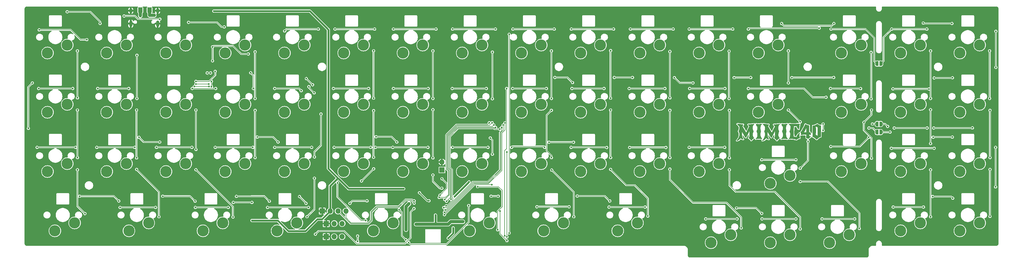
<source format=gbr>
G04 #@! TF.GenerationSoftware,KiCad,Pcbnew,8.0.1*
G04 #@! TF.CreationDate,2024-10-10T20:25:17+02:00*
G04 #@! TF.ProjectId,Mimic40,4d696d69-6334-4302-9e6b-696361645f70,0*
G04 #@! TF.SameCoordinates,Original*
G04 #@! TF.FileFunction,Copper,L1,Top*
G04 #@! TF.FilePolarity,Positive*
%FSLAX46Y46*%
G04 Gerber Fmt 4.6, Leading zero omitted, Abs format (unit mm)*
G04 Created by KiCad (PCBNEW 8.0.1) date 2024-10-10 20:25:17*
%MOMM*%
%LPD*%
G01*
G04 APERTURE LIST*
G04 Aperture macros list*
%AMRoundRect*
0 Rectangle with rounded corners*
0 $1 Rounding radius*
0 $2 $3 $4 $5 $6 $7 $8 $9 X,Y pos of 4 corners*
0 Add a 4 corners polygon primitive as box body*
4,1,4,$2,$3,$4,$5,$6,$7,$8,$9,$2,$3,0*
0 Add four circle primitives for the rounded corners*
1,1,$1+$1,$2,$3*
1,1,$1+$1,$4,$5*
1,1,$1+$1,$6,$7*
1,1,$1+$1,$8,$9*
0 Add four rect primitives between the rounded corners*
20,1,$1+$1,$2,$3,$4,$5,0*
20,1,$1+$1,$4,$5,$6,$7,0*
20,1,$1+$1,$6,$7,$8,$9,0*
20,1,$1+$1,$8,$9,$2,$3,0*%
%AMFreePoly0*
4,1,19,0.500000,-0.750000,0.000000,-0.750000,0.000000,-0.744911,-0.071157,-0.744911,-0.207708,-0.704816,-0.327430,-0.627875,-0.420627,-0.520320,-0.479746,-0.390866,-0.500000,-0.250000,-0.500000,0.250000,-0.479746,0.390866,-0.420627,0.520320,-0.327430,0.627875,-0.207708,0.704816,-0.071157,0.744911,0.000000,0.744911,0.000000,0.750000,0.500000,0.750000,0.500000,-0.750000,0.500000,-0.750000,
$1*%
%AMFreePoly1*
4,1,19,0.000000,0.744911,0.071157,0.744911,0.207708,0.704816,0.327430,0.627875,0.420627,0.520320,0.479746,0.390866,0.500000,0.250000,0.500000,-0.250000,0.479746,-0.390866,0.420627,-0.520320,0.327430,-0.627875,0.207708,-0.704816,0.071157,-0.744911,0.000000,-0.744911,0.000000,-0.750000,-0.500000,-0.750000,-0.500000,0.750000,0.000000,0.750000,0.000000,0.744911,0.000000,0.744911,
$1*%
G04 Aperture macros list end*
G04 #@! TA.AperFunction,NonConductor*
%ADD10C,0.200000*%
G04 #@! TD*
G04 #@! TA.AperFunction,Conductor*
%ADD11C,0.200000*%
G04 #@! TD*
G04 #@! TA.AperFunction,ComponentPad*
%ADD12C,3.600000*%
G04 #@! TD*
G04 #@! TA.AperFunction,ComponentPad*
%ADD13R,1.700000X1.700000*%
G04 #@! TD*
G04 #@! TA.AperFunction,ComponentPad*
%ADD14O,1.700000X1.700000*%
G04 #@! TD*
G04 #@! TA.AperFunction,SMDPad,CuDef*
%ADD15FreePoly0,180.000000*%
G04 #@! TD*
G04 #@! TA.AperFunction,SMDPad,CuDef*
%ADD16FreePoly1,180.000000*%
G04 #@! TD*
G04 #@! TA.AperFunction,SMDPad,CuDef*
%ADD17RoundRect,0.250001X-0.462499X-0.624999X0.462499X-0.624999X0.462499X0.624999X-0.462499X0.624999X0*%
G04 #@! TD*
G04 #@! TA.AperFunction,ComponentPad*
%ADD18O,1.000000X1.600000*%
G04 #@! TD*
G04 #@! TA.AperFunction,ComponentPad*
%ADD19O,1.000000X2.100000*%
G04 #@! TD*
G04 #@! TA.AperFunction,ViaPad*
%ADD20C,0.600000*%
G04 #@! TD*
G04 #@! TA.AperFunction,ViaPad*
%ADD21C,1.000000*%
G04 #@! TD*
G04 #@! TA.AperFunction,Conductor*
%ADD22C,0.150000*%
G04 #@! TD*
G04 #@! TA.AperFunction,Conductor*
%ADD23C,0.600000*%
G04 #@! TD*
G04 #@! TA.AperFunction,Conductor*
%ADD24C,1.000000*%
G04 #@! TD*
G04 #@! TA.AperFunction,Conductor*
%ADD25C,0.300000*%
G04 #@! TD*
G04 #@! TA.AperFunction,Conductor*
%ADD26C,0.500000*%
G04 #@! TD*
G04 APERTURE END LIST*
D10*
X309802378Y-116817451D02*
X310023751Y-116867740D01*
X310251304Y-116901312D01*
X310481777Y-116913447D01*
X310622712Y-116910856D01*
X310856464Y-116895699D01*
X311080265Y-116870868D01*
X311301640Y-116840850D01*
X311528114Y-116810132D01*
X311353488Y-116976905D01*
X311223534Y-117203043D01*
X311146134Y-117421128D01*
X311094057Y-117652711D01*
X311064710Y-117885191D01*
X311055504Y-118105963D01*
X311057663Y-118231450D01*
X311073142Y-118470741D01*
X311106233Y-118720476D01*
X311160112Y-118963603D01*
X311237953Y-119183073D01*
X311155693Y-119375707D01*
X311103314Y-119598943D01*
X311075665Y-119840108D01*
X311067594Y-120086528D01*
X311070284Y-120238374D01*
X311089060Y-120485241D01*
X311130458Y-120725064D01*
X311199960Y-120958673D01*
X311303050Y-121186899D01*
X311445214Y-121410572D01*
X311590762Y-121586789D01*
X311507114Y-121576507D01*
X311272832Y-121550657D01*
X311027936Y-121529240D01*
X310779715Y-121514939D01*
X310532336Y-121509853D01*
X310336890Y-121513149D01*
X310101450Y-121526486D01*
X309858904Y-121550752D01*
X309625584Y-121581294D01*
X309658877Y-121559845D01*
X309844707Y-121394994D01*
X309978135Y-121218155D01*
X310088219Y-121014993D01*
X310171335Y-120794463D01*
X310223861Y-120565520D01*
X310242175Y-120337121D01*
X310241882Y-120296783D01*
X310227668Y-120054420D01*
X310191697Y-119816940D01*
X310133404Y-119591907D01*
X310052225Y-119386884D01*
X309927835Y-119183073D01*
X310041035Y-118943189D01*
X310121691Y-118718099D01*
X310174585Y-118502196D01*
X310207584Y-118254438D01*
X310216896Y-118002648D01*
X310213556Y-117839184D01*
X310198211Y-117617965D01*
X310168202Y-117604814D01*
X309974634Y-117461539D01*
X309851557Y-117263074D01*
X309781766Y-117027038D01*
X309750881Y-116803538D01*
X309802378Y-116817451D01*
G04 #@! TA.AperFunction,NonConductor*
G36*
X309802378Y-116817451D02*
G01*
X310023751Y-116867740D01*
X310251304Y-116901312D01*
X310481777Y-116913447D01*
X310622712Y-116910856D01*
X310856464Y-116895699D01*
X311080265Y-116870868D01*
X311301640Y-116840850D01*
X311528114Y-116810132D01*
X311353488Y-116976905D01*
X311223534Y-117203043D01*
X311146134Y-117421128D01*
X311094057Y-117652711D01*
X311064710Y-117885191D01*
X311055504Y-118105963D01*
X311057663Y-118231450D01*
X311073142Y-118470741D01*
X311106233Y-118720476D01*
X311160112Y-118963603D01*
X311237953Y-119183073D01*
X311155693Y-119375707D01*
X311103314Y-119598943D01*
X311075665Y-119840108D01*
X311067594Y-120086528D01*
X311070284Y-120238374D01*
X311089060Y-120485241D01*
X311130458Y-120725064D01*
X311199960Y-120958673D01*
X311303050Y-121186899D01*
X311445214Y-121410572D01*
X311590762Y-121586789D01*
X311507114Y-121576507D01*
X311272832Y-121550657D01*
X311027936Y-121529240D01*
X310779715Y-121514939D01*
X310532336Y-121509853D01*
X310336890Y-121513149D01*
X310101450Y-121526486D01*
X309858904Y-121550752D01*
X309625584Y-121581294D01*
X309658877Y-121559845D01*
X309844707Y-121394994D01*
X309978135Y-121218155D01*
X310088219Y-121014993D01*
X310171335Y-120794463D01*
X310223861Y-120565520D01*
X310242175Y-120337121D01*
X310241882Y-120296783D01*
X310227668Y-120054420D01*
X310191697Y-119816940D01*
X310133404Y-119591907D01*
X310052225Y-119386884D01*
X309927835Y-119183073D01*
X310041035Y-118943189D01*
X310121691Y-118718099D01*
X310174585Y-118502196D01*
X310207584Y-118254438D01*
X310216896Y-118002648D01*
X310213556Y-117839184D01*
X310198211Y-117617965D01*
X310168202Y-117604814D01*
X309974634Y-117461539D01*
X309851557Y-117263074D01*
X309781766Y-117027038D01*
X309750881Y-116803538D01*
X309802378Y-116817451D01*
G37*
G04 #@! TD.AperFunction*
X301576767Y-116817451D02*
X301798141Y-116867740D01*
X302025694Y-116901312D01*
X302256167Y-116913447D01*
X302397102Y-116910856D01*
X302630853Y-116895699D01*
X302854654Y-116870868D01*
X303076029Y-116840850D01*
X303302503Y-116810132D01*
X303127877Y-116976905D01*
X302997923Y-117203043D01*
X302920524Y-117421128D01*
X302868446Y-117652711D01*
X302839100Y-117885191D01*
X302829893Y-118105963D01*
X302832053Y-118231450D01*
X302847532Y-118470741D01*
X302880623Y-118720476D01*
X302934501Y-118963603D01*
X303012343Y-119183073D01*
X302930082Y-119375707D01*
X302877704Y-119598943D01*
X302850055Y-119840108D01*
X302841983Y-120086528D01*
X302844673Y-120238374D01*
X302863450Y-120485241D01*
X302904847Y-120725064D01*
X302974349Y-120958673D01*
X303077440Y-121186899D01*
X303219603Y-121410572D01*
X303365151Y-121586789D01*
X303281503Y-121576507D01*
X303047222Y-121550657D01*
X302802325Y-121529240D01*
X302554104Y-121514939D01*
X302306725Y-121509853D01*
X302111279Y-121513149D01*
X301875839Y-121526486D01*
X301633293Y-121550752D01*
X301399973Y-121581294D01*
X301433267Y-121559845D01*
X301619096Y-121394994D01*
X301752525Y-121218155D01*
X301862608Y-121014993D01*
X301945725Y-120794463D01*
X301998251Y-120565520D01*
X302016564Y-120337121D01*
X302016271Y-120296783D01*
X302002057Y-120054420D01*
X301966086Y-119816940D01*
X301907794Y-119591907D01*
X301826614Y-119386884D01*
X301702224Y-119183073D01*
X301815425Y-118943189D01*
X301896081Y-118718099D01*
X301948974Y-118502196D01*
X301981973Y-118254438D01*
X301991285Y-118002648D01*
X301987946Y-117839184D01*
X301972601Y-117617965D01*
X301942591Y-117604814D01*
X301749023Y-117461539D01*
X301625947Y-117263074D01*
X301556155Y-117027038D01*
X301525270Y-116803538D01*
X301576767Y-116817451D01*
G04 #@! TA.AperFunction,NonConductor*
G36*
X301576767Y-116817451D02*
G01*
X301798141Y-116867740D01*
X302025694Y-116901312D01*
X302256167Y-116913447D01*
X302397102Y-116910856D01*
X302630853Y-116895699D01*
X302854654Y-116870868D01*
X303076029Y-116840850D01*
X303302503Y-116810132D01*
X303127877Y-116976905D01*
X302997923Y-117203043D01*
X302920524Y-117421128D01*
X302868446Y-117652711D01*
X302839100Y-117885191D01*
X302829893Y-118105963D01*
X302832053Y-118231450D01*
X302847532Y-118470741D01*
X302880623Y-118720476D01*
X302934501Y-118963603D01*
X303012343Y-119183073D01*
X302930082Y-119375707D01*
X302877704Y-119598943D01*
X302850055Y-119840108D01*
X302841983Y-120086528D01*
X302844673Y-120238374D01*
X302863450Y-120485241D01*
X302904847Y-120725064D01*
X302974349Y-120958673D01*
X303077440Y-121186899D01*
X303219603Y-121410572D01*
X303365151Y-121586789D01*
X303281503Y-121576507D01*
X303047222Y-121550657D01*
X302802325Y-121529240D01*
X302554104Y-121514939D01*
X302306725Y-121509853D01*
X302111279Y-121513149D01*
X301875839Y-121526486D01*
X301633293Y-121550752D01*
X301399973Y-121581294D01*
X301433267Y-121559845D01*
X301619096Y-121394994D01*
X301752525Y-121218155D01*
X301862608Y-121014993D01*
X301945725Y-120794463D01*
X301998251Y-120565520D01*
X302016564Y-120337121D01*
X302016271Y-120296783D01*
X302002057Y-120054420D01*
X301966086Y-119816940D01*
X301907794Y-119591907D01*
X301826614Y-119386884D01*
X301702224Y-119183073D01*
X301815425Y-118943189D01*
X301896081Y-118718099D01*
X301948974Y-118502196D01*
X301981973Y-118254438D01*
X301991285Y-118002648D01*
X301987946Y-117839184D01*
X301972601Y-117617965D01*
X301942591Y-117604814D01*
X301749023Y-117461539D01*
X301625947Y-117263074D01*
X301556155Y-117027038D01*
X301525270Y-116803538D01*
X301576767Y-116817451D01*
G37*
G04 #@! TD.AperFunction*
X317394616Y-116905686D02*
X317601020Y-117066558D01*
X317800134Y-117165206D01*
X318048497Y-117247598D01*
X318281936Y-117297837D01*
X318523839Y-117327805D01*
X318523839Y-119582044D01*
X318971170Y-119582044D01*
X318975894Y-119662538D01*
X318996353Y-119882617D01*
X319033766Y-120105307D01*
X319116250Y-120331625D01*
X318949992Y-120211112D01*
X318726073Y-120179951D01*
X318523839Y-120179951D01*
X318523839Y-120432742D01*
X318540807Y-120596373D01*
X318658553Y-120794963D01*
X318883243Y-120861388D01*
X319060197Y-120836109D01*
X318951787Y-120943538D01*
X318763306Y-121098479D01*
X318577335Y-121241352D01*
X318395349Y-121379387D01*
X318221589Y-121516448D01*
X318071097Y-121432395D01*
X317874749Y-121313097D01*
X317673142Y-121201008D01*
X317686331Y-120179951D01*
X316867507Y-120179951D01*
X316650422Y-120180806D01*
X316417418Y-120184837D01*
X316188158Y-120195305D01*
X315959656Y-120223914D01*
X315971048Y-120161720D01*
X315991530Y-119941448D01*
X315991364Y-119919735D01*
X315967948Y-119686016D01*
X315929667Y-119582044D01*
X316697147Y-119582044D01*
X317730294Y-119582044D01*
X317730294Y-117699298D01*
X317661719Y-117850475D01*
X317565712Y-118055958D01*
X317441362Y-118313273D01*
X317334071Y-118527327D01*
X317218319Y-118749351D01*
X317097310Y-118970265D01*
X316974251Y-119180988D01*
X316852347Y-119372442D01*
X316697147Y-119582044D01*
X315929667Y-119582044D01*
X315890413Y-119475432D01*
X316032943Y-119310320D01*
X316171575Y-119115771D01*
X316337158Y-118867682D01*
X316457314Y-118679845D01*
X316581640Y-118479165D01*
X316707013Y-118270022D01*
X316830308Y-118056797D01*
X316948404Y-117843870D01*
X317058175Y-117635623D01*
X317156500Y-117436436D01*
X317275691Y-117164227D01*
X317365396Y-116873879D01*
X317394616Y-116905686D01*
G04 #@! TA.AperFunction,NonConductor*
G36*
X317394616Y-116905686D02*
G01*
X317601020Y-117066558D01*
X317800134Y-117165206D01*
X318048497Y-117247598D01*
X318281936Y-117297837D01*
X318523839Y-117327805D01*
X318523839Y-119582044D01*
X318971170Y-119582044D01*
X318975894Y-119662538D01*
X318996353Y-119882617D01*
X319033766Y-120105307D01*
X319116250Y-120331625D01*
X318949992Y-120211112D01*
X318726073Y-120179951D01*
X318523839Y-120179951D01*
X318523839Y-120432742D01*
X318540807Y-120596373D01*
X318658553Y-120794963D01*
X318883243Y-120861388D01*
X319060197Y-120836109D01*
X318951787Y-120943538D01*
X318763306Y-121098479D01*
X318577335Y-121241352D01*
X318395349Y-121379387D01*
X318221589Y-121516448D01*
X318071097Y-121432395D01*
X317874749Y-121313097D01*
X317673142Y-121201008D01*
X317686331Y-120179951D01*
X316867507Y-120179951D01*
X316650422Y-120180806D01*
X316417418Y-120184837D01*
X316188158Y-120195305D01*
X315959656Y-120223914D01*
X315971048Y-120161720D01*
X315991530Y-119941448D01*
X315991364Y-119919735D01*
X315967948Y-119686016D01*
X315929667Y-119582044D01*
X316697147Y-119582044D01*
X317730294Y-119582044D01*
X317730294Y-117699298D01*
X317661719Y-117850475D01*
X317565712Y-118055958D01*
X317441362Y-118313273D01*
X317334071Y-118527327D01*
X317218319Y-118749351D01*
X317097310Y-118970265D01*
X316974251Y-119180988D01*
X316852347Y-119372442D01*
X316697147Y-119582044D01*
X315929667Y-119582044D01*
X315890413Y-119475432D01*
X316032943Y-119310320D01*
X316171575Y-119115771D01*
X316337158Y-118867682D01*
X316457314Y-118679845D01*
X316581640Y-118479165D01*
X316707013Y-118270022D01*
X316830308Y-118056797D01*
X316948404Y-117843870D01*
X317058175Y-117635623D01*
X317156500Y-117436436D01*
X317275691Y-117164227D01*
X317365396Y-116873879D01*
X317394616Y-116905686D01*
G37*
G04 #@! TD.AperFunction*
X321245062Y-116905889D02*
X321416511Y-117044390D01*
X321601276Y-117168258D01*
X321811593Y-117264895D01*
X322044602Y-117322531D01*
X322284935Y-117350886D01*
X322284935Y-120859190D01*
X322155138Y-120893888D01*
X321917440Y-120983210D01*
X321707691Y-121092895D01*
X321524398Y-121215498D01*
X321330209Y-121375578D01*
X321144556Y-121558491D01*
X320986906Y-121727473D01*
X320888531Y-121636527D01*
X320688537Y-121467624D01*
X320507268Y-121325444D01*
X320317834Y-121185208D01*
X320130151Y-121054504D01*
X319913119Y-120916085D01*
X319676788Y-120795443D01*
X319725888Y-120583786D01*
X319751247Y-120350155D01*
X319754181Y-120306346D01*
X320622008Y-120306346D01*
X320769842Y-120397864D01*
X320965037Y-120515620D01*
X321179196Y-120647615D01*
X321383679Y-120782254D01*
X321396868Y-117857568D01*
X321226217Y-117784856D01*
X321020188Y-117697092D01*
X320821715Y-117596216D01*
X320634098Y-117477281D01*
X320634735Y-117504845D01*
X320639971Y-117738505D01*
X320644883Y-117989155D01*
X320648678Y-118227804D01*
X320651717Y-118488876D01*
X320653302Y-118710955D01*
X320653881Y-118942372D01*
X320653801Y-119025986D01*
X320652456Y-119280378D01*
X320649082Y-119538130D01*
X320643202Y-119796724D01*
X320634336Y-120053636D01*
X320622008Y-120306346D01*
X319754181Y-120306346D01*
X319766364Y-120124446D01*
X319777359Y-119871947D01*
X319784671Y-119599767D01*
X319788736Y-119315016D01*
X319789994Y-119024804D01*
X319789690Y-118862326D01*
X319788443Y-118637014D01*
X319786423Y-118408000D01*
X319783836Y-118182057D01*
X319780120Y-117914270D01*
X319776242Y-117675100D01*
X319771310Y-117413534D01*
X319815402Y-117410754D01*
X320073150Y-117376435D01*
X320326261Y-117310593D01*
X320540670Y-117230359D01*
X320764256Y-117125965D01*
X321002654Y-116996379D01*
X321207824Y-116873879D01*
X321245062Y-116905889D01*
G04 #@! TA.AperFunction,NonConductor*
G36*
X321245062Y-116905889D02*
G01*
X321416511Y-117044390D01*
X321601276Y-117168258D01*
X321811593Y-117264895D01*
X322044602Y-117322531D01*
X322284935Y-117350886D01*
X322284935Y-120859190D01*
X322155138Y-120893888D01*
X321917440Y-120983210D01*
X321707691Y-121092895D01*
X321524398Y-121215498D01*
X321330209Y-121375578D01*
X321144556Y-121558491D01*
X320986906Y-121727473D01*
X320888531Y-121636527D01*
X320688537Y-121467624D01*
X320507268Y-121325444D01*
X320317834Y-121185208D01*
X320130151Y-121054504D01*
X319913119Y-120916085D01*
X319676788Y-120795443D01*
X319725888Y-120583786D01*
X319751247Y-120350155D01*
X319754181Y-120306346D01*
X320622008Y-120306346D01*
X320769842Y-120397864D01*
X320965037Y-120515620D01*
X321179196Y-120647615D01*
X321383679Y-120782254D01*
X321396868Y-117857568D01*
X321226217Y-117784856D01*
X321020188Y-117697092D01*
X320821715Y-117596216D01*
X320634098Y-117477281D01*
X320634735Y-117504845D01*
X320639971Y-117738505D01*
X320644883Y-117989155D01*
X320648678Y-118227804D01*
X320651717Y-118488876D01*
X320653302Y-118710955D01*
X320653881Y-118942372D01*
X320653801Y-119025986D01*
X320652456Y-119280378D01*
X320649082Y-119538130D01*
X320643202Y-119796724D01*
X320634336Y-120053636D01*
X320622008Y-120306346D01*
X319754181Y-120306346D01*
X319766364Y-120124446D01*
X319777359Y-119871947D01*
X319784671Y-119599767D01*
X319788736Y-119315016D01*
X319789994Y-119024804D01*
X319789690Y-118862326D01*
X319788443Y-118637014D01*
X319786423Y-118408000D01*
X319783836Y-118182057D01*
X319780120Y-117914270D01*
X319776242Y-117675100D01*
X319771310Y-117413534D01*
X319815402Y-117410754D01*
X320073150Y-117376435D01*
X320326261Y-117310593D01*
X320540670Y-117230359D01*
X320764256Y-117125965D01*
X321002654Y-116996379D01*
X321207824Y-116873879D01*
X321245062Y-116905889D01*
G37*
G04 #@! TD.AperFunction*
X309044574Y-116871472D02*
X308860389Y-117051256D01*
X308727237Y-117244671D01*
X308637292Y-117450985D01*
X308582733Y-117669471D01*
X308555734Y-117899397D01*
X308548473Y-118140034D01*
X308560290Y-118319092D01*
X308603271Y-118537418D01*
X308676575Y-118766947D01*
X308762653Y-118973439D01*
X308869408Y-119189668D01*
X308775044Y-119386371D01*
X308688904Y-119617084D01*
X308629046Y-119833485D01*
X308588604Y-120059710D01*
X308573752Y-120288761D01*
X308590771Y-120527742D01*
X308640812Y-120754392D01*
X308722354Y-120960321D01*
X308855271Y-121163191D01*
X309026578Y-121313115D01*
X308859436Y-121407783D01*
X308666197Y-121542212D01*
X308489701Y-121691478D01*
X308317303Y-121873241D01*
X308182475Y-122074787D01*
X308092512Y-121894224D01*
X307935029Y-121703012D01*
X307762577Y-121546964D01*
X307569809Y-121412478D01*
X307370246Y-121313115D01*
X307482072Y-121182408D01*
X307574044Y-120973739D01*
X307628907Y-120721390D01*
X307653115Y-120487549D01*
X307663619Y-120240697D01*
X307665902Y-119988708D01*
X307665902Y-118808283D01*
X306443710Y-121126270D01*
X306337098Y-121102090D01*
X305145682Y-119019309D01*
X305145682Y-119978817D01*
X305146055Y-120072745D01*
X305151776Y-120331606D01*
X305170738Y-120628432D01*
X305203584Y-120878143D01*
X305265717Y-121137506D01*
X305353122Y-121354361D01*
X305467786Y-121545988D01*
X305611697Y-121729672D01*
X305512811Y-121701974D01*
X305290463Y-121624966D01*
X305094647Y-121524865D01*
X304911701Y-121399944D01*
X304723630Y-121252665D01*
X304701574Y-121289464D01*
X304557810Y-121497948D01*
X304386356Y-121685712D01*
X304214234Y-121826730D01*
X304008604Y-121954022D01*
X303762976Y-122067892D01*
X303533313Y-122149525D01*
X303718694Y-121955662D01*
X303890140Y-121738447D01*
X304044326Y-121501629D01*
X304177931Y-121248956D01*
X304287629Y-120984175D01*
X304370100Y-120711036D01*
X304422019Y-120433285D01*
X304440064Y-120154672D01*
X304436174Y-120025859D01*
X304409625Y-119803861D01*
X304355819Y-119587287D01*
X304272272Y-119377379D01*
X304156498Y-119175380D01*
X304229410Y-119029696D01*
X304320177Y-118819386D01*
X304398123Y-118585602D01*
X304446298Y-118363167D01*
X304465343Y-118121350D01*
X304457919Y-117976192D01*
X304413171Y-117746662D01*
X304329219Y-117531542D01*
X304207523Y-117329573D01*
X304049541Y-117139498D01*
X303856734Y-116960060D01*
X303678393Y-116823321D01*
X303822374Y-116803538D01*
X303854687Y-116804043D01*
X304103192Y-116831393D01*
X304351087Y-116877089D01*
X304585722Y-116920966D01*
X304848652Y-116962116D01*
X305081127Y-116988035D01*
X305334726Y-117003572D01*
X305357883Y-117003567D01*
X305580922Y-116996978D01*
X305445236Y-117161621D01*
X305351412Y-117363364D01*
X305309447Y-117590488D01*
X306563511Y-119732620D01*
X307609848Y-117627857D01*
X307580859Y-117549714D01*
X307484558Y-117342346D01*
X307352300Y-117148607D01*
X307181202Y-116978293D01*
X307231269Y-116984408D01*
X307451578Y-116991482D01*
X307663360Y-116987013D01*
X307935283Y-116970242D01*
X308155063Y-116949479D01*
X308373710Y-116923608D01*
X308641029Y-116886090D01*
X308896434Y-116845211D01*
X309134290Y-116803538D01*
X309044574Y-116871472D01*
G04 #@! TA.AperFunction,NonConductor*
G36*
X309044574Y-116871472D02*
G01*
X308860389Y-117051256D01*
X308727237Y-117244671D01*
X308637292Y-117450985D01*
X308582733Y-117669471D01*
X308555734Y-117899397D01*
X308548473Y-118140034D01*
X308560290Y-118319092D01*
X308603271Y-118537418D01*
X308676575Y-118766947D01*
X308762653Y-118973439D01*
X308869408Y-119189668D01*
X308775044Y-119386371D01*
X308688904Y-119617084D01*
X308629046Y-119833485D01*
X308588604Y-120059710D01*
X308573752Y-120288761D01*
X308590771Y-120527742D01*
X308640812Y-120754392D01*
X308722354Y-120960321D01*
X308855271Y-121163191D01*
X309026578Y-121313115D01*
X308859436Y-121407783D01*
X308666197Y-121542212D01*
X308489701Y-121691478D01*
X308317303Y-121873241D01*
X308182475Y-122074787D01*
X308092512Y-121894224D01*
X307935029Y-121703012D01*
X307762577Y-121546964D01*
X307569809Y-121412478D01*
X307370246Y-121313115D01*
X307482072Y-121182408D01*
X307574044Y-120973739D01*
X307628907Y-120721390D01*
X307653115Y-120487549D01*
X307663619Y-120240697D01*
X307665902Y-119988708D01*
X307665902Y-118808283D01*
X306443710Y-121126270D01*
X306337098Y-121102090D01*
X305145682Y-119019309D01*
X305145682Y-119978817D01*
X305146055Y-120072745D01*
X305151776Y-120331606D01*
X305170738Y-120628432D01*
X305203584Y-120878143D01*
X305265717Y-121137506D01*
X305353122Y-121354361D01*
X305467786Y-121545988D01*
X305611697Y-121729672D01*
X305512811Y-121701974D01*
X305290463Y-121624966D01*
X305094647Y-121524865D01*
X304911701Y-121399944D01*
X304723630Y-121252665D01*
X304701574Y-121289464D01*
X304557810Y-121497948D01*
X304386356Y-121685712D01*
X304214234Y-121826730D01*
X304008604Y-121954022D01*
X303762976Y-122067892D01*
X303533313Y-122149525D01*
X303718694Y-121955662D01*
X303890140Y-121738447D01*
X304044326Y-121501629D01*
X304177931Y-121248956D01*
X304287629Y-120984175D01*
X304370100Y-120711036D01*
X304422019Y-120433285D01*
X304440064Y-120154672D01*
X304436174Y-120025859D01*
X304409625Y-119803861D01*
X304355819Y-119587287D01*
X304272272Y-119377379D01*
X304156498Y-119175380D01*
X304229410Y-119029696D01*
X304320177Y-118819386D01*
X304398123Y-118585602D01*
X304446298Y-118363167D01*
X304465343Y-118121350D01*
X304457919Y-117976192D01*
X304413171Y-117746662D01*
X304329219Y-117531542D01*
X304207523Y-117329573D01*
X304049541Y-117139498D01*
X303856734Y-116960060D01*
X303678393Y-116823321D01*
X303822374Y-116803538D01*
X303854687Y-116804043D01*
X304103192Y-116831393D01*
X304351087Y-116877089D01*
X304585722Y-116920966D01*
X304848652Y-116962116D01*
X305081127Y-116988035D01*
X305334726Y-117003572D01*
X305357883Y-117003567D01*
X305580922Y-116996978D01*
X305445236Y-117161621D01*
X305351412Y-117363364D01*
X305309447Y-117590488D01*
X306563511Y-119732620D01*
X307609848Y-117627857D01*
X307580859Y-117549714D01*
X307484558Y-117342346D01*
X307352300Y-117148607D01*
X307181202Y-116978293D01*
X307231269Y-116984408D01*
X307451578Y-116991482D01*
X307663360Y-116987013D01*
X307935283Y-116970242D01*
X308155063Y-116949479D01*
X308373710Y-116923608D01*
X308641029Y-116886090D01*
X308896434Y-116845211D01*
X309134290Y-116803538D01*
X309044574Y-116871472D01*
G37*
G04 #@! TD.AperFunction*
D11*
X312352388Y-116822751D02*
X312592217Y-116841314D01*
X312824449Y-116855258D01*
X313048908Y-116865012D01*
X313307750Y-116871786D01*
X313554841Y-116873879D01*
X313803160Y-116871720D01*
X314031885Y-116865881D01*
X314307969Y-116854023D01*
X314553051Y-116839589D01*
X314819142Y-116821377D01*
X315085046Y-116805119D01*
X315330975Y-116803538D01*
X315488145Y-116816727D01*
X315441197Y-116965720D01*
X315391279Y-117204702D01*
X315351541Y-117435896D01*
X315313903Y-117682199D01*
X315280141Y-117924729D01*
X315252034Y-118144602D01*
X315224363Y-118390628D01*
X315179300Y-118409312D01*
X315152147Y-118388520D01*
X314972387Y-118214135D01*
X314848422Y-118017917D01*
X314765004Y-117789255D01*
X314713285Y-117554218D01*
X314600376Y-117495124D01*
X314383498Y-117453779D01*
X314159342Y-117446507D01*
X314056605Y-117447372D01*
X313826021Y-117453719D01*
X313604300Y-117459696D01*
X313596205Y-117505836D01*
X313560086Y-117764602D01*
X313536278Y-118000909D01*
X313516822Y-118258192D01*
X313501566Y-118531774D01*
X313490354Y-118816981D01*
X313483032Y-119109136D01*
X313480000Y-119330000D01*
X313479003Y-119550170D01*
X313479329Y-119698845D01*
X313481391Y-119941293D01*
X313485505Y-120174684D01*
X313493400Y-120438939D01*
X313504810Y-120681466D01*
X313522967Y-120930631D01*
X314587988Y-121038342D01*
X314612839Y-120941501D01*
X314694449Y-120712879D01*
X314800431Y-120500860D01*
X314926457Y-120302124D01*
X315068200Y-120113349D01*
X315221335Y-119931216D01*
X315381533Y-119752404D01*
X315418902Y-119765593D01*
X315406675Y-119875016D01*
X315391807Y-120106881D01*
X315388128Y-120329427D01*
X315388274Y-120370165D01*
X315394914Y-120606187D01*
X315413386Y-120857603D01*
X315445174Y-121102037D01*
X315494740Y-121323007D01*
X315340820Y-121346732D01*
X315122475Y-121409020D01*
X314908696Y-121510010D01*
X314700828Y-121644294D01*
X314505556Y-121797815D01*
X314309973Y-121741754D01*
X314047871Y-121675357D01*
X313786558Y-121618575D01*
X313528546Y-121571485D01*
X313276345Y-121534164D01*
X313032469Y-121506690D01*
X312799427Y-121489140D01*
X312527189Y-121481277D01*
X312378755Y-121491367D01*
X312155696Y-121545024D01*
X312149101Y-121525240D01*
X312298567Y-121343272D01*
X312385249Y-121137932D01*
X312454202Y-120892685D01*
X312504544Y-120627730D01*
X312535394Y-120363269D01*
X312545874Y-120119501D01*
X312545636Y-120083652D01*
X312530898Y-119836003D01*
X312494072Y-119603186D01*
X312426353Y-119371563D01*
X312319461Y-119177578D01*
X312344788Y-119150768D01*
X312471370Y-118946921D01*
X312546895Y-118733025D01*
X312599157Y-118493973D01*
X312631877Y-118243701D01*
X312648778Y-117996145D01*
X312653585Y-117765244D01*
X312649122Y-117569184D01*
X312634900Y-117346489D01*
X312563315Y-117311340D01*
X312373731Y-117170215D01*
X312217175Y-116996366D01*
X312105137Y-116799141D01*
X312352388Y-116822751D01*
G04 #@! TA.AperFunction,Conductor*
G36*
X312352388Y-116822751D02*
G01*
X312592217Y-116841314D01*
X312824449Y-116855258D01*
X313048908Y-116865012D01*
X313307750Y-116871786D01*
X313554841Y-116873879D01*
X313803160Y-116871720D01*
X314031885Y-116865881D01*
X314307969Y-116854023D01*
X314553051Y-116839589D01*
X314819142Y-116821377D01*
X315085046Y-116805119D01*
X315330975Y-116803538D01*
X315488145Y-116816727D01*
X315441197Y-116965720D01*
X315391279Y-117204702D01*
X315351541Y-117435896D01*
X315313903Y-117682199D01*
X315280141Y-117924729D01*
X315252034Y-118144602D01*
X315224363Y-118390628D01*
X315179300Y-118409312D01*
X315152147Y-118388520D01*
X314972387Y-118214135D01*
X314848422Y-118017917D01*
X314765004Y-117789255D01*
X314713285Y-117554218D01*
X314600376Y-117495124D01*
X314383498Y-117453779D01*
X314159342Y-117446507D01*
X314056605Y-117447372D01*
X313826021Y-117453719D01*
X313604300Y-117459696D01*
X313596205Y-117505836D01*
X313560086Y-117764602D01*
X313536278Y-118000909D01*
X313516822Y-118258192D01*
X313501566Y-118531774D01*
X313490354Y-118816981D01*
X313483032Y-119109136D01*
X313480000Y-119330000D01*
X313479003Y-119550170D01*
X313479329Y-119698845D01*
X313481391Y-119941293D01*
X313485505Y-120174684D01*
X313493400Y-120438939D01*
X313504810Y-120681466D01*
X313522967Y-120930631D01*
X314587988Y-121038342D01*
X314612839Y-120941501D01*
X314694449Y-120712879D01*
X314800431Y-120500860D01*
X314926457Y-120302124D01*
X315068200Y-120113349D01*
X315221335Y-119931216D01*
X315381533Y-119752404D01*
X315418902Y-119765593D01*
X315406675Y-119875016D01*
X315391807Y-120106881D01*
X315388128Y-120329427D01*
X315388274Y-120370165D01*
X315394914Y-120606187D01*
X315413386Y-120857603D01*
X315445174Y-121102037D01*
X315494740Y-121323007D01*
X315340820Y-121346732D01*
X315122475Y-121409020D01*
X314908696Y-121510010D01*
X314700828Y-121644294D01*
X314505556Y-121797815D01*
X314309973Y-121741754D01*
X314047871Y-121675357D01*
X313786558Y-121618575D01*
X313528546Y-121571485D01*
X313276345Y-121534164D01*
X313032469Y-121506690D01*
X312799427Y-121489140D01*
X312527189Y-121481277D01*
X312378755Y-121491367D01*
X312155696Y-121545024D01*
X312149101Y-121525240D01*
X312298567Y-121343272D01*
X312385249Y-121137932D01*
X312454202Y-120892685D01*
X312504544Y-120627730D01*
X312535394Y-120363269D01*
X312545874Y-120119501D01*
X312545636Y-120083652D01*
X312530898Y-119836003D01*
X312494072Y-119603186D01*
X312426353Y-119371563D01*
X312319461Y-119177578D01*
X312344788Y-119150768D01*
X312471370Y-118946921D01*
X312546895Y-118733025D01*
X312599157Y-118493973D01*
X312631877Y-118243701D01*
X312648778Y-117996145D01*
X312653585Y-117765244D01*
X312649122Y-117569184D01*
X312634900Y-117346489D01*
X312563315Y-117311340D01*
X312373731Y-117170215D01*
X312217175Y-116996366D01*
X312105137Y-116799141D01*
X312352388Y-116822751D01*
G37*
G04 #@! TD.AperFunction*
D10*
X300818964Y-116871472D02*
X300634779Y-117051256D01*
X300501626Y-117244671D01*
X300411682Y-117450985D01*
X300357122Y-117669471D01*
X300330123Y-117899397D01*
X300322862Y-118140034D01*
X300334679Y-118319092D01*
X300377660Y-118537418D01*
X300450965Y-118766947D01*
X300537043Y-118973439D01*
X300643798Y-119189668D01*
X300549433Y-119386371D01*
X300463294Y-119617084D01*
X300403435Y-119833485D01*
X300362994Y-120059710D01*
X300348142Y-120288761D01*
X300365160Y-120527742D01*
X300415201Y-120754392D01*
X300496744Y-120960321D01*
X300629661Y-121163191D01*
X300800968Y-121313115D01*
X300633825Y-121407783D01*
X300440586Y-121542212D01*
X300264090Y-121691478D01*
X300091692Y-121873241D01*
X299956865Y-122074787D01*
X299866902Y-121894224D01*
X299709419Y-121703012D01*
X299536966Y-121546964D01*
X299344198Y-121412478D01*
X299144635Y-121313115D01*
X299256462Y-121182408D01*
X299348433Y-120973739D01*
X299403296Y-120721390D01*
X299427505Y-120487549D01*
X299438008Y-120240697D01*
X299440291Y-119988708D01*
X299440291Y-118808283D01*
X298218100Y-121126270D01*
X298111488Y-121102090D01*
X296920071Y-119019309D01*
X296920071Y-119978817D01*
X296920444Y-120072745D01*
X296926166Y-120331606D01*
X296945127Y-120628432D01*
X296977973Y-120878143D01*
X297040106Y-121137506D01*
X297127511Y-121354361D01*
X297242176Y-121545988D01*
X297386086Y-121729672D01*
X297287201Y-121701974D01*
X297064852Y-121624966D01*
X296869037Y-121524865D01*
X296686090Y-121399944D01*
X296498019Y-121252665D01*
X296475963Y-121289464D01*
X296332200Y-121497948D01*
X296160746Y-121685712D01*
X295988624Y-121826730D01*
X295782994Y-121954022D01*
X295537365Y-122067892D01*
X295307702Y-122149525D01*
X295493084Y-121955662D01*
X295664529Y-121738447D01*
X295818716Y-121501629D01*
X295952320Y-121248956D01*
X296062019Y-120984175D01*
X296144489Y-120711036D01*
X296196409Y-120433285D01*
X296214454Y-120154672D01*
X296210564Y-120025859D01*
X296184014Y-119803861D01*
X296130209Y-119587287D01*
X296046661Y-119377379D01*
X295930888Y-119175380D01*
X296003799Y-119029696D01*
X296094567Y-118819386D01*
X296172513Y-118585602D01*
X296220687Y-118363167D01*
X296239733Y-118121350D01*
X296232308Y-117976192D01*
X296187560Y-117746662D01*
X296103608Y-117531542D01*
X295981912Y-117329573D01*
X295823931Y-117139498D01*
X295631123Y-116960060D01*
X295452782Y-116823321D01*
X295596763Y-116803538D01*
X295629076Y-116804043D01*
X295877582Y-116831393D01*
X296125476Y-116877089D01*
X296360111Y-116920966D01*
X296623041Y-116962116D01*
X296855517Y-116988035D01*
X297109115Y-117003572D01*
X297132272Y-117003567D01*
X297355312Y-116996978D01*
X297219625Y-117161621D01*
X297125801Y-117363364D01*
X297083836Y-117590488D01*
X298337901Y-119732620D01*
X299384237Y-117627857D01*
X299355248Y-117549714D01*
X299258947Y-117342346D01*
X299126690Y-117148607D01*
X298955591Y-116978293D01*
X299005659Y-116984408D01*
X299225968Y-116991482D01*
X299437749Y-116987013D01*
X299709673Y-116970242D01*
X299929453Y-116949479D01*
X300148099Y-116923608D01*
X300415418Y-116886090D01*
X300670823Y-116845211D01*
X300908679Y-116803538D01*
X300818964Y-116871472D01*
G04 #@! TA.AperFunction,NonConductor*
G36*
X300818964Y-116871472D02*
G01*
X300634779Y-117051256D01*
X300501626Y-117244671D01*
X300411682Y-117450985D01*
X300357122Y-117669471D01*
X300330123Y-117899397D01*
X300322862Y-118140034D01*
X300334679Y-118319092D01*
X300377660Y-118537418D01*
X300450965Y-118766947D01*
X300537043Y-118973439D01*
X300643798Y-119189668D01*
X300549433Y-119386371D01*
X300463294Y-119617084D01*
X300403435Y-119833485D01*
X300362994Y-120059710D01*
X300348142Y-120288761D01*
X300365160Y-120527742D01*
X300415201Y-120754392D01*
X300496744Y-120960321D01*
X300629661Y-121163191D01*
X300800968Y-121313115D01*
X300633825Y-121407783D01*
X300440586Y-121542212D01*
X300264090Y-121691478D01*
X300091692Y-121873241D01*
X299956865Y-122074787D01*
X299866902Y-121894224D01*
X299709419Y-121703012D01*
X299536966Y-121546964D01*
X299344198Y-121412478D01*
X299144635Y-121313115D01*
X299256462Y-121182408D01*
X299348433Y-120973739D01*
X299403296Y-120721390D01*
X299427505Y-120487549D01*
X299438008Y-120240697D01*
X299440291Y-119988708D01*
X299440291Y-118808283D01*
X298218100Y-121126270D01*
X298111488Y-121102090D01*
X296920071Y-119019309D01*
X296920071Y-119978817D01*
X296920444Y-120072745D01*
X296926166Y-120331606D01*
X296945127Y-120628432D01*
X296977973Y-120878143D01*
X297040106Y-121137506D01*
X297127511Y-121354361D01*
X297242176Y-121545988D01*
X297386086Y-121729672D01*
X297287201Y-121701974D01*
X297064852Y-121624966D01*
X296869037Y-121524865D01*
X296686090Y-121399944D01*
X296498019Y-121252665D01*
X296475963Y-121289464D01*
X296332200Y-121497948D01*
X296160746Y-121685712D01*
X295988624Y-121826730D01*
X295782994Y-121954022D01*
X295537365Y-122067892D01*
X295307702Y-122149525D01*
X295493084Y-121955662D01*
X295664529Y-121738447D01*
X295818716Y-121501629D01*
X295952320Y-121248956D01*
X296062019Y-120984175D01*
X296144489Y-120711036D01*
X296196409Y-120433285D01*
X296214454Y-120154672D01*
X296210564Y-120025859D01*
X296184014Y-119803861D01*
X296130209Y-119587287D01*
X296046661Y-119377379D01*
X295930888Y-119175380D01*
X296003799Y-119029696D01*
X296094567Y-118819386D01*
X296172513Y-118585602D01*
X296220687Y-118363167D01*
X296239733Y-118121350D01*
X296232308Y-117976192D01*
X296187560Y-117746662D01*
X296103608Y-117531542D01*
X295981912Y-117329573D01*
X295823931Y-117139498D01*
X295631123Y-116960060D01*
X295452782Y-116823321D01*
X295596763Y-116803538D01*
X295629076Y-116804043D01*
X295877582Y-116831393D01*
X296125476Y-116877089D01*
X296360111Y-116920966D01*
X296623041Y-116962116D01*
X296855517Y-116988035D01*
X297109115Y-117003572D01*
X297132272Y-117003567D01*
X297355312Y-116996978D01*
X297219625Y-117161621D01*
X297125801Y-117363364D01*
X297083836Y-117590488D01*
X298337901Y-119732620D01*
X299384237Y-117627857D01*
X299355248Y-117549714D01*
X299258947Y-117342346D01*
X299126690Y-117148607D01*
X298955591Y-116978293D01*
X299005659Y-116984408D01*
X299225968Y-116991482D01*
X299437749Y-116987013D01*
X299709673Y-116970242D01*
X299929453Y-116949479D01*
X300148099Y-116923608D01*
X300415418Y-116886090D01*
X300670823Y-116845211D01*
X300908679Y-116803538D01*
X300818964Y-116871472D01*
G37*
G04 #@! TD.AperFunction*
D12*
X194310000Y-91440000D03*
X187960000Y-93980000D03*
X373380000Y-129540000D03*
X367030000Y-132080000D03*
X137160000Y-110490000D03*
X130810000Y-113030000D03*
X331470000Y-152400000D03*
X325120000Y-154940000D03*
X137160000Y-129540000D03*
X130810000Y-132080000D03*
X354330000Y-148590000D03*
X347980000Y-151130000D03*
X130016250Y-148590000D03*
X123666250Y-151130000D03*
X106203750Y-148590000D03*
X99853750Y-151130000D03*
X118110000Y-110490000D03*
X111760000Y-113030000D03*
D13*
X200500000Y-131575000D03*
D14*
X200500000Y-129035000D03*
D12*
X232410000Y-129540000D03*
X226060000Y-132080000D03*
X194310000Y-129540000D03*
X187960000Y-132080000D03*
X289560000Y-91440000D03*
X283210000Y-93980000D03*
X184785000Y-148590000D03*
X178435000Y-151130000D03*
X270510000Y-129540000D03*
X264160000Y-132080000D03*
X289560000Y-110490000D03*
X283210000Y-113030000D03*
X263366250Y-148590000D03*
X257016250Y-151130000D03*
X156210000Y-129540000D03*
X149860000Y-132080000D03*
X335280000Y-110490000D03*
X328930000Y-113030000D03*
X270510000Y-110490000D03*
X264160000Y-113030000D03*
X354330000Y-129540000D03*
X347980000Y-132080000D03*
X118110000Y-91440000D03*
X111760000Y-93980000D03*
X153828750Y-148590000D03*
X147478750Y-151130000D03*
X335280000Y-91440000D03*
X328930000Y-93980000D03*
X312420000Y-133350000D03*
X306070000Y-135890000D03*
X335280000Y-129540000D03*
X328930000Y-132080000D03*
X354330000Y-91440000D03*
X347980000Y-93980000D03*
X99060000Y-110490000D03*
X92710000Y-113030000D03*
X251460000Y-129540000D03*
X245110000Y-132080000D03*
X80010000Y-129540000D03*
X73660000Y-132080000D03*
X251460000Y-110490000D03*
X245110000Y-113030000D03*
D15*
X341649999Y-116800000D03*
D16*
X340350001Y-116800000D03*
D12*
X213360000Y-129540000D03*
X207010000Y-132080000D03*
X99060000Y-129540000D03*
X92710000Y-132080000D03*
X99060000Y-91440000D03*
X92710000Y-93980000D03*
X137160000Y-91440000D03*
X130810000Y-93980000D03*
X232410000Y-91440000D03*
X226060000Y-93980000D03*
X232410000Y-110490000D03*
X226060000Y-113030000D03*
X80010000Y-91440000D03*
X73660000Y-93980000D03*
X373380000Y-91440000D03*
X367030000Y-93980000D03*
X251460000Y-91440000D03*
X245110000Y-93980000D03*
X175260000Y-110490000D03*
X168910000Y-113030000D03*
X175260000Y-129540000D03*
X168910000Y-132080000D03*
X213360000Y-110490000D03*
X207010000Y-113030000D03*
D15*
X341649999Y-119400000D03*
D16*
X340350001Y-119400000D03*
D12*
X156210000Y-110490000D03*
X149860000Y-113030000D03*
X156210000Y-91440000D03*
X149860000Y-93980000D03*
X270510000Y-91440000D03*
X264160000Y-93980000D03*
D15*
X341649999Y-97400000D03*
D16*
X340350001Y-97400000D03*
D12*
X213360000Y-91440000D03*
X207010000Y-93980000D03*
X80010000Y-110490000D03*
X73660000Y-113030000D03*
X354330000Y-110490000D03*
X347980000Y-113030000D03*
X239553750Y-148590000D03*
X233203750Y-151130000D03*
X82391250Y-148590000D03*
X76041250Y-151130000D03*
X289560000Y-129540000D03*
X283210000Y-132080000D03*
X312420000Y-152400000D03*
X306070000Y-154940000D03*
X194310000Y-110490000D03*
X187960000Y-113030000D03*
X175260000Y-91440000D03*
X168910000Y-93980000D03*
X308610000Y-91440000D03*
X302260000Y-93980000D03*
D17*
X103512500Y-80200000D03*
X106487500Y-80200000D03*
D12*
X118110000Y-129540000D03*
X111760000Y-132080000D03*
X373380000Y-148590000D03*
X367030000Y-151130000D03*
X293370000Y-152400000D03*
X287020000Y-154940000D03*
X308610000Y-110490000D03*
X302260000Y-113030000D03*
X215741250Y-148590000D03*
X209391250Y-151130000D03*
X373380000Y-110490000D03*
X367030000Y-113030000D03*
D13*
X163320000Y-148800000D03*
D14*
X165860000Y-148800000D03*
X168400000Y-148800000D03*
D13*
X162000000Y-144800000D03*
D14*
X164540000Y-144800000D03*
X167080000Y-144800000D03*
X169620000Y-144800000D03*
D18*
X100430000Y-80390000D03*
D19*
X100430000Y-84570000D03*
D18*
X109070000Y-80390000D03*
D19*
X109070000Y-84570000D03*
D13*
X163300000Y-153000000D03*
D14*
X165840000Y-153000000D03*
X168379999Y-153000000D03*
D20*
X121400000Y-103100000D03*
X127600000Y-99875000D03*
D21*
X89000000Y-84000000D03*
X88800000Y-80600000D03*
X88800000Y-87400000D03*
X315300000Y-111300000D03*
X315250000Y-107050000D03*
X315200000Y-102800000D03*
X315000000Y-83800000D03*
X315100000Y-92300000D03*
X315000000Y-88000000D03*
D20*
X255700000Y-86300000D03*
X236600000Y-86300000D03*
X222100000Y-151850000D03*
X166100000Y-86300000D03*
X261100000Y-86300000D03*
X203900000Y-86300000D03*
X222100000Y-87974998D03*
X160750000Y-86300000D03*
X345100000Y-86300000D03*
X274850000Y-86300000D03*
X217700000Y-86300000D03*
X223300000Y-86300000D03*
X71000000Y-86550000D03*
X321800000Y-86000000D03*
X178850000Y-86300000D03*
X138250000Y-94300000D03*
X280000000Y-86300000D03*
X126750000Y-92000000D03*
X242100000Y-86300000D03*
X184900000Y-86300000D03*
X325600000Y-86300000D03*
X299000000Y-86300000D03*
X356400000Y-86300000D03*
X149900000Y-86900000D03*
X198600000Y-86300000D03*
X294000000Y-86300000D03*
X126750000Y-96500000D03*
X86300000Y-89700000D03*
X357075000Y-105550000D03*
X127750000Y-105400000D03*
X291500000Y-105400000D03*
X272200000Y-105400000D03*
X335125000Y-105425000D03*
X155250000Y-106100000D03*
X165600000Y-105400000D03*
X345500000Y-105500000D03*
X242300000Y-105400000D03*
X221300000Y-105400000D03*
X70800000Y-105400000D03*
X120200000Y-105400000D03*
X196100000Y-105400000D03*
X325400000Y-105400000D03*
X280100000Y-105400000D03*
X176900000Y-105400000D03*
X260700000Y-105400000D03*
X299000000Y-105400000D03*
X223200000Y-105400000D03*
X99800000Y-105400000D03*
X89800000Y-105400000D03*
X184900000Y-105400000D03*
X146700000Y-105400000D03*
X252600000Y-105400000D03*
X324000000Y-108200000D03*
X220700000Y-152750000D03*
X81800000Y-105400000D03*
X234100000Y-105400000D03*
X139000000Y-100350000D03*
X214800000Y-105400000D03*
X203800000Y-105400000D03*
X139875000Y-105400000D03*
X222900000Y-124300000D03*
X303300000Y-128300000D03*
X89500000Y-124300000D03*
X345000000Y-124600000D03*
X82700000Y-124300000D03*
X253500000Y-124350000D03*
X260850000Y-124350000D03*
X127600000Y-124300000D03*
X70300000Y-124300000D03*
X165800000Y-124300000D03*
X215300000Y-124300000D03*
X233500000Y-124300000D03*
X314300000Y-128300000D03*
X291400000Y-124300000D03*
X179100000Y-124300000D03*
X196000000Y-124300000D03*
X203900000Y-124300000D03*
X221400000Y-125800000D03*
X272500000Y-124350000D03*
X221400000Y-153100000D03*
X158600000Y-124300000D03*
X101700000Y-124300000D03*
X184700000Y-124300000D03*
X325500000Y-124050000D03*
X177600000Y-124300000D03*
X139700000Y-124300000D03*
X358750000Y-124600000D03*
X120100000Y-124300000D03*
X242000000Y-124300000D03*
X146700000Y-124300000D03*
X337703110Y-121103110D03*
X280000000Y-124300000D03*
X108700000Y-124300000D03*
X295400000Y-147300000D03*
X131800000Y-143600000D03*
X139400000Y-142000000D03*
X345600000Y-143500000D03*
X221400000Y-154300000D03*
X303400000Y-147300000D03*
X157600000Y-143600000D03*
X121200000Y-143600000D03*
X254200000Y-143500000D03*
X108400000Y-143600000D03*
X133400000Y-142000000D03*
X333200000Y-147300000D03*
X173400000Y-154500000D03*
X265800000Y-143500000D03*
X219200000Y-144800000D03*
X144400000Y-143600000D03*
X355300000Y-143500000D03*
X285300000Y-147300000D03*
X231000000Y-143400000D03*
X97000000Y-143600000D03*
X241400000Y-143400000D03*
X314300000Y-147300000D03*
X322700000Y-147300000D03*
X173400000Y-152800000D03*
X85700000Y-145600000D03*
X83300000Y-131500000D03*
X83300000Y-93300000D03*
X83300000Y-108400000D03*
X83300000Y-112300000D03*
X83300000Y-127600000D03*
X109500000Y-146600000D03*
X102400000Y-94700000D03*
X102300000Y-131400000D03*
X102300000Y-112300000D03*
X102300000Y-127700000D03*
X102400000Y-108600000D03*
X121400000Y-125000000D03*
X121400000Y-131500000D03*
X125561129Y-103953945D03*
X133300000Y-146700000D03*
X121400000Y-103953945D03*
X121400000Y-112300000D03*
X140400000Y-93600000D03*
X140400000Y-127600000D03*
X140435000Y-112400000D03*
X140400000Y-108600000D03*
X159400000Y-106800000D03*
X161600000Y-113600000D03*
X157100000Y-146600000D03*
X159500000Y-127400000D03*
X159485000Y-134200000D03*
X157700000Y-104800000D03*
X166900000Y-135700000D03*
X178500000Y-112500000D03*
X174635000Y-135100000D03*
X176000000Y-147825000D03*
X178500000Y-127500000D03*
X178535000Y-131200000D03*
X178500000Y-108500000D03*
X178500000Y-93250000D03*
X197600000Y-93300000D03*
X197585000Y-133200000D03*
X211950000Y-136950000D03*
X197600000Y-127700000D03*
X197600000Y-108600000D03*
X218400000Y-150800000D03*
X200450000Y-137450000D03*
X197600000Y-112200000D03*
X216700000Y-126500000D03*
X216550000Y-136300000D03*
X216700000Y-108700000D03*
X216050000Y-121300000D03*
X201300000Y-145950000D03*
X216700000Y-93700000D03*
X235800000Y-131600000D03*
X235700000Y-127600000D03*
X235700000Y-108600000D03*
X235700000Y-112400000D03*
X220742577Y-116443514D03*
X242900000Y-146600000D03*
X235700000Y-93300000D03*
X201300000Y-145172182D03*
X254700000Y-112300000D03*
X254700000Y-108500000D03*
X254700000Y-131400000D03*
X201527208Y-144450000D03*
X254735000Y-93200000D03*
X220192577Y-117100000D03*
X254735000Y-127600000D03*
X266700000Y-146400000D03*
X296700000Y-150200000D03*
X219642577Y-117900000D03*
X273800000Y-93500000D03*
X273800000Y-108400000D03*
X273800000Y-127600000D03*
X273800000Y-131300000D03*
X201050000Y-143659999D03*
X273800000Y-112400000D03*
X315700000Y-150500000D03*
X292800000Y-108600000D03*
X292900000Y-131500000D03*
X292800000Y-93400000D03*
X292900000Y-127700000D03*
X201843630Y-143109999D03*
X219092577Y-118450000D03*
X292900000Y-112400000D03*
X315700000Y-131000000D03*
X318200000Y-122400000D03*
X311885000Y-103600000D03*
X311885000Y-93285000D03*
X323040000Y-118890000D03*
X323040000Y-116790000D03*
X334700000Y-150400000D03*
X203450000Y-141000000D03*
X217750000Y-117900000D03*
X315700000Y-135300000D03*
X311900000Y-112300000D03*
X315700000Y-116100000D03*
X217185000Y-117100000D03*
X201961091Y-141642105D03*
X338500000Y-108700000D03*
X338600000Y-112300000D03*
X338600000Y-127800000D03*
X338500000Y-93800000D03*
X336150000Y-116250000D03*
X358600000Y-118100000D03*
X376600000Y-93300000D03*
X344600000Y-119400000D03*
X376700000Y-127600000D03*
X215700000Y-116400000D03*
X345900000Y-118100000D03*
X376700000Y-131400000D03*
X371050000Y-118050000D03*
X376600000Y-108600000D03*
X337775000Y-118100000D03*
X376700000Y-146500000D03*
X199600000Y-140400000D03*
X376700000Y-112400000D03*
X356500000Y-118100000D03*
D21*
X106500000Y-81900000D03*
X108000000Y-81900000D03*
D20*
X139400000Y-147800000D03*
X204100000Y-150200000D03*
X202500000Y-149000000D03*
X188200000Y-137600000D03*
X207250000Y-148200000D03*
X189900000Y-142400000D03*
X209200000Y-135400000D03*
X192200000Y-149000000D03*
X204500000Y-140100000D03*
X202500000Y-153500000D03*
X188950000Y-150750000D03*
X127127000Y-80518000D03*
X198400000Y-146050000D03*
X187000000Y-137600000D03*
X193249999Y-138894704D03*
X196349999Y-141470001D03*
X126400000Y-104800000D03*
X126400000Y-103100000D03*
X126100000Y-100400000D03*
X125036129Y-100400000D03*
X80800000Y-103400000D03*
X155800000Y-87500000D03*
X224200000Y-120900000D03*
X99950000Y-103450000D03*
X155400000Y-104900000D03*
X176000000Y-103400000D03*
X233200000Y-103500000D03*
X193800000Y-125400000D03*
X121000000Y-139100000D03*
X186100000Y-120900000D03*
X346600000Y-137200000D03*
X201250000Y-118800000D03*
X136700000Y-125300000D03*
X309400000Y-103400000D03*
X79600000Y-125300000D03*
X271400000Y-103400000D03*
X194139000Y-150439000D03*
X364400000Y-82800000D03*
X133500000Y-79400000D03*
X216400000Y-141500000D03*
X327500000Y-99200000D03*
X304700000Y-141100000D03*
X374100000Y-141600000D03*
X111300000Y-82000000D03*
X223500000Y-83000000D03*
X281800000Y-99100000D03*
X242800000Y-120950000D03*
X193900000Y-87600000D03*
X214200000Y-103400000D03*
X270100000Y-125300000D03*
X345800000Y-82800000D03*
X185300000Y-142500000D03*
X69700000Y-100000000D03*
X199905766Y-150094234D03*
X197000000Y-144800000D03*
X303900000Y-124300000D03*
X186600000Y-99200000D03*
X103150000Y-89400000D03*
X122500000Y-85700000D03*
X312000000Y-129300000D03*
X212900000Y-87500000D03*
X204700000Y-83050000D03*
X192249999Y-137189999D03*
X117300000Y-88200000D03*
X195200000Y-143000000D03*
X270100000Y-87600000D03*
X300900000Y-99100000D03*
X281000000Y-83000000D03*
X281000000Y-121000000D03*
X289100000Y-87500000D03*
X332300000Y-145400000D03*
X261600000Y-83000000D03*
X224700000Y-99200000D03*
X212900000Y-125400000D03*
X334800000Y-87500000D03*
X174800000Y-125300000D03*
X196349999Y-136900000D03*
X355000000Y-103500000D03*
X365600000Y-137200000D03*
X346600000Y-99100000D03*
X174800000Y-87500000D03*
X147600000Y-83000000D03*
X136700000Y-87600000D03*
X345800000Y-120400000D03*
X323700000Y-141000000D03*
X196149999Y-143859999D03*
X79600000Y-87500000D03*
X108700000Y-101000000D03*
X313100000Y-145400000D03*
X289100000Y-125300000D03*
X72000000Y-82200000D03*
X98600000Y-125200000D03*
X336100000Y-103400000D03*
X365700000Y-99100000D03*
X130900000Y-142400000D03*
X294200000Y-145400000D03*
X167500000Y-99200000D03*
X91300000Y-99100000D03*
X374200000Y-103400000D03*
X189400000Y-136800000D03*
X96800000Y-139000000D03*
X243700000Y-99200000D03*
X372900000Y-125400000D03*
X262800000Y-99200000D03*
X128849998Y-101690000D03*
X204300000Y-121850000D03*
X72800000Y-138800000D03*
X185500000Y-83000000D03*
X204724000Y-146685000D03*
X167100000Y-120300000D03*
X155800000Y-125300000D03*
X174300000Y-140100000D03*
X308200000Y-87500000D03*
X232000000Y-87600000D03*
X82500000Y-142400000D03*
X195200000Y-144800000D03*
X137900000Y-103450000D03*
X118800000Y-103450000D03*
X326500000Y-82900000D03*
X197000000Y-143000000D03*
X107200000Y-141600000D03*
X262250000Y-121100000D03*
X90400000Y-121100000D03*
X194560000Y-153736000D03*
X205500000Y-99200000D03*
X231900000Y-137300000D03*
X117700000Y-125300000D03*
X365100000Y-120300000D03*
X147600000Y-121100000D03*
X109600000Y-121100000D03*
X154600000Y-141600000D03*
X334800000Y-125300000D03*
X128400000Y-121100000D03*
X251000000Y-125400000D03*
X166500000Y-83000000D03*
X144800000Y-139100000D03*
X242700000Y-83000000D03*
X353900000Y-125300000D03*
X290300000Y-103400000D03*
X195400000Y-103500000D03*
X146900000Y-100900000D03*
X285600000Y-141000000D03*
X203300000Y-117700000D03*
X240500000Y-141600000D03*
X353900000Y-87500000D03*
X232000000Y-125300000D03*
X264100000Y-141600000D03*
X372900000Y-87500000D03*
X71300000Y-121100000D03*
X251000000Y-87500000D03*
X252600000Y-103400000D03*
X299900000Y-83000000D03*
X326900000Y-121100000D03*
X255600000Y-137300000D03*
X355000000Y-141500000D03*
X98700000Y-87800000D03*
X309725000Y-84525000D03*
X326500000Y-84500000D03*
X378600000Y-87000000D03*
X378600000Y-98600000D03*
X355262867Y-84362867D03*
X364500000Y-84500000D03*
X119000000Y-84140000D03*
X130500000Y-85600000D03*
X200500000Y-134400000D03*
X199849683Y-139692780D03*
X98300000Y-82100000D03*
X109800000Y-83100000D03*
X216600000Y-116400000D03*
X357600000Y-112200000D03*
X201400000Y-141092105D03*
X357600000Y-131500000D03*
X343800000Y-117575000D03*
X357600000Y-108600000D03*
X357600000Y-93300000D03*
X357600000Y-123100000D03*
X357600000Y-146600000D03*
X338925000Y-116800000D03*
X191550000Y-142250000D03*
X191563909Y-141486091D03*
X364600000Y-121000000D03*
X358450000Y-121050000D03*
X358750000Y-102000000D03*
X364637500Y-101937500D03*
X255900000Y-101850000D03*
X261750000Y-101850000D03*
X299775000Y-101875000D03*
X294450000Y-101900000D03*
X313000000Y-101900000D03*
X326450000Y-101850000D03*
X156900000Y-102200000D03*
X158900000Y-104200000D03*
X275250000Y-101900000D03*
X281200000Y-103600000D03*
X242500000Y-103500000D03*
X236800000Y-101850000D03*
X68775000Y-103625000D03*
X67500000Y-118200000D03*
X120875000Y-104750000D03*
X125600000Y-104750000D03*
X378500000Y-137000000D03*
X378500000Y-124300000D03*
X242800000Y-122650000D03*
X234900000Y-122650000D03*
X186000000Y-122600000D03*
X179300000Y-120900000D03*
X141100000Y-121000000D03*
X147800000Y-122600000D03*
X103100000Y-121100000D03*
X109750000Y-122600000D03*
X134400000Y-140050000D03*
X145000000Y-141600000D03*
X84000000Y-140000000D03*
X96600000Y-141550000D03*
X254450000Y-141550000D03*
X244000000Y-139950000D03*
X188900000Y-154000000D03*
X186775794Y-144350000D03*
X209100000Y-143000000D03*
X189800000Y-154900000D03*
X154700000Y-140100000D03*
X176400000Y-141500000D03*
X156800000Y-142300000D03*
X170900000Y-142300000D03*
X121100000Y-141600000D03*
X110700000Y-140000000D03*
X295200000Y-143800000D03*
X303300000Y-145534999D03*
X364750000Y-140650000D03*
X358250000Y-140100000D03*
X80000000Y-80750000D03*
X90600000Y-84500000D03*
X218575000Y-140000000D03*
X216300000Y-140000000D03*
D21*
X103500000Y-82000000D03*
D20*
X191500000Y-144000000D03*
X159800000Y-152200000D03*
D22*
X311900000Y-112300000D02*
X315700000Y-116100000D01*
X323040000Y-118890000D02*
X323040000Y-116790000D01*
X102775000Y-83075000D02*
X109775000Y-83075000D01*
X98300000Y-82100000D02*
X101800000Y-82100000D01*
X101800000Y-82100000D02*
X102775000Y-83075000D01*
X109775000Y-83075000D02*
X109800000Y-83100000D01*
X81150000Y-86550000D02*
X71000000Y-86550000D01*
X84300000Y-89700000D02*
X81150000Y-86550000D01*
X86300000Y-89700000D02*
X84300000Y-89700000D01*
X125600000Y-103100000D02*
X127600000Y-101100000D01*
X121400000Y-103100000D02*
X125600000Y-103100000D01*
X127600000Y-101100000D02*
X127600000Y-99875000D01*
X125036129Y-100400000D02*
X126100000Y-100400000D01*
X120200000Y-105400000D02*
X127750000Y-105400000D01*
X126400000Y-104800000D02*
X126400000Y-103100000D01*
X87450000Y-80750000D02*
X80000000Y-80750000D01*
X90600000Y-84500000D02*
X90600000Y-83900000D01*
X90600000Y-83900000D02*
X87450000Y-80750000D01*
X299300000Y-86000000D02*
X299000000Y-86300000D01*
X321800000Y-86000000D02*
X299300000Y-86000000D01*
X310400000Y-85200000D02*
X309725000Y-84525000D01*
X326500000Y-84500000D02*
X325800000Y-85200000D01*
X325800000Y-85200000D02*
X310400000Y-85200000D01*
X150500000Y-86300000D02*
X160750000Y-86300000D01*
X184900000Y-86300000D02*
X198600000Y-86300000D01*
X133377286Y-91750000D02*
X135927286Y-94300000D01*
X342500000Y-96549999D02*
X342500000Y-88900000D01*
X242100000Y-86300000D02*
X255700000Y-86300000D01*
X126750000Y-96500000D02*
X126750000Y-92000000D01*
X222100000Y-87974998D02*
X222100000Y-151850000D01*
X223300000Y-86300000D02*
X236600000Y-86300000D01*
X342500000Y-88900000D02*
X345100000Y-86300000D01*
X127000000Y-91750000D02*
X133377286Y-91750000D01*
X339500000Y-89100000D02*
X339500000Y-96549999D01*
X135927286Y-94300000D02*
X138250000Y-94300000D01*
X149900000Y-86900000D02*
X150500000Y-86300000D01*
X280000000Y-86300000D02*
X294000000Y-86300000D01*
X166100000Y-86300000D02*
X178850000Y-86300000D01*
X126750000Y-92000000D02*
X127000000Y-91750000D01*
X261100000Y-86300000D02*
X274850000Y-86300000D01*
X325600000Y-86300000D02*
X336700000Y-86300000D01*
X339500000Y-96549999D02*
X340350001Y-97400000D01*
X336700000Y-86300000D02*
X339500000Y-89100000D01*
X341649999Y-97400000D02*
X342500000Y-96549999D01*
X345100000Y-86300000D02*
X356400000Y-86300000D01*
X217700000Y-86300000D02*
X203900000Y-86300000D01*
X223200000Y-105400000D02*
X234100000Y-105400000D01*
X324000000Y-108200000D02*
X323950000Y-108250000D01*
X345500000Y-105500000D02*
X345550000Y-105550000D01*
X220650000Y-152700000D02*
X220700000Y-152750000D01*
X146700000Y-105400000D02*
X154550000Y-105400000D01*
X221300000Y-124722182D02*
X220650000Y-125372182D01*
X272200000Y-105400000D02*
X260700000Y-105400000D01*
X220650000Y-125372182D02*
X220650000Y-152700000D01*
X154550000Y-105400000D02*
X155250000Y-106100000D01*
X345550000Y-105550000D02*
X357075000Y-105550000D01*
X184900000Y-105400000D02*
X196100000Y-105400000D01*
X319750000Y-108250000D02*
X316900000Y-105400000D01*
X139000000Y-100350000D02*
X139875000Y-101225000D01*
X325400000Y-105400000D02*
X335100000Y-105400000D01*
X89800000Y-105400000D02*
X99800000Y-105400000D01*
X139875000Y-101225000D02*
X139875000Y-105400000D01*
X221300000Y-105400000D02*
X221300000Y-124722182D01*
X70800000Y-105400000D02*
X81800000Y-105400000D01*
X176900000Y-105400000D02*
X165600000Y-105400000D01*
X316900000Y-105400000D02*
X299000000Y-105400000D01*
X214800000Y-105400000D02*
X203800000Y-105400000D01*
X323950000Y-108250000D02*
X319750000Y-108250000D01*
X291500000Y-105400000D02*
X280100000Y-105400000D01*
X335100000Y-105400000D02*
X335125000Y-105425000D01*
X252600000Y-105400000D02*
X242300000Y-105400000D01*
X127600000Y-124300000D02*
X139700000Y-124300000D01*
X89500000Y-124300000D02*
X101700000Y-124300000D01*
X184700000Y-124300000D02*
X196000000Y-124300000D01*
X358750000Y-124600000D02*
X345000000Y-124600000D01*
X253500000Y-124350000D02*
X253450000Y-124300000D01*
X177600000Y-124300000D02*
X165800000Y-124300000D01*
X82700000Y-124300000D02*
X70300000Y-124300000D01*
X291400000Y-124300000D02*
X280000000Y-124300000D01*
X215300000Y-124300000D02*
X203900000Y-124300000D01*
X325500000Y-124050000D02*
X334756220Y-124050000D01*
X223200000Y-124000000D02*
X222900000Y-124300000D01*
X233500000Y-124300000D02*
X233200000Y-124000000D01*
X120100000Y-124300000D02*
X108700000Y-124300000D01*
X179100000Y-124300000D02*
X184700000Y-124300000D01*
X158600000Y-124300000D02*
X146700000Y-124300000D01*
X233200000Y-124000000D02*
X223200000Y-124000000D01*
X334756220Y-124050000D02*
X337703110Y-121103110D01*
X253450000Y-124300000D02*
X242000000Y-124300000D01*
X303300000Y-128300000D02*
X314300000Y-128300000D01*
X221400000Y-153100000D02*
X221400000Y-125800000D01*
X260850000Y-124350000D02*
X272500000Y-124350000D01*
X219200000Y-152100000D02*
X221400000Y-154300000D01*
X133400000Y-142000000D02*
X139400000Y-142000000D01*
X131800000Y-143600000D02*
X121200000Y-143600000D01*
X241400000Y-143400000D02*
X231000000Y-143400000D01*
X285300000Y-147300000D02*
X295400000Y-147300000D01*
X345600000Y-143500000D02*
X355300000Y-143500000D01*
X157600000Y-143600000D02*
X144400000Y-143600000D01*
X303400000Y-147300000D02*
X314300000Y-147300000D01*
X108400000Y-143600000D02*
X97000000Y-143600000D01*
X219200000Y-144800000D02*
X219200000Y-152100000D01*
X333200000Y-147300000D02*
X322700000Y-147300000D01*
X173400000Y-154500000D02*
X173400000Y-152800000D01*
X265800000Y-143500000D02*
X254200000Y-143500000D01*
X83300000Y-143200000D02*
X85700000Y-145600000D01*
X83300000Y-112300000D02*
X83300000Y-127600000D01*
X83300000Y-131500000D02*
X83300000Y-143200000D01*
X83300000Y-93300000D02*
X83300000Y-108400000D01*
X109500000Y-138600000D02*
X109500000Y-146600000D01*
X102300000Y-112300000D02*
X102300000Y-127700000D01*
X102400000Y-94700000D02*
X102400000Y-108600000D01*
X102300000Y-131400000D02*
X109500000Y-138600000D01*
X133300000Y-143400000D02*
X121400000Y-131500000D01*
X121400000Y-103953945D02*
X125561129Y-103953945D01*
X133300000Y-146700000D02*
X133300000Y-143400000D01*
X121400000Y-125000000D02*
X121400000Y-112300000D01*
X140400000Y-112435000D02*
X140400000Y-127600000D01*
X140435000Y-112400000D02*
X140400000Y-112435000D01*
X140400000Y-93600000D02*
X140400000Y-108600000D01*
X159400000Y-106800000D02*
X157700000Y-105100000D01*
X161600000Y-113600000D02*
X161600000Y-123600000D01*
X157700000Y-105100000D02*
X157700000Y-104800000D01*
X159500000Y-144200000D02*
X157100000Y-146600000D01*
X159500000Y-125700000D02*
X159500000Y-127400000D01*
X159485000Y-134200000D02*
X159500000Y-134215000D01*
X159500000Y-134215000D02*
X159500000Y-144200000D01*
X161600000Y-123600000D02*
X159500000Y-125700000D01*
X178500000Y-93250000D02*
X178500000Y-108500000D01*
X174525000Y-147825000D02*
X166900000Y-140200000D01*
X178500000Y-112500000D02*
X178500000Y-127500000D01*
X174635000Y-135100000D02*
X178535000Y-131200000D01*
X176000000Y-147825000D02*
X174525000Y-147825000D01*
X166900000Y-140200000D02*
X166900000Y-135700000D01*
X199800000Y-137450000D02*
X200450000Y-137450000D01*
X218400000Y-144857537D02*
X218400000Y-150800000D01*
X197600000Y-112200000D02*
X197600000Y-127700000D01*
X218650000Y-136950000D02*
X219900000Y-138200000D01*
X219900000Y-138200000D02*
X219900000Y-143357537D01*
X219900000Y-143357537D02*
X218400000Y-144857537D01*
X197600000Y-93300000D02*
X197600000Y-108600000D01*
X197585000Y-133200000D02*
X197585000Y-135235000D01*
X197585000Y-135235000D02*
X199800000Y-137450000D01*
X211950000Y-136950000D02*
X218650000Y-136950000D01*
X216700000Y-93700000D02*
X216700000Y-108700000D01*
X216550000Y-136300000D02*
X210950000Y-136300000D01*
X216700000Y-126500000D02*
X216700000Y-121950000D01*
X216700000Y-121950000D02*
X216050000Y-121300000D01*
X210950000Y-136300000D02*
X201300000Y-145950000D01*
X219750000Y-119679290D02*
X220742577Y-118686713D01*
X242900000Y-146600000D02*
X242900000Y-138700000D01*
X201582844Y-145172182D02*
X210755026Y-136000000D01*
X234150000Y-113950000D02*
X235700000Y-112400000D01*
X234150000Y-125400000D02*
X234150000Y-113950000D01*
X235700000Y-127600000D02*
X235700000Y-126950000D01*
X242900000Y-138700000D02*
X235800000Y-131600000D01*
X235700000Y-108600000D02*
X235700000Y-93300000D01*
X215474264Y-136000000D02*
X219750000Y-131724264D01*
X210755026Y-136000000D02*
X215474264Y-136000000D01*
X201300000Y-145172182D02*
X201582844Y-145172182D01*
X220742577Y-118686713D02*
X220742577Y-116443514D01*
X235700000Y-126950000D02*
X234150000Y-125400000D01*
X219750000Y-131724264D02*
X219750000Y-119679290D01*
X201527208Y-144450000D02*
X201810052Y-144450000D01*
X215350000Y-135700000D02*
X219450000Y-131600000D01*
X201810052Y-144450000D02*
X210560052Y-135700000D01*
X259800000Y-136500000D02*
X262500000Y-136500000D01*
X254700000Y-131400000D02*
X259800000Y-136500000D01*
X254735000Y-93200000D02*
X254700000Y-93235000D01*
X219450000Y-131600000D02*
X219450000Y-119555026D01*
X254700000Y-93235000D02*
X254700000Y-108500000D01*
X219450000Y-119555026D02*
X220192577Y-118812449D01*
X262500000Y-136500000D02*
X266700000Y-140700000D01*
X266700000Y-140700000D02*
X266700000Y-146400000D01*
X254700000Y-112300000D02*
X254700000Y-127565000D01*
X220192577Y-118812449D02*
X220192577Y-117100000D01*
X254700000Y-127565000D02*
X254735000Y-127600000D01*
X210560052Y-135700000D02*
X215350000Y-135700000D01*
X219642577Y-118938185D02*
X219642577Y-117900000D01*
X215225736Y-135400000D02*
X219150000Y-131475736D01*
X273800000Y-93500000D02*
X273800000Y-108400000D01*
X296700000Y-146800000D02*
X292000000Y-142100000D01*
X201050000Y-143659999D02*
X202105079Y-143659999D01*
X273800000Y-112400000D02*
X273800000Y-127600000D01*
X292000000Y-142100000D02*
X281200000Y-142100000D01*
X219150000Y-131475736D02*
X219150000Y-119430762D01*
X219150000Y-119430762D02*
X219642577Y-118938185D01*
X281200000Y-142100000D02*
X273800000Y-134700000D01*
X273800000Y-134700000D02*
X273800000Y-131300000D01*
X202105079Y-143659999D02*
X210365078Y-135400000D01*
X296700000Y-150200000D02*
X296700000Y-146800000D01*
X210365078Y-135400000D02*
X215225736Y-135400000D01*
X217203769Y-118200000D02*
X217453769Y-118450000D01*
X203750000Y-140407537D02*
X203750000Y-131441420D01*
X315700000Y-146700000D02*
X307600000Y-138600000D01*
X203050000Y-120774264D02*
X205624264Y-118200000D01*
X295000000Y-138600000D02*
X292900000Y-136500000D01*
X201843630Y-143109999D02*
X202160105Y-143109999D01*
X205624264Y-118200000D02*
X217203769Y-118200000D01*
X292900000Y-127700000D02*
X292900000Y-112400000D01*
X203050000Y-130741420D02*
X203050000Y-120774264D01*
X204025000Y-141245104D02*
X204025000Y-140682537D01*
X292800000Y-108600000D02*
X292800000Y-93400000D01*
X204025000Y-140682537D02*
X203750000Y-140407537D01*
X292900000Y-136500000D02*
X292900000Y-131500000D01*
X202160105Y-143109999D02*
X204025000Y-141245104D01*
X315700000Y-150500000D02*
X315700000Y-146700000D01*
X217453769Y-118450000D02*
X219092577Y-118450000D01*
X307600000Y-138600000D02*
X295000000Y-138600000D01*
X203750000Y-131441420D02*
X203050000Y-130741420D01*
X205500000Y-117900000D02*
X217750000Y-117900000D01*
X203450000Y-141000000D02*
X203450000Y-131565684D01*
X318200000Y-128500000D02*
X315700000Y-131000000D01*
X311885000Y-103600000D02*
X311885000Y-93285000D01*
X315700000Y-135300000D02*
X324600000Y-135300000D01*
X318200000Y-122400000D02*
X318200000Y-128500000D01*
X203450000Y-131565684D02*
X202750000Y-130865684D01*
X334700000Y-145400000D02*
X334700000Y-150400000D01*
X202750000Y-120650000D02*
X205500000Y-117900000D01*
X202750000Y-130865684D02*
X202750000Y-120650000D01*
X324600000Y-135300000D02*
X334700000Y-145400000D01*
X217185000Y-117100000D02*
X216685000Y-117600000D01*
X336150000Y-116250000D02*
X338600000Y-113800000D01*
X216685000Y-117600000D02*
X205375736Y-117600000D01*
X202450000Y-120525736D02*
X202450000Y-130989948D01*
X336150000Y-118807537D02*
X338600000Y-121257537D01*
X338500000Y-93800000D02*
X338500000Y-108700000D01*
X202450000Y-130989948D02*
X203150000Y-131689948D01*
X338600000Y-121257537D02*
X338600000Y-127800000D01*
X336150000Y-116250000D02*
X336150000Y-118807537D01*
X205375736Y-117600000D02*
X202450000Y-120525736D01*
X338600000Y-113800000D02*
X338600000Y-112300000D01*
X203150000Y-131689948D02*
X203150000Y-140453196D01*
X203150000Y-140453196D02*
X201961091Y-141642105D01*
X339050001Y-118100000D02*
X340350001Y-119400000D01*
X371000000Y-118100000D02*
X371050000Y-118050000D01*
X337775000Y-118100000D02*
X339050001Y-118100000D01*
X201850000Y-120277208D02*
X201850000Y-131238476D01*
X376700000Y-146500000D02*
X376700000Y-131400000D01*
X376700000Y-112400000D02*
X376700000Y-127600000D01*
X201850000Y-131238476D02*
X202550000Y-131938476D01*
X215100000Y-117000000D02*
X205127208Y-117000000D01*
X202550000Y-139517841D02*
X201667841Y-140400000D01*
X201667841Y-140400000D02*
X199600000Y-140400000D01*
X358600000Y-118100000D02*
X371000000Y-118100000D01*
X202550000Y-131938476D02*
X202550000Y-139517841D01*
X344600000Y-119400000D02*
X341649999Y-119400000D01*
X205127208Y-117000000D02*
X201850000Y-120277208D01*
X215700000Y-116400000D02*
X215100000Y-117000000D01*
X376600000Y-93300000D02*
X376600000Y-108600000D01*
X345900000Y-118100000D02*
X356500000Y-118100000D01*
D23*
X106500000Y-81900000D02*
X106487500Y-81887500D01*
D24*
X106500000Y-81900000D02*
X108000000Y-81900000D01*
X106487500Y-81887500D02*
X106487500Y-80200000D01*
D23*
X198400000Y-146050000D02*
X198400000Y-149000000D01*
D24*
X203300000Y-148200000D02*
X207250000Y-148200000D01*
D23*
X158018000Y-80518000D02*
X127127000Y-80518000D01*
X156600000Y-151200000D02*
X160400000Y-147400000D01*
X160400000Y-147400000D02*
X161940000Y-147400000D01*
X147700000Y-147800000D02*
X151100000Y-151200000D01*
X164540000Y-136710000D02*
X164540000Y-145300000D01*
X202500000Y-153500000D02*
X204100000Y-151900000D01*
D24*
X202500000Y-149000000D02*
X203300000Y-148200000D01*
D23*
X170493000Y-137600000D02*
X188200000Y-137600000D01*
X204100000Y-151900000D02*
X204100000Y-150200000D01*
X167046500Y-134153500D02*
X170493000Y-137600000D01*
X167046500Y-134153500D02*
X167046500Y-134203500D01*
X164000000Y-86500000D02*
X158018000Y-80518000D01*
D24*
X189900000Y-142400000D02*
X188950000Y-143350000D01*
X188950000Y-143350000D02*
X188950000Y-150750000D01*
D23*
X167046500Y-134203500D02*
X164540000Y-136710000D01*
X164000000Y-131107000D02*
X164000000Y-86500000D01*
X139400000Y-147800000D02*
X147700000Y-147800000D01*
X151100000Y-151200000D02*
X156600000Y-151200000D01*
X204500000Y-140100000D02*
X209200000Y-135400000D01*
X161940000Y-147400000D02*
X164540000Y-144800000D01*
D24*
X202500000Y-149000000D02*
X198400000Y-149000000D01*
D23*
X167046500Y-134153500D02*
X164000000Y-131107000D01*
D24*
X198400000Y-149000000D02*
X192200000Y-149000000D01*
D25*
X195826001Y-141470001D02*
X196349999Y-141470001D01*
X193249999Y-138894704D02*
X193250704Y-138894704D01*
X193250704Y-138894704D02*
X195826001Y-141470001D01*
D22*
X194139000Y-150439000D02*
X194128000Y-150450000D01*
X378600000Y-87000000D02*
X378600000Y-98600000D01*
X364500000Y-84500000D02*
X355400000Y-84500000D01*
X355400000Y-84500000D02*
X355262867Y-84362867D01*
X119000000Y-84140000D02*
X128140000Y-84140000D01*
X129600000Y-85600000D02*
X130500000Y-85600000D01*
X128140000Y-84140000D02*
X129600000Y-85600000D01*
X202100000Y-137442463D02*
X202100000Y-136000000D01*
X202100000Y-136000000D02*
X200500000Y-134400000D01*
X199849683Y-139692780D02*
X202100000Y-137442463D01*
X357600000Y-146600000D02*
X357600000Y-131500000D01*
X338925000Y-116800000D02*
X340350001Y-116800000D01*
X341649999Y-116800000D02*
X343025000Y-116800000D01*
X343025000Y-116800000D02*
X343800000Y-117575000D01*
X202850000Y-139642105D02*
X201400000Y-141092105D01*
X202150000Y-120401472D02*
X202150000Y-131114212D01*
X357600000Y-123100000D02*
X357600000Y-112200000D01*
X205251472Y-117300000D02*
X202150000Y-120401472D01*
X202150000Y-131114212D02*
X202850000Y-131814212D01*
X215700000Y-117300000D02*
X205251472Y-117300000D01*
X202850000Y-131814212D02*
X202850000Y-139642105D01*
X216600000Y-116400000D02*
X215700000Y-117300000D01*
X357600000Y-108600000D02*
X357600000Y-93300000D01*
X171130000Y-148850000D02*
X167080000Y-144800000D01*
X190650000Y-141350000D02*
X188850000Y-141350000D01*
X176900000Y-148850000D02*
X171130000Y-148850000D01*
X179494974Y-143600000D02*
X177950000Y-145144974D01*
X191550000Y-142250000D02*
X190650000Y-141350000D01*
X186600000Y-143600000D02*
X179494974Y-143600000D01*
X177950000Y-147800000D02*
X176900000Y-148850000D01*
X188850000Y-141350000D02*
X186600000Y-143600000D01*
X177950000Y-145144974D02*
X177950000Y-147800000D01*
X176775736Y-148550000D02*
X171254264Y-148550000D01*
X191563909Y-141486091D02*
X191281065Y-141486091D01*
X190844974Y-141050000D02*
X188725736Y-141050000D01*
X188725736Y-141050000D02*
X186475736Y-143300000D01*
X191281065Y-141486091D02*
X190844974Y-141050000D01*
X177650000Y-147675736D02*
X176775736Y-148550000D01*
X169620000Y-146915736D02*
X169620000Y-144800000D01*
X186475736Y-143300000D02*
X179370710Y-143300000D01*
X179370710Y-143300000D02*
X177650000Y-145020710D01*
X171254264Y-148550000D02*
X169620000Y-146915736D01*
X177650000Y-145020710D02*
X177650000Y-147675736D01*
X358450000Y-121050000D02*
X358500000Y-121000000D01*
X358500000Y-121000000D02*
X364600000Y-121000000D01*
X364575000Y-102000000D02*
X358750000Y-102000000D01*
X364637500Y-101937500D02*
X364575000Y-102000000D01*
X255900000Y-101850000D02*
X261750000Y-101850000D01*
X294450000Y-101900000D02*
X299750000Y-101900000D01*
X299750000Y-101900000D02*
X299775000Y-101875000D01*
X313000000Y-101900000D02*
X326400000Y-101900000D01*
X326400000Y-101900000D02*
X326450000Y-101850000D01*
X158900000Y-104200000D02*
X156900000Y-102200000D01*
X276950000Y-103600000D02*
X275250000Y-101900000D01*
X281200000Y-103600000D02*
X276950000Y-103600000D01*
X242500000Y-103500000D02*
X240850000Y-101850000D01*
X240850000Y-101850000D02*
X236800000Y-101850000D01*
X67500000Y-104900000D02*
X68775000Y-103625000D01*
X67500000Y-118200000D02*
X67500000Y-104900000D01*
X125600000Y-104750000D02*
X120875000Y-104750000D01*
X378500000Y-124300000D02*
X378500000Y-137000000D01*
X242800000Y-122650000D02*
X234900000Y-122650000D01*
X184300000Y-120900000D02*
X186000000Y-122600000D01*
X179300000Y-120900000D02*
X184300000Y-120900000D01*
X146200000Y-121000000D02*
X147800000Y-122600000D01*
X141100000Y-121000000D02*
X146200000Y-121000000D01*
X104600000Y-122600000D02*
X103100000Y-121100000D01*
X109750000Y-122600000D02*
X104600000Y-122600000D01*
X134400000Y-140050000D02*
X143400000Y-140000000D01*
X143400000Y-140000000D02*
X145000000Y-141600000D01*
X84024999Y-139975001D02*
X84000000Y-140000000D01*
X95025001Y-139975001D02*
X84024999Y-139975001D01*
X96600000Y-141550000D02*
X95025001Y-139975001D01*
X252850000Y-139950000D02*
X244000000Y-139950000D01*
X254450000Y-141550000D02*
X252850000Y-139950000D01*
X187600000Y-152700000D02*
X187600000Y-145174206D01*
X201900000Y-155500000D02*
X209100000Y-148300000D01*
X190400000Y-155500000D02*
X201900000Y-155500000D01*
X187600000Y-145174206D02*
X186775794Y-144350000D01*
X209100000Y-148300000D02*
X209100000Y-143000000D01*
X189800000Y-154900000D02*
X190400000Y-155500000D01*
X188900000Y-154000000D02*
X187600000Y-152700000D01*
X156800000Y-142200000D02*
X154700000Y-140100000D01*
X170900000Y-142300000D02*
X171700000Y-141500000D01*
X171700000Y-141500000D02*
X176400000Y-141500000D01*
X156800000Y-142300000D02*
X156800000Y-142200000D01*
X119500000Y-140000000D02*
X110700000Y-140000000D01*
X121100000Y-141600000D02*
X119500000Y-140000000D01*
X303300000Y-145534999D02*
X301565001Y-143800000D01*
X301565001Y-143800000D02*
X295200000Y-143800000D01*
X364200000Y-140100000D02*
X358250000Y-140100000D01*
X364750000Y-140650000D02*
X364200000Y-140100000D01*
X218575000Y-140000000D02*
X216300000Y-140000000D01*
D24*
X103512500Y-80200000D02*
X103512500Y-81987500D01*
D26*
X103512500Y-81987500D02*
X103500000Y-82000000D01*
D22*
X188550000Y-155250000D02*
X190450000Y-153350000D01*
X173079999Y-155250000D02*
X188550000Y-155250000D01*
X190450000Y-153350000D02*
X190450000Y-145050000D01*
X160800000Y-151200000D02*
X169029999Y-151200000D01*
X190450000Y-145050000D02*
X191500000Y-144000000D01*
X159800000Y-152200000D02*
X160800000Y-151200000D01*
X169029999Y-151200000D02*
X173079999Y-155250000D01*
G04 #@! TA.AperFunction,Conductor*
G36*
X183196471Y-133793471D02*
G01*
X180903021Y-133793471D01*
X180903021Y-135458405D01*
X179775289Y-134330674D01*
X181754481Y-132351482D01*
X183196471Y-133793471D01*
G37*
G04 #@! TD.AperFunction*
G04 #@! TA.AperFunction,Conductor*
G36*
X102759358Y-79069407D02*
G01*
X102795322Y-79118907D01*
X102795322Y-79180093D01*
X102759955Y-79229155D01*
X102727855Y-79252845D01*
X102727845Y-79252855D01*
X102647208Y-79362114D01*
X102602353Y-79490305D01*
X102599500Y-79520726D01*
X102599500Y-80879265D01*
X102602353Y-80909694D01*
X102647208Y-81037885D01*
X102727845Y-81147144D01*
X102727847Y-81147146D01*
X102727850Y-81147150D01*
X102771788Y-81179577D01*
X102807380Y-81229343D01*
X102812000Y-81259232D01*
X102812000Y-81848694D01*
X102811278Y-81860627D01*
X102798120Y-81968996D01*
X102794355Y-82000000D01*
X102814860Y-82168872D01*
X102875182Y-82327930D01*
X102971817Y-82467929D01*
X103099148Y-82580734D01*
X103160321Y-82612840D01*
X103203059Y-82656624D01*
X103211900Y-82717168D01*
X103183465Y-82771344D01*
X103128617Y-82798461D01*
X103114313Y-82799500D01*
X102930124Y-82799500D01*
X102871933Y-82780593D01*
X102860121Y-82770504D01*
X101956061Y-81866446D01*
X101956058Y-81866443D01*
X101938758Y-81859277D01*
X101854800Y-81824500D01*
X101854799Y-81824500D01*
X98768746Y-81824500D01*
X98710555Y-81805593D01*
X98693928Y-81790333D01*
X98631128Y-81717857D01*
X98631127Y-81717856D01*
X98631126Y-81717855D01*
X98510057Y-81640049D01*
X98510054Y-81640047D01*
X98510053Y-81640047D01*
X98510050Y-81640046D01*
X98371964Y-81599500D01*
X98371961Y-81599500D01*
X98228039Y-81599500D01*
X98228035Y-81599500D01*
X98089949Y-81640046D01*
X98089942Y-81640049D01*
X97968873Y-81717855D01*
X97874622Y-81826628D01*
X97814834Y-81957543D01*
X97794353Y-82099997D01*
X97794353Y-82100002D01*
X97814834Y-82242456D01*
X97867477Y-82357726D01*
X97874623Y-82373373D01*
X97967648Y-82480730D01*
X97968873Y-82482144D01*
X98089690Y-82559788D01*
X98089947Y-82559953D01*
X98196403Y-82591211D01*
X98228035Y-82600499D01*
X98228036Y-82600499D01*
X98228039Y-82600500D01*
X98228041Y-82600500D01*
X98371959Y-82600500D01*
X98371961Y-82600500D01*
X98510053Y-82559953D01*
X98631128Y-82482143D01*
X98693927Y-82409668D01*
X98746322Y-82378073D01*
X98768746Y-82375500D01*
X101644877Y-82375500D01*
X101703068Y-82394407D01*
X101714880Y-82404495D01*
X102618941Y-83308557D01*
X102648595Y-83320839D01*
X102648597Y-83320841D01*
X102648598Y-83320841D01*
X102684399Y-83335670D01*
X102720200Y-83350500D01*
X107305776Y-83350500D01*
X107363967Y-83369407D01*
X107399931Y-83418907D01*
X107399931Y-83480093D01*
X107363967Y-83529593D01*
X107355276Y-83535236D01*
X107284183Y-83576281D01*
X107176281Y-83684183D01*
X107099993Y-83816317D01*
X107060500Y-83963707D01*
X107060500Y-84116292D01*
X107099993Y-84263682D01*
X107176281Y-84395816D01*
X107176283Y-84395818D01*
X107176285Y-84395821D01*
X107284179Y-84503715D01*
X107284181Y-84503716D01*
X107284183Y-84503718D01*
X107416318Y-84580006D01*
X107416319Y-84580006D01*
X107416322Y-84580008D01*
X107563707Y-84619500D01*
X107563708Y-84619500D01*
X107716292Y-84619500D01*
X107716293Y-84619500D01*
X107863678Y-84580008D01*
X107863680Y-84580006D01*
X107863682Y-84580006D01*
X107995816Y-84503718D01*
X107995816Y-84503717D01*
X107995821Y-84503715D01*
X108103715Y-84395821D01*
X108103718Y-84395816D01*
X108147780Y-84319500D01*
X108193249Y-84278559D01*
X108233516Y-84270000D01*
X108770000Y-84270000D01*
X108770000Y-84870001D01*
X108769999Y-84870000D01*
X108270001Y-84870000D01*
X108270000Y-84870001D01*
X108270000Y-85198795D01*
X108300742Y-85353349D01*
X108361048Y-85498940D01*
X108361052Y-85498949D01*
X108448599Y-85629969D01*
X108448602Y-85629973D01*
X108560026Y-85741397D01*
X108560030Y-85741400D01*
X108691051Y-85828947D01*
X108691063Y-85828953D01*
X108769999Y-85861649D01*
X108770000Y-85861649D01*
X108770000Y-85159496D01*
X108790444Y-85235796D01*
X108829940Y-85304205D01*
X108885795Y-85360060D01*
X108954204Y-85399556D01*
X109030504Y-85420000D01*
X109109496Y-85420000D01*
X109185796Y-85399556D01*
X109254205Y-85360060D01*
X109310060Y-85304205D01*
X109349556Y-85235796D01*
X109370000Y-85159496D01*
X109370000Y-85861649D01*
X109448936Y-85828953D01*
X109448948Y-85828947D01*
X109579969Y-85741400D01*
X109579973Y-85741397D01*
X109691397Y-85629973D01*
X109691400Y-85629969D01*
X109778947Y-85498949D01*
X109778951Y-85498940D01*
X109839257Y-85353349D01*
X109869999Y-85198795D01*
X109870000Y-85198792D01*
X109870000Y-84870001D01*
X109869999Y-84870000D01*
X109370001Y-84870000D01*
X109370000Y-84870001D01*
X109370000Y-84270000D01*
X109869999Y-84270000D01*
X109870000Y-84269999D01*
X109870000Y-83941207D01*
X109869999Y-83941204D01*
X109839257Y-83786650D01*
X109816235Y-83731071D01*
X109811434Y-83670074D01*
X109843403Y-83617905D01*
X109879804Y-83598197D01*
X110010053Y-83559953D01*
X110131128Y-83482143D01*
X110225377Y-83373373D01*
X110285165Y-83242457D01*
X110305647Y-83100000D01*
X110285165Y-82957543D01*
X110225377Y-82826627D01*
X110131128Y-82717857D01*
X110131127Y-82717856D01*
X110131126Y-82717855D01*
X110010057Y-82640049D01*
X110010054Y-82640047D01*
X110010053Y-82640047D01*
X110010050Y-82640046D01*
X109871964Y-82599500D01*
X109871961Y-82599500D01*
X109728039Y-82599500D01*
X109728035Y-82599500D01*
X109589949Y-82640046D01*
X109589942Y-82640049D01*
X109468876Y-82717854D01*
X109468871Y-82717858D01*
X109427736Y-82765331D01*
X109375340Y-82796927D01*
X109352917Y-82799500D01*
X103885687Y-82799500D01*
X103827496Y-82780593D01*
X103791532Y-82731093D01*
X103791532Y-82669907D01*
X103827496Y-82620407D01*
X103839674Y-82612842D01*
X103900852Y-82580734D01*
X103942836Y-82543539D01*
X103953480Y-82535330D01*
X103959042Y-82531614D01*
X103978259Y-82512395D01*
X103982563Y-82508343D01*
X104028183Y-82467929D01*
X104035233Y-82457714D01*
X104046701Y-82443954D01*
X104056614Y-82434042D01*
X104112442Y-82350490D01*
X104133271Y-82319318D01*
X104133277Y-82319306D01*
X104143922Y-82293606D01*
X104186080Y-82191828D01*
X104213000Y-82056493D01*
X104213000Y-81259232D01*
X104231907Y-81201041D01*
X104253210Y-81179578D01*
X104297150Y-81147150D01*
X104354871Y-81068940D01*
X104377791Y-81037885D01*
X104377791Y-81037884D01*
X104377793Y-81037882D01*
X104422646Y-80909698D01*
X104425500Y-80879265D01*
X104425499Y-79520736D01*
X104422646Y-79490302D01*
X104377793Y-79362118D01*
X104377791Y-79362116D01*
X104377791Y-79362114D01*
X104297154Y-79252855D01*
X104297152Y-79252853D01*
X104297150Y-79252850D01*
X104297146Y-79252847D01*
X104297144Y-79252845D01*
X104265045Y-79229155D01*
X104229452Y-79179387D01*
X104229910Y-79118204D01*
X104266243Y-79068974D01*
X104323833Y-79050500D01*
X105676167Y-79050500D01*
X105734358Y-79069407D01*
X105770322Y-79118907D01*
X105770322Y-79180093D01*
X105734955Y-79229155D01*
X105702855Y-79252845D01*
X105702845Y-79252855D01*
X105622208Y-79362114D01*
X105577353Y-79490305D01*
X105574500Y-79520726D01*
X105574500Y-80879265D01*
X105577353Y-80909694D01*
X105622208Y-81037885D01*
X105702845Y-81147144D01*
X105702847Y-81147146D01*
X105702850Y-81147150D01*
X105746788Y-81179577D01*
X105782380Y-81229343D01*
X105787000Y-81259232D01*
X105787000Y-81956495D01*
X105813920Y-82091827D01*
X105813920Y-82091829D01*
X105866722Y-82219306D01*
X105866728Y-82219317D01*
X105943385Y-82334041D01*
X105953299Y-82343955D01*
X105964767Y-82357716D01*
X105971817Y-82367929D01*
X105971818Y-82367930D01*
X106017398Y-82408310D01*
X106021746Y-82412402D01*
X106053458Y-82444114D01*
X106065570Y-82452207D01*
X106076212Y-82460416D01*
X106099143Y-82480730D01*
X106099148Y-82480734D01*
X106099152Y-82480736D01*
X106137003Y-82500602D01*
X106145994Y-82505944D01*
X106168189Y-82520775D01*
X106168190Y-82520775D01*
X106168191Y-82520776D01*
X106198434Y-82533303D01*
X106206552Y-82537104D01*
X106249775Y-82559790D01*
X106267388Y-82564130D01*
X106273625Y-82565668D01*
X106287817Y-82570326D01*
X106295672Y-82573580D01*
X106345580Y-82583506D01*
X106349919Y-82584472D01*
X106414944Y-82600500D01*
X106414948Y-82600500D01*
X108085054Y-82600500D01*
X108085056Y-82600500D01*
X108150097Y-82584467D01*
X108154417Y-82583507D01*
X108204328Y-82573580D01*
X108212179Y-82570327D01*
X108226366Y-82565669D01*
X108250225Y-82559790D01*
X108293443Y-82537107D01*
X108301564Y-82533304D01*
X108317036Y-82526894D01*
X108331811Y-82520775D01*
X108354011Y-82505940D01*
X108362992Y-82500604D01*
X108364742Y-82499685D01*
X108400852Y-82480734D01*
X108423789Y-82460412D01*
X108434416Y-82452216D01*
X108446542Y-82444114D01*
X108478270Y-82412385D01*
X108482590Y-82408319D01*
X108528183Y-82367929D01*
X108535230Y-82357717D01*
X108541257Y-82350490D01*
X108541028Y-82350302D01*
X108544116Y-82346539D01*
X108579074Y-82294220D01*
X108579916Y-82292980D01*
X108614791Y-82242456D01*
X108624818Y-82227930D01*
X108650707Y-82159660D01*
X108651800Y-82156907D01*
X108673580Y-82104328D01*
X108674052Y-82101956D01*
X108678584Y-82086155D01*
X108685140Y-82068872D01*
X108691751Y-82014416D01*
X108692932Y-82007035D01*
X108694331Y-82000001D01*
X108700500Y-81968993D01*
X108700500Y-81948359D01*
X108701222Y-81936425D01*
X108705645Y-81900000D01*
X108705645Y-81899998D01*
X108701222Y-81863573D01*
X108700500Y-81851640D01*
X108700500Y-81831011D01*
X108700499Y-81831003D01*
X108699628Y-81826627D01*
X108692931Y-81792962D01*
X108691751Y-81785580D01*
X108685140Y-81731128D01*
X108678584Y-81713842D01*
X108674051Y-81698042D01*
X108673580Y-81695672D01*
X108651803Y-81643098D01*
X108650701Y-81640320D01*
X108650598Y-81640049D01*
X108624818Y-81572070D01*
X108621515Y-81567285D01*
X108604022Y-81508656D01*
X108624331Y-81450939D01*
X108674687Y-81416183D01*
X108735854Y-81417663D01*
X108740878Y-81419586D01*
X108770000Y-81431648D01*
X108770000Y-80729496D01*
X108790444Y-80805796D01*
X108829940Y-80874205D01*
X108885795Y-80930060D01*
X108954204Y-80969556D01*
X109030504Y-80990000D01*
X109109496Y-80990000D01*
X109185796Y-80969556D01*
X109254205Y-80930060D01*
X109310060Y-80874205D01*
X109349556Y-80805796D01*
X109370000Y-80729496D01*
X109370000Y-81431649D01*
X109448936Y-81398953D01*
X109448948Y-81398947D01*
X109579969Y-81311400D01*
X109579973Y-81311397D01*
X109691397Y-81199973D01*
X109691400Y-81199969D01*
X109778947Y-81068949D01*
X109778951Y-81068940D01*
X109839257Y-80923349D01*
X109869999Y-80768795D01*
X109870000Y-80768792D01*
X109870000Y-80690001D01*
X109869999Y-80690000D01*
X109370001Y-80690000D01*
X109370000Y-80690001D01*
X109370000Y-80089999D01*
X109370001Y-80090000D01*
X109869999Y-80090000D01*
X109870000Y-80089999D01*
X109870000Y-80011207D01*
X109869999Y-80011204D01*
X109839257Y-79856650D01*
X109778951Y-79711059D01*
X109778947Y-79711050D01*
X109691400Y-79580030D01*
X109691397Y-79580026D01*
X109579973Y-79468602D01*
X109579969Y-79468599D01*
X109448949Y-79381052D01*
X109448937Y-79381046D01*
X109370000Y-79348350D01*
X109370000Y-80050504D01*
X109349556Y-79974204D01*
X109310060Y-79905795D01*
X109254205Y-79849940D01*
X109185796Y-79810444D01*
X109109496Y-79790000D01*
X109030504Y-79790000D01*
X108954204Y-79810444D01*
X108885795Y-79849940D01*
X108829940Y-79905795D01*
X108790444Y-79974204D01*
X108770000Y-80050504D01*
X108770000Y-79348350D01*
X108769999Y-79348350D01*
X108691062Y-79381046D01*
X108691050Y-79381052D01*
X108560030Y-79468599D01*
X108560026Y-79468602D01*
X108448602Y-79580026D01*
X108448599Y-79580030D01*
X108361052Y-79711050D01*
X108361048Y-79711059D01*
X108300742Y-79856650D01*
X108270000Y-80011204D01*
X108270000Y-80089999D01*
X108270001Y-80090000D01*
X108769999Y-80090000D01*
X108770000Y-80089999D01*
X108770000Y-80690001D01*
X108769999Y-80690000D01*
X108270001Y-80690000D01*
X108270000Y-80690001D01*
X108270000Y-80768795D01*
X108300742Y-80923349D01*
X108361048Y-81068940D01*
X108361055Y-81068954D01*
X108381034Y-81098854D01*
X108397643Y-81157742D01*
X108376465Y-81215145D01*
X108325592Y-81249138D01*
X108264453Y-81246736D01*
X108252711Y-81241515D01*
X108250224Y-81240209D01*
X108226373Y-81234331D01*
X108212180Y-81229672D01*
X108204335Y-81226422D01*
X108204330Y-81226420D01*
X108204328Y-81226420D01*
X108154423Y-81216493D01*
X108150069Y-81215523D01*
X108085056Y-81199500D01*
X108085052Y-81199500D01*
X107429622Y-81199500D01*
X107371431Y-81180593D01*
X107335467Y-81131093D01*
X107335467Y-81069907D01*
X107349967Y-81041712D01*
X107352791Y-81037885D01*
X107352791Y-81037884D01*
X107352793Y-81037882D01*
X107397646Y-80909698D01*
X107400500Y-80879265D01*
X107400499Y-79520736D01*
X107397646Y-79490302D01*
X107352793Y-79362118D01*
X107352791Y-79362116D01*
X107352791Y-79362114D01*
X107272154Y-79252855D01*
X107272152Y-79252853D01*
X107272150Y-79252850D01*
X107272146Y-79252847D01*
X107272144Y-79252845D01*
X107240045Y-79229155D01*
X107204452Y-79179387D01*
X107204910Y-79118204D01*
X107241243Y-79068974D01*
X107298833Y-79050500D01*
X114839500Y-79050500D01*
X114839500Y-81849500D01*
X112510435Y-81849500D01*
X112434011Y-81869978D01*
X112434007Y-81869980D01*
X112365491Y-81909538D01*
X112309538Y-81965491D01*
X112269980Y-82034007D01*
X112269978Y-82034011D01*
X112249500Y-82110435D01*
X112249500Y-85289564D01*
X112269978Y-85365988D01*
X112269980Y-85365992D01*
X112301162Y-85420000D01*
X112309540Y-85434511D01*
X112365489Y-85490460D01*
X112388329Y-85503647D01*
X112434007Y-85530019D01*
X112434011Y-85530021D01*
X112510435Y-85550499D01*
X112510437Y-85550500D01*
X114839500Y-85550500D01*
X114839500Y-86710528D01*
X114740771Y-86684075D01*
X114447768Y-86645500D01*
X114152232Y-86645500D01*
X114152231Y-86645500D01*
X113859230Y-86684075D01*
X113859227Y-86684075D01*
X113859225Y-86684076D01*
X113760505Y-86710528D01*
X113573767Y-86760564D01*
X113573754Y-86760568D01*
X113300724Y-86873659D01*
X113300719Y-86873662D01*
X113044782Y-87021428D01*
X112810322Y-87201335D01*
X112601335Y-87410322D01*
X112421428Y-87644782D01*
X112273662Y-87900719D01*
X112273659Y-87900724D01*
X112160568Y-88173754D01*
X112160564Y-88173767D01*
X112084075Y-88459230D01*
X112045500Y-88752231D01*
X112045500Y-89047768D01*
X112083127Y-89333571D01*
X112084076Y-89340775D01*
X112130929Y-89515632D01*
X112160564Y-89626232D01*
X112160568Y-89626245D01*
X112273659Y-89899275D01*
X112273662Y-89899280D01*
X112421428Y-90155217D01*
X112601335Y-90389677D01*
X112601337Y-90389679D01*
X112601341Y-90389684D01*
X112810316Y-90598659D01*
X112810320Y-90598662D01*
X112810322Y-90598664D01*
X112820976Y-90606839D01*
X113044780Y-90778570D01*
X113044782Y-90778571D01*
X113300719Y-90926337D01*
X113300724Y-90926340D01*
X113463277Y-90993670D01*
X113573760Y-91039434D01*
X113859225Y-91115924D01*
X114152232Y-91154500D01*
X114152233Y-91154500D01*
X114447767Y-91154500D01*
X114447768Y-91154500D01*
X114740775Y-91115924D01*
X114839500Y-91089470D01*
X114839500Y-98404000D01*
X102675500Y-98404000D01*
X102675500Y-95171951D01*
X102694407Y-95113760D01*
X102720978Y-95088666D01*
X102722123Y-95087929D01*
X102731128Y-95082143D01*
X102825377Y-94973373D01*
X102885165Y-94842457D01*
X102905647Y-94700000D01*
X102885165Y-94557543D01*
X102825377Y-94426627D01*
X102731128Y-94317857D01*
X102731127Y-94317856D01*
X102731126Y-94317855D01*
X102610057Y-94240049D01*
X102610054Y-94240047D01*
X102610053Y-94240047D01*
X102610050Y-94240046D01*
X102471964Y-94199500D01*
X102471961Y-94199500D01*
X102328039Y-94199500D01*
X102328035Y-94199500D01*
X102189949Y-94240046D01*
X102189942Y-94240049D01*
X102068873Y-94317855D01*
X101974622Y-94426628D01*
X101914834Y-94557543D01*
X101894353Y-94699997D01*
X101894353Y-94700002D01*
X101914834Y-94842456D01*
X101974623Y-94973373D01*
X102068872Y-95082143D01*
X102076963Y-95087343D01*
X102079022Y-95088666D01*
X102117754Y-95136032D01*
X102124500Y-95171951D01*
X102124500Y-98404000D01*
X95250000Y-98404000D01*
X95250000Y-93980000D01*
X109754390Y-93980000D01*
X109774803Y-94265422D01*
X109835632Y-94545050D01*
X109935633Y-94813162D01*
X109935634Y-94813164D01*
X110072771Y-95064310D01*
X110072774Y-95064315D01*
X110244261Y-95293395D01*
X110446605Y-95495739D01*
X110675685Y-95667226D01*
X110926839Y-95804367D01*
X111194954Y-95904369D01*
X111474572Y-95965196D01*
X111760000Y-95985610D01*
X112045428Y-95965196D01*
X112325046Y-95904369D01*
X112593161Y-95804367D01*
X112844315Y-95667226D01*
X113073395Y-95495739D01*
X113275739Y-95293395D01*
X113447226Y-95064315D01*
X113584367Y-94813161D01*
X113684369Y-94545046D01*
X113745196Y-94265428D01*
X113765610Y-93980000D01*
X113745196Y-93694572D01*
X113684369Y-93414954D01*
X113584367Y-93146839D01*
X113573657Y-93127226D01*
X113447228Y-92895689D01*
X113447226Y-92895685D01*
X113275739Y-92666605D01*
X113073395Y-92464261D01*
X112844315Y-92292774D01*
X112844310Y-92292771D01*
X112593164Y-92155634D01*
X112593162Y-92155633D01*
X112325050Y-92055632D01*
X112325046Y-92055631D01*
X112045428Y-91994804D01*
X112045425Y-91994803D01*
X112045422Y-91994803D01*
X111760000Y-91974390D01*
X111474577Y-91994803D01*
X111194949Y-92055632D01*
X110926837Y-92155633D01*
X110926835Y-92155634D01*
X110675689Y-92292771D01*
X110446609Y-92464257D01*
X110244257Y-92666609D01*
X110072771Y-92895689D01*
X109935634Y-93146835D01*
X109935633Y-93146837D01*
X109835632Y-93414949D01*
X109774803Y-93694577D01*
X109754390Y-93980000D01*
X95250000Y-93980000D01*
X95250000Y-91440000D01*
X97054390Y-91440000D01*
X97074803Y-91725422D01*
X97135632Y-92005050D01*
X97235633Y-92273162D01*
X97235634Y-92273164D01*
X97339982Y-92464261D01*
X97372774Y-92524315D01*
X97544261Y-92753395D01*
X97746605Y-92955739D01*
X97975685Y-93127226D01*
X98226839Y-93264367D01*
X98494954Y-93364369D01*
X98774572Y-93425196D01*
X99060000Y-93445610D01*
X99345428Y-93425196D01*
X99625046Y-93364369D01*
X99893161Y-93264367D01*
X100144315Y-93127226D01*
X100373395Y-92955739D01*
X100575739Y-92753395D01*
X100747226Y-92524315D01*
X100884367Y-92273161D01*
X100984369Y-92005046D01*
X101045196Y-91725428D01*
X101065610Y-91440000D01*
X101045196Y-91154572D01*
X100984369Y-90874954D01*
X100884367Y-90606839D01*
X100879900Y-90598659D01*
X100747228Y-90355689D01*
X100747226Y-90355685D01*
X100587088Y-90141765D01*
X100567352Y-90083850D01*
X100585427Y-90025396D01*
X100634408Y-89988729D01*
X100635682Y-89988304D01*
X100763578Y-89946749D01*
X100921987Y-89866035D01*
X101065820Y-89761535D01*
X101191535Y-89635820D01*
X101296035Y-89491987D01*
X101376749Y-89333578D01*
X101431688Y-89164492D01*
X101450175Y-89047768D01*
X101459500Y-88988897D01*
X108090500Y-88988897D01*
X108118311Y-89164489D01*
X108173248Y-89333571D01*
X108173250Y-89333574D01*
X108173251Y-89333578D01*
X108216516Y-89418490D01*
X108253964Y-89491986D01*
X108253966Y-89491990D01*
X108358460Y-89635814D01*
X108358462Y-89635816D01*
X108358465Y-89635820D01*
X108484180Y-89761535D01*
X108484183Y-89761537D01*
X108484185Y-89761539D01*
X108628009Y-89866033D01*
X108628013Y-89866035D01*
X108786422Y-89946749D01*
X108955508Y-90001688D01*
X109025747Y-90012812D01*
X109131103Y-90029500D01*
X109131106Y-90029500D01*
X109308897Y-90029500D01*
X109396693Y-90015594D01*
X109484492Y-90001688D01*
X109653578Y-89946749D01*
X109811987Y-89866035D01*
X109955820Y-89761535D01*
X110081535Y-89635820D01*
X110186035Y-89491987D01*
X110266749Y-89333578D01*
X110321688Y-89164492D01*
X110340175Y-89047768D01*
X110349500Y-88988897D01*
X110349500Y-88811102D01*
X110321688Y-88635510D01*
X110321688Y-88635508D01*
X110266749Y-88466422D01*
X110186035Y-88308013D01*
X110186033Y-88308009D01*
X110081539Y-88164185D01*
X110081537Y-88164183D01*
X110081535Y-88164180D01*
X109955820Y-88038465D01*
X109955816Y-88038462D01*
X109955814Y-88038460D01*
X109811990Y-87933966D01*
X109811986Y-87933964D01*
X109738490Y-87896516D01*
X109653578Y-87853251D01*
X109653574Y-87853250D01*
X109653571Y-87853248D01*
X109484489Y-87798311D01*
X109308897Y-87770500D01*
X109308894Y-87770500D01*
X109131106Y-87770500D01*
X109131103Y-87770500D01*
X108955510Y-87798311D01*
X108786428Y-87853248D01*
X108628013Y-87933964D01*
X108628009Y-87933966D01*
X108484185Y-88038460D01*
X108358460Y-88164185D01*
X108253966Y-88308009D01*
X108253964Y-88308013D01*
X108173248Y-88466428D01*
X108118311Y-88635510D01*
X108090500Y-88811102D01*
X108090500Y-88988897D01*
X101459500Y-88988897D01*
X101459500Y-88811102D01*
X101431688Y-88635510D01*
X101431688Y-88635508D01*
X101376749Y-88466422D01*
X101296035Y-88308013D01*
X101296033Y-88308009D01*
X101191539Y-88164185D01*
X101191537Y-88164183D01*
X101191535Y-88164180D01*
X101065820Y-88038465D01*
X101065816Y-88038462D01*
X101065814Y-88038460D01*
X100921990Y-87933966D01*
X100921986Y-87933964D01*
X100848490Y-87896516D01*
X100763578Y-87853251D01*
X100763574Y-87853250D01*
X100763571Y-87853248D01*
X100594489Y-87798311D01*
X100418897Y-87770500D01*
X100418894Y-87770500D01*
X100241106Y-87770500D01*
X100241103Y-87770500D01*
X100065510Y-87798311D01*
X99896428Y-87853248D01*
X99738013Y-87933964D01*
X99738009Y-87933966D01*
X99594185Y-88038460D01*
X99468460Y-88164185D01*
X99363966Y-88308009D01*
X99363964Y-88308013D01*
X99283248Y-88466428D01*
X99228311Y-88635510D01*
X99200500Y-88811102D01*
X99200500Y-88988897D01*
X99228311Y-89164489D01*
X99276664Y-89313306D01*
X99276664Y-89374491D01*
X99240700Y-89423991D01*
X99182509Y-89442898D01*
X99175447Y-89442646D01*
X99060000Y-89434390D01*
X98774577Y-89454803D01*
X98494949Y-89515632D01*
X98226837Y-89615633D01*
X98226835Y-89615634D01*
X97975689Y-89752771D01*
X97746609Y-89924257D01*
X97544257Y-90126609D01*
X97372771Y-90355689D01*
X97235634Y-90606835D01*
X97235633Y-90606837D01*
X97135632Y-90874949D01*
X97074803Y-91154577D01*
X97054390Y-91440000D01*
X95250000Y-91440000D01*
X95250000Y-91154500D01*
X95397767Y-91154500D01*
X95397768Y-91154500D01*
X95690775Y-91115924D01*
X95976240Y-91039434D01*
X96175624Y-90956846D01*
X96249275Y-90926340D01*
X96249276Y-90926338D01*
X96249279Y-90926338D01*
X96505220Y-90778570D01*
X96739684Y-90598659D01*
X96948659Y-90389684D01*
X97128570Y-90155220D01*
X97276338Y-89899279D01*
X97389434Y-89626240D01*
X97465924Y-89340775D01*
X97504500Y-89047768D01*
X97504500Y-88752232D01*
X97465924Y-88459225D01*
X97389434Y-88173760D01*
X97333391Y-88038460D01*
X97276340Y-87900724D01*
X97276337Y-87900719D01*
X97128571Y-87644782D01*
X97128570Y-87644780D01*
X96948659Y-87410316D01*
X96739684Y-87201341D01*
X96739679Y-87201337D01*
X96739677Y-87201335D01*
X96505217Y-87021428D01*
X96249280Y-86873662D01*
X96249275Y-86873659D01*
X95976245Y-86760568D01*
X95976244Y-86760567D01*
X95976240Y-86760566D01*
X95690775Y-86684076D01*
X95690770Y-86684075D01*
X95690769Y-86684075D01*
X95397768Y-86645500D01*
X95250000Y-86645500D01*
X95250000Y-85550500D01*
X97039563Y-85550500D01*
X97039563Y-85550499D01*
X97115989Y-85530021D01*
X97184511Y-85490460D01*
X97240460Y-85434511D01*
X97280021Y-85365989D01*
X97300500Y-85289562D01*
X97300500Y-85198795D01*
X99630000Y-85198795D01*
X99660742Y-85353349D01*
X99721048Y-85498940D01*
X99721052Y-85498949D01*
X99808599Y-85629969D01*
X99808602Y-85629973D01*
X99920026Y-85741397D01*
X99920030Y-85741400D01*
X100051051Y-85828947D01*
X100051063Y-85828953D01*
X100129999Y-85861649D01*
X100130000Y-85861649D01*
X100130000Y-85159496D01*
X100150444Y-85235796D01*
X100189940Y-85304205D01*
X100245795Y-85360060D01*
X100314204Y-85399556D01*
X100390504Y-85420000D01*
X100469496Y-85420000D01*
X100545796Y-85399556D01*
X100614205Y-85360060D01*
X100670060Y-85304205D01*
X100709556Y-85235796D01*
X100730000Y-85159496D01*
X100730000Y-85861649D01*
X100808936Y-85828953D01*
X100808948Y-85828947D01*
X100939969Y-85741400D01*
X100939973Y-85741397D01*
X101051397Y-85629973D01*
X101051400Y-85629969D01*
X101138947Y-85498949D01*
X101138951Y-85498940D01*
X101199257Y-85353349D01*
X101229999Y-85198795D01*
X101230000Y-85198792D01*
X101230000Y-84870001D01*
X101229999Y-84870000D01*
X100730001Y-84870000D01*
X100730000Y-84870001D01*
X100730000Y-84269999D01*
X100730001Y-84270000D01*
X101266484Y-84270000D01*
X101324675Y-84288907D01*
X101352220Y-84319500D01*
X101396281Y-84395816D01*
X101396283Y-84395818D01*
X101396285Y-84395821D01*
X101504179Y-84503715D01*
X101504181Y-84503716D01*
X101504183Y-84503718D01*
X101636318Y-84580006D01*
X101636319Y-84580006D01*
X101636322Y-84580008D01*
X101783707Y-84619500D01*
X101783708Y-84619500D01*
X101936292Y-84619500D01*
X101936293Y-84619500D01*
X102083678Y-84580008D01*
X102083680Y-84580006D01*
X102083682Y-84580006D01*
X102215816Y-84503718D01*
X102215816Y-84503717D01*
X102215821Y-84503715D01*
X102323715Y-84395821D01*
X102385442Y-84288907D01*
X102400006Y-84263682D01*
X102400006Y-84263680D01*
X102400008Y-84263678D01*
X102439500Y-84116293D01*
X102439500Y-83963707D01*
X102400008Y-83816322D01*
X102400006Y-83816319D01*
X102400006Y-83816317D01*
X102323718Y-83684183D01*
X102323716Y-83684181D01*
X102323715Y-83684179D01*
X102215821Y-83576285D01*
X102215818Y-83576283D01*
X102215816Y-83576281D01*
X102083681Y-83499993D01*
X102083682Y-83499993D01*
X102017065Y-83482143D01*
X101936293Y-83460500D01*
X101783707Y-83460500D01*
X101718720Y-83477913D01*
X101636317Y-83499993D01*
X101504183Y-83576281D01*
X101396283Y-83684181D01*
X101357224Y-83751833D01*
X101311754Y-83792773D01*
X101250904Y-83799168D01*
X101197916Y-83768575D01*
X101180024Y-83740217D01*
X101138953Y-83641062D01*
X101138947Y-83641050D01*
X101051400Y-83510030D01*
X101051397Y-83510026D01*
X100939973Y-83398602D01*
X100939969Y-83398599D01*
X100808949Y-83311052D01*
X100808937Y-83311046D01*
X100730000Y-83278350D01*
X100730000Y-83980504D01*
X100709556Y-83904204D01*
X100670060Y-83835795D01*
X100614205Y-83779940D01*
X100545796Y-83740444D01*
X100469496Y-83720000D01*
X100390504Y-83720000D01*
X100314204Y-83740444D01*
X100245795Y-83779940D01*
X100189940Y-83835795D01*
X100150444Y-83904204D01*
X100130000Y-83980504D01*
X100130000Y-83278350D01*
X100129999Y-83278350D01*
X100051062Y-83311046D01*
X100051050Y-83311052D01*
X99920030Y-83398599D01*
X99920026Y-83398602D01*
X99808602Y-83510026D01*
X99808599Y-83510030D01*
X99721052Y-83641050D01*
X99721048Y-83641059D01*
X99660742Y-83786650D01*
X99630000Y-83941204D01*
X99630000Y-84269999D01*
X99630001Y-84270000D01*
X100129999Y-84270000D01*
X100130000Y-84269999D01*
X100130000Y-84870001D01*
X100129999Y-84870000D01*
X99630001Y-84870000D01*
X99630000Y-84870001D01*
X99630000Y-85198795D01*
X97300500Y-85198795D01*
X97300500Y-82110438D01*
X97280021Y-82034011D01*
X97264446Y-82007035D01*
X97240461Y-81965491D01*
X97240460Y-81965489D01*
X97184511Y-81909540D01*
X97184508Y-81909538D01*
X97115992Y-81869980D01*
X97115988Y-81869978D01*
X97039564Y-81849500D01*
X97039562Y-81849500D01*
X95250000Y-81849500D01*
X95250000Y-80768795D01*
X99630000Y-80768795D01*
X99660742Y-80923349D01*
X99721048Y-81068940D01*
X99721052Y-81068949D01*
X99808599Y-81199969D01*
X99808602Y-81199973D01*
X99920026Y-81311397D01*
X99920030Y-81311400D01*
X100051051Y-81398947D01*
X100051063Y-81398953D01*
X100129999Y-81431649D01*
X100130000Y-81431649D01*
X100130000Y-80729496D01*
X100150444Y-80805796D01*
X100189940Y-80874205D01*
X100245795Y-80930060D01*
X100314204Y-80969556D01*
X100390504Y-80990000D01*
X100469496Y-80990000D01*
X100545796Y-80969556D01*
X100614205Y-80930060D01*
X100670060Y-80874205D01*
X100709556Y-80805796D01*
X100730000Y-80729496D01*
X100730000Y-81431649D01*
X100808936Y-81398953D01*
X100808948Y-81398947D01*
X100939969Y-81311400D01*
X100939973Y-81311397D01*
X101051397Y-81199973D01*
X101051400Y-81199969D01*
X101138947Y-81068949D01*
X101138951Y-81068940D01*
X101199257Y-80923349D01*
X101229999Y-80768795D01*
X101230000Y-80768792D01*
X101230000Y-80690001D01*
X101229999Y-80690000D01*
X100730001Y-80690000D01*
X100730000Y-80690001D01*
X100730000Y-80089999D01*
X100730001Y-80090000D01*
X101229999Y-80090000D01*
X101230000Y-80089999D01*
X101230000Y-80011207D01*
X101229999Y-80011204D01*
X101199257Y-79856650D01*
X101138951Y-79711059D01*
X101138947Y-79711050D01*
X101051400Y-79580030D01*
X101051397Y-79580026D01*
X100939973Y-79468602D01*
X100939969Y-79468599D01*
X100808949Y-79381052D01*
X100808937Y-79381046D01*
X100730000Y-79348350D01*
X100730000Y-80050504D01*
X100709556Y-79974204D01*
X100670060Y-79905795D01*
X100614205Y-79849940D01*
X100545796Y-79810444D01*
X100469496Y-79790000D01*
X100390504Y-79790000D01*
X100314204Y-79810444D01*
X100245795Y-79849940D01*
X100189940Y-79905795D01*
X100150444Y-79974204D01*
X100130000Y-80050504D01*
X100130000Y-79348350D01*
X100129999Y-79348350D01*
X100051062Y-79381046D01*
X100051050Y-79381052D01*
X99920030Y-79468599D01*
X99920026Y-79468602D01*
X99808602Y-79580026D01*
X99808599Y-79580030D01*
X99721052Y-79711050D01*
X99721048Y-79711059D01*
X99660742Y-79856650D01*
X99630000Y-80011204D01*
X99630000Y-80089999D01*
X99630001Y-80090000D01*
X100129999Y-80090000D01*
X100130000Y-80089999D01*
X100130000Y-80690001D01*
X100129999Y-80690000D01*
X99630001Y-80690000D01*
X99630000Y-80690001D01*
X99630000Y-80768795D01*
X95250000Y-80768795D01*
X95250000Y-79050500D01*
X102701167Y-79050500D01*
X102759358Y-79069407D01*
G37*
G04 #@! TD.AperFunction*
G04 #@! TA.AperFunction,Conductor*
G36*
X120904000Y-99573000D02*
G01*
X102675500Y-99573000D01*
X102675500Y-96774000D01*
X120904000Y-96774000D01*
X120904000Y-99573000D01*
G37*
G04 #@! TD.AperFunction*
G04 #@! TA.AperFunction,Conductor*
G36*
X189276390Y-155009966D02*
G01*
X189319655Y-155053231D01*
X189321498Y-155057049D01*
X189374622Y-155173371D01*
X189374623Y-155173373D01*
X189468872Y-155282143D01*
X189468873Y-155282144D01*
X189504127Y-155304800D01*
X189589947Y-155359953D01*
X189696403Y-155391211D01*
X189728035Y-155400499D01*
X189728036Y-155400499D01*
X189728039Y-155400500D01*
X189728041Y-155400500D01*
X189869876Y-155400500D01*
X189928067Y-155419407D01*
X189939879Y-155429496D01*
X190166442Y-155656058D01*
X190243941Y-155733557D01*
X190273595Y-155745839D01*
X190273597Y-155745841D01*
X190273598Y-155745841D01*
X190305453Y-155759036D01*
X190351979Y-155798773D01*
X190366262Y-155858268D01*
X190342847Y-155914796D01*
X190290678Y-155946765D01*
X190267567Y-155949500D01*
X180903021Y-155949500D01*
X180903021Y-155525500D01*
X188604799Y-155525500D01*
X188604800Y-155525500D01*
X188706058Y-155483557D01*
X188783557Y-155406058D01*
X188783556Y-155406058D01*
X189161441Y-155028173D01*
X189215958Y-155000395D01*
X189276390Y-155009966D01*
G37*
G04 #@! TD.AperFunction*
G04 #@! TA.AperFunction,Conductor*
G36*
X187117925Y-133899500D02*
G01*
X187126839Y-133904367D01*
X187394954Y-134004369D01*
X187674572Y-134065196D01*
X187960000Y-134085610D01*
X188245428Y-134065196D01*
X188525046Y-134004369D01*
X188793161Y-133904367D01*
X188996251Y-133793471D01*
X197309500Y-133793471D01*
X197309500Y-135289800D01*
X197327853Y-135334107D01*
X197351441Y-135391055D01*
X197351442Y-135391056D01*
X197351443Y-135391058D01*
X199566443Y-137606058D01*
X199566442Y-137606058D01*
X199617963Y-137657578D01*
X199643942Y-137683557D01*
X199745200Y-137725500D01*
X199981254Y-137725500D01*
X200039445Y-137744407D01*
X200056071Y-137759666D01*
X200071864Y-137777892D01*
X200118873Y-137832144D01*
X200239942Y-137909950D01*
X200239947Y-137909953D01*
X200338097Y-137938772D01*
X200378035Y-137950499D01*
X200378036Y-137950499D01*
X200378039Y-137950500D01*
X200378041Y-137950500D01*
X200521959Y-137950500D01*
X200521961Y-137950500D01*
X200660053Y-137909953D01*
X200781128Y-137832143D01*
X200875377Y-137723373D01*
X200935165Y-137592457D01*
X200949405Y-137493418D01*
X200955647Y-137450002D01*
X200955647Y-137449997D01*
X200935165Y-137307543D01*
X200928380Y-137292686D01*
X200875377Y-137176627D01*
X200781128Y-137067857D01*
X200781127Y-137067856D01*
X200781126Y-137067855D01*
X200660057Y-136990049D01*
X200660054Y-136990047D01*
X200660053Y-136990047D01*
X200660050Y-136990046D01*
X200521964Y-136949500D01*
X200521961Y-136949500D01*
X200378039Y-136949500D01*
X200378035Y-136949500D01*
X200239949Y-136990046D01*
X200239942Y-136990049D01*
X200118873Y-137067855D01*
X200097557Y-137092456D01*
X200056072Y-137140331D01*
X200003678Y-137171927D01*
X199981254Y-137174500D01*
X199955123Y-137174500D01*
X199896932Y-137155593D01*
X199885119Y-137145504D01*
X197889496Y-135149881D01*
X197861719Y-135095364D01*
X197860500Y-135079877D01*
X197860500Y-133793471D01*
X202274500Y-133793471D01*
X202274500Y-135545876D01*
X202255593Y-135604067D01*
X202206093Y-135640031D01*
X202144907Y-135640031D01*
X202105496Y-135615880D01*
X201026101Y-134536486D01*
X200998324Y-134481969D01*
X200998113Y-134452398D01*
X201005647Y-134400000D01*
X200985165Y-134257543D01*
X200925377Y-134126627D01*
X200831128Y-134017857D01*
X200831127Y-134017856D01*
X200831126Y-134017855D01*
X200710057Y-133940049D01*
X200710054Y-133940047D01*
X200710053Y-133940047D01*
X200710050Y-133940046D01*
X200571964Y-133899500D01*
X200571961Y-133899500D01*
X200428039Y-133899500D01*
X200428035Y-133899500D01*
X200289949Y-133940046D01*
X200289942Y-133940049D01*
X200168873Y-134017855D01*
X200074622Y-134126628D01*
X200014834Y-134257543D01*
X199994353Y-134399997D01*
X199994353Y-134400002D01*
X200014834Y-134542456D01*
X200074622Y-134673371D01*
X200074623Y-134673373D01*
X200168872Y-134782143D01*
X200168873Y-134782144D01*
X200289942Y-134859950D01*
X200289947Y-134859953D01*
X200396403Y-134891211D01*
X200428035Y-134900499D01*
X200428036Y-134900499D01*
X200428039Y-134900500D01*
X200428041Y-134900500D01*
X200569876Y-134900500D01*
X200628067Y-134919407D01*
X200639880Y-134929496D01*
X201795504Y-136085119D01*
X201823281Y-136139636D01*
X201824500Y-136155123D01*
X201824500Y-137287339D01*
X201805593Y-137345530D01*
X201795504Y-137357343D01*
X199989563Y-139163284D01*
X199935046Y-139191061D01*
X199919559Y-139192280D01*
X199777718Y-139192280D01*
X199639632Y-139232826D01*
X199639625Y-139232829D01*
X199518556Y-139310635D01*
X199424305Y-139419408D01*
X199364517Y-139550323D01*
X199344036Y-139692777D01*
X199344036Y-139692782D01*
X199364516Y-139835232D01*
X199364518Y-139835238D01*
X199371657Y-139850871D01*
X199378629Y-139911658D01*
X199348541Y-139964934D01*
X199335126Y-139975278D01*
X199268872Y-140017857D01*
X199174622Y-140126628D01*
X199114834Y-140257543D01*
X199094353Y-140399997D01*
X199094353Y-140400002D01*
X199114834Y-140542456D01*
X199174622Y-140673371D01*
X199174623Y-140673373D01*
X199268872Y-140782143D01*
X199268873Y-140782144D01*
X199389942Y-140859950D01*
X199389947Y-140859953D01*
X199496403Y-140891211D01*
X199528035Y-140900499D01*
X199528036Y-140900499D01*
X199528039Y-140900500D01*
X199528041Y-140900500D01*
X199671959Y-140900500D01*
X199671961Y-140900500D01*
X199810053Y-140859953D01*
X199931128Y-140782143D01*
X199993927Y-140709668D01*
X200046322Y-140678073D01*
X200068746Y-140675500D01*
X200885988Y-140675500D01*
X200944179Y-140694407D01*
X200980143Y-140743907D01*
X200980143Y-140805093D01*
X200976041Y-140815627D01*
X200914834Y-140949648D01*
X200894353Y-141092102D01*
X200894353Y-141092107D01*
X200914834Y-141234561D01*
X200957299Y-141327544D01*
X200974623Y-141365478D01*
X201065192Y-141470001D01*
X201068873Y-141474249D01*
X201109721Y-141500500D01*
X201189947Y-141552058D01*
X201296403Y-141583316D01*
X201328035Y-141592604D01*
X201328036Y-141592604D01*
X201328039Y-141592605D01*
X201362543Y-141592605D01*
X201420734Y-141611512D01*
X201456698Y-141661012D01*
X201460535Y-141677516D01*
X201475925Y-141784561D01*
X201508499Y-141855886D01*
X201535714Y-141915478D01*
X201629963Y-142024248D01*
X201629964Y-142024249D01*
X201751033Y-142102055D01*
X201751038Y-142102058D01*
X201857494Y-142133316D01*
X201889126Y-142142604D01*
X201889127Y-142142604D01*
X201889130Y-142142605D01*
X201889132Y-142142605D01*
X202033050Y-142142605D01*
X202033052Y-142142605D01*
X202171144Y-142102058D01*
X202292219Y-142024248D01*
X202386468Y-141915478D01*
X202446256Y-141784562D01*
X202464020Y-141661012D01*
X202466738Y-141642107D01*
X202466738Y-141642105D01*
X202464789Y-141628548D01*
X202459204Y-141589708D01*
X202469636Y-141529423D01*
X202487193Y-141505617D01*
X202828120Y-141164691D01*
X202882636Y-141136914D01*
X202943068Y-141146485D01*
X202986333Y-141189750D01*
X202988176Y-141193568D01*
X203006898Y-141234562D01*
X203024623Y-141273373D01*
X203085504Y-141343634D01*
X203118873Y-141382144D01*
X203245903Y-141463781D01*
X203244169Y-141466477D01*
X203279280Y-141498683D01*
X203291448Y-141558646D01*
X203266047Y-141614309D01*
X203263094Y-141617393D01*
X202217700Y-142662786D01*
X202163183Y-142690563D01*
X202102751Y-142680992D01*
X202094174Y-142676067D01*
X202053686Y-142650047D01*
X202053680Y-142650045D01*
X201915594Y-142609499D01*
X201915591Y-142609499D01*
X201771669Y-142609499D01*
X201771665Y-142609499D01*
X201633579Y-142650045D01*
X201633572Y-142650048D01*
X201512503Y-142727854D01*
X201418252Y-142836627D01*
X201358464Y-142967542D01*
X201338663Y-143105264D01*
X201311667Y-143160172D01*
X201257553Y-143188725D01*
X201212780Y-143186165D01*
X201121964Y-143159499D01*
X201121961Y-143159499D01*
X200978039Y-143159499D01*
X200978035Y-143159499D01*
X200839949Y-143200045D01*
X200839942Y-143200048D01*
X200718873Y-143277854D01*
X200624622Y-143386627D01*
X200564834Y-143517542D01*
X200544353Y-143659996D01*
X200544353Y-143660001D01*
X200564834Y-143802455D01*
X200624622Y-143933370D01*
X200624623Y-143933372D01*
X200718872Y-144042142D01*
X200718873Y-144042143D01*
X200772533Y-144076628D01*
X200839947Y-144119952D01*
X200978039Y-144160499D01*
X200978041Y-144160499D01*
X200984062Y-144162267D01*
X201034569Y-144196802D01*
X201055131Y-144254429D01*
X201046227Y-144298377D01*
X201042043Y-144307539D01*
X201042042Y-144307543D01*
X201021561Y-144449997D01*
X201021561Y-144450002D01*
X201042042Y-144592455D01*
X201059563Y-144630820D01*
X201066538Y-144691606D01*
X201036452Y-144744884D01*
X201023034Y-144755231D01*
X200968872Y-144790039D01*
X200874622Y-144898810D01*
X200814834Y-145029725D01*
X200794353Y-145172179D01*
X200794353Y-145172184D01*
X200814834Y-145314638D01*
X200821543Y-145329328D01*
X200874623Y-145445555D01*
X200885418Y-145458013D01*
X200918559Y-145496260D01*
X200942376Y-145552620D01*
X200928517Y-145612215D01*
X200918560Y-145625920D01*
X200898127Y-145649502D01*
X200874622Y-145676628D01*
X200814834Y-145807543D01*
X200794353Y-145949997D01*
X200794353Y-145950002D01*
X200814834Y-146092456D01*
X200862929Y-146197767D01*
X200874623Y-146223373D01*
X200961887Y-146324082D01*
X200968873Y-146332144D01*
X200985750Y-146342990D01*
X201089947Y-146409953D01*
X201196403Y-146441211D01*
X201228035Y-146450499D01*
X201228036Y-146450499D01*
X201228039Y-146450500D01*
X201228041Y-146450500D01*
X201371959Y-146450500D01*
X201371961Y-146450500D01*
X201510053Y-146409953D01*
X201631128Y-146332143D01*
X201725377Y-146223373D01*
X201763956Y-146138897D01*
X205721750Y-146138897D01*
X205749561Y-146314489D01*
X205804498Y-146483571D01*
X205804500Y-146483574D01*
X205804501Y-146483578D01*
X205847766Y-146568490D01*
X205885214Y-146641986D01*
X205885216Y-146641990D01*
X205989710Y-146785814D01*
X205989712Y-146785816D01*
X205989715Y-146785820D01*
X206115430Y-146911535D01*
X206115433Y-146911537D01*
X206115435Y-146911539D01*
X206259259Y-147016033D01*
X206259263Y-147016035D01*
X206417672Y-147096749D01*
X206586758Y-147151688D01*
X206656997Y-147162812D01*
X206762353Y-147179500D01*
X206762356Y-147179500D01*
X206940147Y-147179500D01*
X207027943Y-147165594D01*
X207115742Y-147151688D01*
X207284828Y-147096749D01*
X207443237Y-147016035D01*
X207587070Y-146911535D01*
X207712785Y-146785820D01*
X207817285Y-146641987D01*
X207897999Y-146483578D01*
X207952938Y-146314492D01*
X207971425Y-146197768D01*
X207980750Y-146138897D01*
X207980750Y-145961102D01*
X207952938Y-145785510D01*
X207952938Y-145785508D01*
X207897999Y-145616422D01*
X207817285Y-145458013D01*
X207817283Y-145458009D01*
X207712789Y-145314185D01*
X207712787Y-145314183D01*
X207712785Y-145314180D01*
X207587070Y-145188465D01*
X207587066Y-145188462D01*
X207587064Y-145188460D01*
X207443240Y-145083966D01*
X207443236Y-145083964D01*
X207367993Y-145045626D01*
X207284828Y-145003251D01*
X207284824Y-145003250D01*
X207284821Y-145003248D01*
X207115739Y-144948311D01*
X206940147Y-144920500D01*
X206940144Y-144920500D01*
X206762356Y-144920500D01*
X206762353Y-144920500D01*
X206586760Y-144948311D01*
X206417678Y-145003248D01*
X206259263Y-145083964D01*
X206259259Y-145083966D01*
X206115435Y-145188460D01*
X205989710Y-145314185D01*
X205885216Y-145458009D01*
X205885214Y-145458013D01*
X205804498Y-145616428D01*
X205749561Y-145785510D01*
X205721750Y-145961102D01*
X205721750Y-146138897D01*
X201763956Y-146138897D01*
X201785165Y-146092457D01*
X201805647Y-145950000D01*
X201798113Y-145897603D01*
X201808545Y-145837318D01*
X201826098Y-145813515D01*
X211035119Y-136604496D01*
X211089636Y-136576719D01*
X211105123Y-136575500D01*
X211416759Y-136575500D01*
X211474950Y-136594407D01*
X211510914Y-136643907D01*
X211510914Y-136705093D01*
X211506812Y-136715627D01*
X211464834Y-136807543D01*
X211444353Y-136949997D01*
X211444353Y-136950002D01*
X211464834Y-137092456D01*
X211517621Y-137208042D01*
X211524623Y-137223373D01*
X211615584Y-137328348D01*
X211618873Y-137332144D01*
X211735070Y-137406819D01*
X211739947Y-137409953D01*
X211808549Y-137430096D01*
X211878035Y-137450499D01*
X211878036Y-137450499D01*
X211878039Y-137450500D01*
X211878041Y-137450500D01*
X211944000Y-137450500D01*
X211944000Y-138999500D01*
X210141685Y-138999500D01*
X210065261Y-139019978D01*
X210065257Y-139019980D01*
X209996741Y-139059538D01*
X209940788Y-139115491D01*
X209901230Y-139184007D01*
X209901228Y-139184011D01*
X209880750Y-139260435D01*
X209880750Y-142439564D01*
X209901228Y-142515988D01*
X209901230Y-142515992D01*
X209940788Y-142584508D01*
X209940790Y-142584511D01*
X209996739Y-142640460D01*
X209996741Y-142640461D01*
X210065257Y-142680019D01*
X210065261Y-142680021D01*
X210141685Y-142700499D01*
X210141687Y-142700500D01*
X211944000Y-142700500D01*
X211944000Y-143795500D01*
X211783481Y-143795500D01*
X211490480Y-143834075D01*
X211490477Y-143834075D01*
X211490475Y-143834076D01*
X211333856Y-143876042D01*
X211205017Y-143910564D01*
X211205004Y-143910568D01*
X210931974Y-144023659D01*
X210931969Y-144023662D01*
X210676032Y-144171428D01*
X210441572Y-144351335D01*
X210232585Y-144560322D01*
X210052678Y-144794782D01*
X209904912Y-145050719D01*
X209904909Y-145050724D01*
X209791818Y-145323754D01*
X209791816Y-145323760D01*
X209720465Y-145590048D01*
X209715325Y-145609230D01*
X209676750Y-145902231D01*
X209676750Y-146197768D01*
X209714377Y-146483571D01*
X209715326Y-146490775D01*
X209762179Y-146665632D01*
X209791814Y-146776232D01*
X209791818Y-146776245D01*
X209904909Y-147049275D01*
X209904912Y-147049280D01*
X210052678Y-147305217D01*
X210232585Y-147539677D01*
X210232587Y-147539679D01*
X210232591Y-147539684D01*
X210441566Y-147748659D01*
X210441570Y-147748662D01*
X210441572Y-147748664D01*
X210452226Y-147756839D01*
X210676030Y-147928570D01*
X210676032Y-147928571D01*
X210931969Y-148076337D01*
X210931974Y-148076340D01*
X211094527Y-148143670D01*
X211205010Y-148189434D01*
X211490475Y-148265924D01*
X211783482Y-148304500D01*
X211783483Y-148304500D01*
X211944000Y-148304500D01*
X211944000Y-155949500D01*
X202032432Y-155949500D01*
X201974241Y-155930593D01*
X201938277Y-155881093D01*
X201938277Y-155819907D01*
X201974241Y-155770407D01*
X201994542Y-155759037D01*
X202056058Y-155733557D01*
X202133557Y-155656058D01*
X202133556Y-155656058D01*
X207295813Y-150493800D01*
X207350328Y-150466025D01*
X207410760Y-150475596D01*
X207454025Y-150518861D01*
X207463596Y-150579293D01*
X207462553Y-150584846D01*
X207460212Y-150595610D01*
X207406053Y-150844577D01*
X207385640Y-151130000D01*
X207406053Y-151415422D01*
X207406053Y-151415425D01*
X207406054Y-151415428D01*
X207457447Y-151651677D01*
X207466882Y-151695050D01*
X207566883Y-151963162D01*
X207566884Y-151963164D01*
X207568373Y-151965890D01*
X207704024Y-152214315D01*
X207875511Y-152443395D01*
X208077855Y-152645739D01*
X208306935Y-152817226D01*
X208558089Y-152954367D01*
X208826204Y-153054369D01*
X209105822Y-153115196D01*
X209391250Y-153135610D01*
X209676678Y-153115196D01*
X209956296Y-153054369D01*
X210224411Y-152954367D01*
X210475565Y-152817226D01*
X210704645Y-152645739D01*
X210906989Y-152443395D01*
X211078476Y-152214315D01*
X211215617Y-151963161D01*
X211315619Y-151695046D01*
X211376446Y-151415428D01*
X211396860Y-151130000D01*
X211376446Y-150844572D01*
X211315619Y-150564954D01*
X211215617Y-150296839D01*
X211204907Y-150277226D01*
X211104540Y-150093418D01*
X211078476Y-150045685D01*
X210906989Y-149816605D01*
X210704645Y-149614261D01*
X210475565Y-149442774D01*
X210475560Y-149442771D01*
X210224414Y-149305634D01*
X210224412Y-149305633D01*
X209956300Y-149205632D01*
X209956296Y-149205631D01*
X209676678Y-149144804D01*
X209676675Y-149144803D01*
X209676672Y-149144803D01*
X209391250Y-149124390D01*
X209105827Y-149144803D01*
X208846102Y-149201302D01*
X208785222Y-149195195D01*
X208739558Y-149154471D01*
X208726552Y-149094684D01*
X208751172Y-149038671D01*
X208755030Y-149034584D01*
X209333558Y-148456058D01*
X209354985Y-148404328D01*
X209375500Y-148354801D01*
X209375500Y-143471951D01*
X209394407Y-143413760D01*
X209420978Y-143388666D01*
X209422123Y-143387929D01*
X209431128Y-143382143D01*
X209525377Y-143273373D01*
X209585165Y-143142457D01*
X209596094Y-143066443D01*
X209605647Y-143000002D01*
X209605647Y-142999997D01*
X209585165Y-142857543D01*
X209575612Y-142836626D01*
X209525377Y-142726627D01*
X209431128Y-142617857D01*
X209431127Y-142617856D01*
X209431126Y-142617855D01*
X209310057Y-142540049D01*
X209310054Y-142540047D01*
X209310053Y-142540047D01*
X209310050Y-142540046D01*
X209171964Y-142499500D01*
X209171961Y-142499500D01*
X209028039Y-142499500D01*
X209028035Y-142499500D01*
X208889949Y-142540046D01*
X208889942Y-142540049D01*
X208768873Y-142617855D01*
X208674622Y-142726628D01*
X208614834Y-142857543D01*
X208594353Y-142999997D01*
X208594353Y-143000002D01*
X208614834Y-143142456D01*
X208622925Y-143160172D01*
X208674623Y-143273373D01*
X208768872Y-143382143D01*
X208776963Y-143387343D01*
X208779022Y-143388666D01*
X208817754Y-143436032D01*
X208824500Y-143471951D01*
X208824500Y-148144876D01*
X208805593Y-148203067D01*
X208795504Y-148214880D01*
X201814881Y-155195504D01*
X201760364Y-155223281D01*
X201744877Y-155224500D01*
X190555124Y-155224500D01*
X190496933Y-155205593D01*
X190485120Y-155195504D01*
X190326102Y-155036486D01*
X190298325Y-154981969D01*
X190298114Y-154952392D01*
X190305647Y-154900001D01*
X190305647Y-154899997D01*
X190285165Y-154757543D01*
X190225377Y-154626628D01*
X190225377Y-154626627D01*
X190131128Y-154517857D01*
X190131127Y-154517856D01*
X190131126Y-154517855D01*
X190010057Y-154440049D01*
X190010055Y-154440048D01*
X190010053Y-154440047D01*
X189980415Y-154431344D01*
X189968790Y-154427931D01*
X189918283Y-154393394D01*
X189897722Y-154335767D01*
X189914961Y-154277060D01*
X189926673Y-154262942D01*
X190683558Y-153506058D01*
X190703828Y-153457122D01*
X190725500Y-153404801D01*
X190725500Y-150586162D01*
X195158001Y-150586162D01*
X195158001Y-154999999D01*
X195158002Y-154999999D01*
X200158000Y-154999999D01*
X200158001Y-154999999D01*
X200158001Y-153500001D01*
X201994353Y-153500001D01*
X201998492Y-153528786D01*
X201999500Y-153542876D01*
X201999500Y-153565893D01*
X202007310Y-153595042D01*
X202009675Y-153606572D01*
X202014835Y-153642457D01*
X202023937Y-153662388D01*
X202029506Y-153677881D01*
X202033608Y-153693186D01*
X202052277Y-153725523D01*
X202056592Y-153733893D01*
X202074622Y-153773373D01*
X202084259Y-153784494D01*
X202095172Y-153799820D01*
X202099497Y-153807310D01*
X202099498Y-153807311D01*
X202099500Y-153807314D01*
X202130959Y-153838773D01*
X202130961Y-153838775D01*
X202135764Y-153843934D01*
X202168872Y-153882143D01*
X202175186Y-153886201D01*
X202191662Y-153899476D01*
X202192686Y-153900500D01*
X202223049Y-153918030D01*
X202237392Y-153926311D01*
X202241414Y-153928763D01*
X202289947Y-153959953D01*
X202290046Y-153959982D01*
X202290215Y-153960032D01*
X202300584Y-153964474D01*
X202300819Y-153963909D01*
X202306809Y-153966389D01*
X202306814Y-153966392D01*
X202363579Y-153981601D01*
X202365813Y-153982228D01*
X202376814Y-153985458D01*
X202428033Y-154000499D01*
X202428038Y-154000499D01*
X202428039Y-154000500D01*
X202428040Y-154000500D01*
X202571958Y-154000500D01*
X202571961Y-154000500D01*
X202634190Y-153982227D01*
X202636393Y-153981608D01*
X202693186Y-153966392D01*
X202693192Y-153966388D01*
X202699188Y-153963906D01*
X202699424Y-153964476D01*
X202709792Y-153960029D01*
X202710053Y-153959953D01*
X202758605Y-153928749D01*
X202762580Y-153926326D01*
X202807314Y-153900500D01*
X202808326Y-153899487D01*
X202824808Y-153886203D01*
X202831128Y-153882143D01*
X202864236Y-153843932D01*
X202869025Y-153838787D01*
X204500500Y-152207314D01*
X204566392Y-152093186D01*
X204600500Y-151965892D01*
X204600500Y-151834107D01*
X204600500Y-150242876D01*
X204601508Y-150228786D01*
X204605647Y-150200001D01*
X204605647Y-150199998D01*
X204601508Y-150171211D01*
X204600500Y-150157122D01*
X204600500Y-150134109D01*
X204600500Y-150134108D01*
X204592688Y-150104953D01*
X204590324Y-150093431D01*
X204585165Y-150057543D01*
X204576058Y-150037603D01*
X204570489Y-150022106D01*
X204566394Y-150006819D01*
X204566391Y-150006813D01*
X204547720Y-149974472D01*
X204543404Y-149966099D01*
X204525377Y-149926627D01*
X204515742Y-149915508D01*
X204504823Y-149900174D01*
X204500500Y-149892686D01*
X204469041Y-149861227D01*
X204464230Y-149856058D01*
X204431129Y-149817858D01*
X204431127Y-149817856D01*
X204424807Y-149813794D01*
X204408338Y-149800523D01*
X204407318Y-149799503D01*
X204407309Y-149799496D01*
X204362613Y-149773691D01*
X204358589Y-149771239D01*
X204358587Y-149771238D01*
X204352084Y-149767058D01*
X204310054Y-149740047D01*
X204309770Y-149739964D01*
X204299408Y-149735528D01*
X204299176Y-149736089D01*
X204293187Y-149733608D01*
X204236421Y-149718398D01*
X204234153Y-149717761D01*
X204171964Y-149699500D01*
X204171961Y-149699500D01*
X204028039Y-149699500D01*
X204028035Y-149699500D01*
X203965845Y-149717761D01*
X203963579Y-149718397D01*
X203906815Y-149733607D01*
X203900818Y-149736091D01*
X203900589Y-149735539D01*
X203890245Y-149739958D01*
X203889954Y-149740043D01*
X203889944Y-149740048D01*
X203841410Y-149771238D01*
X203837391Y-149773688D01*
X203792684Y-149799500D01*
X203792682Y-149799502D01*
X203791658Y-149800527D01*
X203775200Y-149813789D01*
X203768872Y-149817856D01*
X203768871Y-149817857D01*
X203735768Y-149856059D01*
X203730956Y-149861227D01*
X203699500Y-149892685D01*
X203699499Y-149892686D01*
X203695172Y-149900180D01*
X203684266Y-149915496D01*
X203674622Y-149926627D01*
X203674621Y-149926628D01*
X203656591Y-149966107D01*
X203652277Y-149974475D01*
X203633608Y-150006813D01*
X203633607Y-150006813D01*
X203629507Y-150022117D01*
X203623938Y-150037608D01*
X203614835Y-150057543D01*
X203609674Y-150093430D01*
X203607310Y-150104953D01*
X203599500Y-150134104D01*
X203599500Y-150157122D01*
X203598492Y-150171211D01*
X203594353Y-150199998D01*
X203594353Y-150200001D01*
X203598492Y-150228786D01*
X203599500Y-150242876D01*
X203599500Y-151651677D01*
X203580593Y-151709868D01*
X203570504Y-151721681D01*
X202191665Y-153100519D01*
X202175194Y-153113793D01*
X202168872Y-153117856D01*
X202168871Y-153117857D01*
X202135768Y-153156059D01*
X202130956Y-153161227D01*
X202099500Y-153192685D01*
X202099499Y-153192686D01*
X202095172Y-153200180D01*
X202084266Y-153215496D01*
X202074622Y-153226627D01*
X202074621Y-153226628D01*
X202056591Y-153266107D01*
X202052277Y-153274475D01*
X202033608Y-153306813D01*
X202033607Y-153306813D01*
X202029507Y-153322117D01*
X202023938Y-153337608D01*
X202014835Y-153357543D01*
X202009674Y-153393430D01*
X202007310Y-153404953D01*
X201999500Y-153434104D01*
X201999500Y-153457122D01*
X201998492Y-153471211D01*
X201994353Y-153499998D01*
X201994353Y-153500001D01*
X200158001Y-153500001D01*
X200158001Y-150586162D01*
X195158001Y-150586162D01*
X190725500Y-150586162D01*
X190725500Y-149068995D01*
X191499500Y-149068995D01*
X191526420Y-149204327D01*
X191526420Y-149204329D01*
X191579222Y-149331806D01*
X191579228Y-149331817D01*
X191655885Y-149446541D01*
X191753458Y-149544114D01*
X191868182Y-149620771D01*
X191868193Y-149620777D01*
X191915283Y-149640282D01*
X191995672Y-149673580D01*
X192131007Y-149700500D01*
X192131008Y-149700500D01*
X202568993Y-149700500D01*
X202568994Y-149700500D01*
X202704328Y-149673580D01*
X202831811Y-149620775D01*
X202946543Y-149544114D01*
X203561161Y-148929496D01*
X203615678Y-148901719D01*
X203631165Y-148900500D01*
X207318992Y-148900500D01*
X207318993Y-148900500D01*
X207454328Y-148873580D01*
X207581811Y-148820775D01*
X207696542Y-148744114D01*
X207794114Y-148646542D01*
X207870775Y-148531811D01*
X207923580Y-148404328D01*
X207950500Y-148268993D01*
X207950500Y-148131007D01*
X207923580Y-147995672D01*
X207870775Y-147868189D01*
X207870774Y-147868187D01*
X207870771Y-147868182D01*
X207794114Y-147753458D01*
X207696541Y-147655885D01*
X207581817Y-147579228D01*
X207581806Y-147579222D01*
X207454328Y-147526420D01*
X207318995Y-147499500D01*
X207318993Y-147499500D01*
X203368994Y-147499500D01*
X203231006Y-147499500D01*
X203231003Y-147499500D01*
X203095672Y-147526420D01*
X203095670Y-147526420D01*
X202968191Y-147579223D01*
X202853460Y-147655883D01*
X202238839Y-148270504D01*
X202184322Y-148298281D01*
X202168835Y-148299500D01*
X198999500Y-148299500D01*
X198941309Y-148280593D01*
X198905345Y-148231093D01*
X198900500Y-148200500D01*
X198900500Y-146092876D01*
X198901508Y-146078786D01*
X198905647Y-146050001D01*
X198905647Y-146049998D01*
X198901508Y-146021211D01*
X198900500Y-146007122D01*
X198900500Y-145984109D01*
X198900500Y-145984108D01*
X198892688Y-145954953D01*
X198890324Y-145943431D01*
X198885165Y-145907543D01*
X198876058Y-145887603D01*
X198870489Y-145872106D01*
X198866394Y-145856819D01*
X198866391Y-145856813D01*
X198861622Y-145848553D01*
X198855136Y-145837318D01*
X198847720Y-145824472D01*
X198843404Y-145816099D01*
X198825377Y-145776627D01*
X198815742Y-145765508D01*
X198804823Y-145750174D01*
X198800500Y-145742686D01*
X198769041Y-145711227D01*
X198764230Y-145706058D01*
X198731129Y-145667858D01*
X198731127Y-145667856D01*
X198724807Y-145663794D01*
X198708338Y-145650523D01*
X198707318Y-145649503D01*
X198707309Y-145649496D01*
X198662613Y-145623691D01*
X198658589Y-145621239D01*
X198658587Y-145621238D01*
X198651094Y-145616422D01*
X198610054Y-145590047D01*
X198609770Y-145589964D01*
X198599408Y-145585528D01*
X198599176Y-145586089D01*
X198593187Y-145583608D01*
X198536421Y-145568398D01*
X198534153Y-145567761D01*
X198471964Y-145549500D01*
X198471961Y-145549500D01*
X198328039Y-145549500D01*
X198328035Y-145549500D01*
X198265845Y-145567761D01*
X198263579Y-145568397D01*
X198206815Y-145583607D01*
X198200818Y-145586091D01*
X198200589Y-145585539D01*
X198190245Y-145589958D01*
X198189954Y-145590043D01*
X198189944Y-145590048D01*
X198141410Y-145621238D01*
X198137391Y-145623688D01*
X198092684Y-145649500D01*
X198092682Y-145649502D01*
X198091658Y-145650527D01*
X198075200Y-145663789D01*
X198068872Y-145667856D01*
X198068871Y-145667857D01*
X198035768Y-145706059D01*
X198030956Y-145711227D01*
X197999500Y-145742685D01*
X197999499Y-145742686D01*
X197995172Y-145750180D01*
X197984266Y-145765496D01*
X197974622Y-145776627D01*
X197974621Y-145776628D01*
X197956591Y-145816107D01*
X197952277Y-145824475D01*
X197933608Y-145856813D01*
X197933607Y-145856813D01*
X197929507Y-145872117D01*
X197923938Y-145887608D01*
X197917260Y-145902233D01*
X197914835Y-145907543D01*
X197909674Y-145943430D01*
X197907310Y-145954953D01*
X197899500Y-145984104D01*
X197899500Y-146007122D01*
X197898492Y-146021211D01*
X197894353Y-146049998D01*
X197894353Y-146050001D01*
X197898492Y-146078786D01*
X197899500Y-146092876D01*
X197899500Y-148200500D01*
X197880593Y-148258691D01*
X197831093Y-148294655D01*
X197800500Y-148299500D01*
X192131004Y-148299500D01*
X191995672Y-148326420D01*
X191995670Y-148326420D01*
X191868193Y-148379222D01*
X191868182Y-148379228D01*
X191753458Y-148455885D01*
X191655885Y-148553458D01*
X191579228Y-148668182D01*
X191579222Y-148668193D01*
X191526420Y-148795670D01*
X191526420Y-148795672D01*
X191499500Y-148931004D01*
X191499500Y-149068995D01*
X190725500Y-149068995D01*
X190725500Y-145205123D01*
X190744407Y-145146932D01*
X190754496Y-145135119D01*
X191360119Y-144529496D01*
X191414636Y-144501719D01*
X191430123Y-144500500D01*
X191571959Y-144500500D01*
X191571961Y-144500500D01*
X191710053Y-144459953D01*
X191831128Y-144382143D01*
X191925377Y-144273373D01*
X191985165Y-144142457D01*
X191994630Y-144076626D01*
X192005647Y-144000002D01*
X192005647Y-143999997D01*
X191985165Y-143857543D01*
X191960007Y-143802455D01*
X191925377Y-143726627D01*
X191831128Y-143617857D01*
X191831127Y-143617856D01*
X191831126Y-143617855D01*
X191710057Y-143540049D01*
X191710054Y-143540047D01*
X191710053Y-143540047D01*
X191710050Y-143540046D01*
X191571964Y-143499500D01*
X191571961Y-143499500D01*
X191428039Y-143499500D01*
X191428035Y-143499500D01*
X191289949Y-143540046D01*
X191289942Y-143540049D01*
X191168873Y-143617855D01*
X191074622Y-143726628D01*
X191014834Y-143857543D01*
X190994353Y-143999997D01*
X190994353Y-144000003D01*
X191001885Y-144052394D01*
X190991451Y-144112683D01*
X190973897Y-144136485D01*
X190293942Y-144816442D01*
X190216446Y-144893938D01*
X190216444Y-144893940D01*
X190216443Y-144893942D01*
X190193922Y-144948312D01*
X190174500Y-144995200D01*
X190174500Y-153194875D01*
X190155593Y-153253066D01*
X190145504Y-153264879D01*
X189538557Y-153871825D01*
X189484040Y-153899602D01*
X189423608Y-153890031D01*
X189380343Y-153846766D01*
X189378500Y-153842948D01*
X189325377Y-153726628D01*
X189325377Y-153726627D01*
X189231128Y-153617857D01*
X189231127Y-153617856D01*
X189231126Y-153617855D01*
X189110057Y-153540049D01*
X189110054Y-153540047D01*
X189110053Y-153540047D01*
X189110050Y-153540046D01*
X188971964Y-153499500D01*
X188971961Y-153499500D01*
X188830124Y-153499500D01*
X188771933Y-153480593D01*
X188760120Y-153470504D01*
X187904496Y-152614880D01*
X187876719Y-152560363D01*
X187875500Y-152544876D01*
X187875500Y-145119406D01*
X187844939Y-145045627D01*
X187844939Y-145045626D01*
X187833557Y-145018147D01*
X187570641Y-144755231D01*
X187301894Y-144486485D01*
X187274118Y-144431969D01*
X187273907Y-144402398D01*
X187281441Y-144350000D01*
X187260959Y-144207543D01*
X187201171Y-144076627D01*
X187106922Y-143967857D01*
X187106921Y-143967856D01*
X187106920Y-143967855D01*
X186985851Y-143890049D01*
X186985848Y-143890048D01*
X186985847Y-143890047D01*
X186924643Y-143872076D01*
X186874136Y-143837540D01*
X186853575Y-143779913D01*
X186870813Y-143721206D01*
X186882525Y-143707088D01*
X188935120Y-141654496D01*
X188989637Y-141626719D01*
X189005124Y-141625500D01*
X189471895Y-141625500D01*
X189530086Y-141644407D01*
X189566050Y-141693907D01*
X189566050Y-141755093D01*
X189530086Y-141804593D01*
X189526896Y-141806816D01*
X189453460Y-141855883D01*
X188405883Y-142903460D01*
X188329223Y-143018191D01*
X188276420Y-143145670D01*
X188276420Y-143145672D01*
X188251020Y-143273367D01*
X188251019Y-143273371D01*
X188249500Y-143281006D01*
X188249500Y-150818995D01*
X188276420Y-150954327D01*
X188276420Y-150954329D01*
X188329222Y-151081806D01*
X188329228Y-151081817D01*
X188405885Y-151196541D01*
X188503458Y-151294114D01*
X188618182Y-151370771D01*
X188618193Y-151370777D01*
X188665283Y-151390282D01*
X188745672Y-151423580D01*
X188881007Y-151450500D01*
X188881008Y-151450500D01*
X189018992Y-151450500D01*
X189018993Y-151450500D01*
X189154328Y-151423580D01*
X189281811Y-151370775D01*
X189396542Y-151294114D01*
X189494114Y-151196542D01*
X189570775Y-151081811D01*
X189623580Y-150954328D01*
X189650500Y-150818993D01*
X189650500Y-143681164D01*
X189669407Y-143622973D01*
X189679490Y-143611166D01*
X190444114Y-142846543D01*
X190520775Y-142731811D01*
X190573580Y-142604328D01*
X190600500Y-142468994D01*
X190600500Y-142331006D01*
X190573580Y-142195672D01*
X190520775Y-142068189D01*
X190444114Y-141953457D01*
X190346543Y-141855886D01*
X190340944Y-141852145D01*
X190273104Y-141806816D01*
X190235224Y-141758766D01*
X190232822Y-141697628D01*
X190266814Y-141646754D01*
X190324218Y-141625576D01*
X190328105Y-141625500D01*
X190494877Y-141625500D01*
X190553068Y-141644407D01*
X190564881Y-141654497D01*
X191023897Y-142113514D01*
X191051674Y-142168030D01*
X191051885Y-142197604D01*
X191044354Y-142249997D01*
X191044353Y-142250003D01*
X191064834Y-142392456D01*
X191113720Y-142499500D01*
X191124623Y-142523373D01*
X191206493Y-142617857D01*
X191218873Y-142632144D01*
X191339942Y-142709950D01*
X191339947Y-142709953D01*
X191446403Y-142741211D01*
X191478035Y-142750499D01*
X191478036Y-142750499D01*
X191478039Y-142750500D01*
X191478041Y-142750500D01*
X191621959Y-142750500D01*
X191621961Y-142750500D01*
X191760053Y-142709953D01*
X191881128Y-142632143D01*
X191975377Y-142523373D01*
X192035165Y-142392457D01*
X192055647Y-142250000D01*
X192041061Y-142148554D01*
X192035165Y-142107543D01*
X191975377Y-141976628D01*
X191975377Y-141976627D01*
X191944420Y-141940901D01*
X191920604Y-141884542D01*
X191934463Y-141824947D01*
X191944422Y-141811240D01*
X191989286Y-141759464D01*
X192049074Y-141628548D01*
X192059124Y-141558646D01*
X192069556Y-141486093D01*
X192069556Y-141486088D01*
X192049074Y-141343634D01*
X192041726Y-141327544D01*
X191989286Y-141212718D01*
X191895037Y-141103948D01*
X191895036Y-141103947D01*
X191895035Y-141103946D01*
X191773966Y-141026140D01*
X191773963Y-141026138D01*
X191773962Y-141026138D01*
X191773959Y-141026137D01*
X191635873Y-140985591D01*
X191635870Y-140985591D01*
X191491948Y-140985591D01*
X191491944Y-140985591D01*
X191353857Y-141026137D01*
X191333836Y-141039004D01*
X191274660Y-141054556D01*
X191217644Y-141032356D01*
X191210312Y-141025722D01*
X191001033Y-140816444D01*
X191001031Y-140816442D01*
X190967278Y-140802461D01*
X190899774Y-140774500D01*
X188780536Y-140774500D01*
X188670936Y-140774500D01*
X188670934Y-140774500D01*
X188569680Y-140816440D01*
X188569678Y-140816441D01*
X188569678Y-140816442D01*
X187470643Y-141915478D01*
X186390617Y-142995504D01*
X186336100Y-143023281D01*
X186320613Y-143024500D01*
X180903021Y-143024500D01*
X180903021Y-142700500D01*
X182764563Y-142700500D01*
X182764563Y-142700499D01*
X182840989Y-142680021D01*
X182909511Y-142640460D01*
X182965460Y-142584511D01*
X183005021Y-142515989D01*
X183025500Y-142439562D01*
X183025500Y-139260438D01*
X183005021Y-139184011D01*
X182995820Y-139168075D01*
X182965461Y-139115491D01*
X182965460Y-139115489D01*
X182909511Y-139059540D01*
X182909508Y-139059538D01*
X182840992Y-139019980D01*
X182840988Y-139019978D01*
X182764564Y-138999500D01*
X182764562Y-138999500D01*
X180903021Y-138999500D01*
X180903021Y-138894706D01*
X192744352Y-138894706D01*
X192764833Y-139037160D01*
X192822433Y-139163284D01*
X192824622Y-139168077D01*
X192904650Y-139260435D01*
X192918872Y-139276848D01*
X192971446Y-139310635D01*
X193039946Y-139354657D01*
X193146402Y-139385915D01*
X193178034Y-139395203D01*
X193178035Y-139395203D01*
X193178038Y-139395204D01*
X193214514Y-139395204D01*
X193272705Y-139414111D01*
X193284518Y-139424200D01*
X195610789Y-141750471D01*
X195618795Y-141755093D01*
X195660590Y-141779224D01*
X195660595Y-141779226D01*
X195690709Y-141796613D01*
X195690710Y-141796613D01*
X195690713Y-141796615D01*
X195779857Y-141820501D01*
X195946240Y-141820501D01*
X196004431Y-141839408D01*
X196013402Y-141847641D01*
X196013519Y-141847507D01*
X196018870Y-141852144D01*
X196139941Y-141929951D01*
X196139946Y-141929954D01*
X196246402Y-141961212D01*
X196278034Y-141970500D01*
X196278035Y-141970500D01*
X196278038Y-141970501D01*
X196278040Y-141970501D01*
X196421958Y-141970501D01*
X196421960Y-141970501D01*
X196560052Y-141929954D01*
X196681127Y-141852144D01*
X196775376Y-141743374D01*
X196835164Y-141612458D01*
X196845487Y-141540658D01*
X196855646Y-141470003D01*
X196855646Y-141469998D01*
X196835164Y-141327544D01*
X196775376Y-141196628D01*
X196681127Y-141087858D01*
X196681126Y-141087857D01*
X196681125Y-141087856D01*
X196560056Y-141010050D01*
X196560053Y-141010048D01*
X196560052Y-141010048D01*
X196560049Y-141010047D01*
X196421963Y-140969501D01*
X196421960Y-140969501D01*
X196278038Y-140969501D01*
X196278034Y-140969501D01*
X196139948Y-141010047D01*
X196139941Y-141010050D01*
X196037691Y-141075762D01*
X195978516Y-141091317D01*
X195921499Y-141069118D01*
X195914164Y-141062482D01*
X193780499Y-138928817D01*
X193752722Y-138874300D01*
X193752511Y-138872901D01*
X193735164Y-138752248D01*
X193675376Y-138621332D01*
X193675376Y-138621331D01*
X193581127Y-138512561D01*
X193581126Y-138512560D01*
X193581125Y-138512559D01*
X193460056Y-138434753D01*
X193460053Y-138434751D01*
X193460052Y-138434751D01*
X193460049Y-138434750D01*
X193321963Y-138394204D01*
X193321960Y-138394204D01*
X193178038Y-138394204D01*
X193178034Y-138394204D01*
X193039948Y-138434750D01*
X193039941Y-138434753D01*
X192918872Y-138512559D01*
X192824621Y-138621332D01*
X192764833Y-138752247D01*
X192744352Y-138894701D01*
X192744352Y-138894706D01*
X180903021Y-138894706D01*
X180903021Y-138100500D01*
X188271958Y-138100500D01*
X188271961Y-138100500D01*
X188334190Y-138082227D01*
X188336393Y-138081608D01*
X188393186Y-138066392D01*
X188393192Y-138066388D01*
X188399188Y-138063906D01*
X188399424Y-138064476D01*
X188409792Y-138060029D01*
X188410053Y-138059953D01*
X188458605Y-138028749D01*
X188462580Y-138026326D01*
X188507314Y-138000500D01*
X188508326Y-137999487D01*
X188524808Y-137986203D01*
X188531128Y-137982143D01*
X188564236Y-137943932D01*
X188569025Y-137938787D01*
X188600500Y-137907314D01*
X188604818Y-137899833D01*
X188615744Y-137884489D01*
X188625377Y-137873373D01*
X188643412Y-137833880D01*
X188647713Y-137825537D01*
X188666392Y-137793186D01*
X188670491Y-137777885D01*
X188676064Y-137762383D01*
X188685165Y-137742457D01*
X188690326Y-137706557D01*
X188692683Y-137695061D01*
X188700500Y-137665892D01*
X188700500Y-137642876D01*
X188701508Y-137628786D01*
X188705647Y-137600001D01*
X188705647Y-137599998D01*
X188701508Y-137571211D01*
X188700500Y-137557122D01*
X188700500Y-137534109D01*
X188700500Y-137534108D01*
X188692688Y-137504953D01*
X188690324Y-137493431D01*
X188685165Y-137457543D01*
X188676058Y-137437603D01*
X188670489Y-137422106D01*
X188666394Y-137406819D01*
X188666391Y-137406813D01*
X188647720Y-137374472D01*
X188643404Y-137366099D01*
X188625377Y-137326627D01*
X188615742Y-137315508D01*
X188604823Y-137300174D01*
X188600500Y-137292686D01*
X188569044Y-137261230D01*
X188564230Y-137256058D01*
X188531129Y-137217858D01*
X188531127Y-137217856D01*
X188524807Y-137213794D01*
X188508338Y-137200523D01*
X188507318Y-137199503D01*
X188507309Y-137199496D01*
X188462613Y-137173691D01*
X188458589Y-137171239D01*
X188410054Y-137140047D01*
X188409770Y-137139964D01*
X188399408Y-137135528D01*
X188399176Y-137136089D01*
X188393187Y-137133608D01*
X188336421Y-137118398D01*
X188334153Y-137117761D01*
X188271964Y-137099500D01*
X188271961Y-137099500D01*
X188265892Y-137099500D01*
X180903021Y-137099500D01*
X180903021Y-133793471D01*
X186923749Y-133793471D01*
X187117925Y-133899500D01*
G37*
G04 #@! TD.AperFunction*
G04 #@! TA.AperFunction,Conductor*
G36*
X186366105Y-143894407D02*
G01*
X186402069Y-143943907D01*
X186402069Y-144005093D01*
X186382734Y-144039330D01*
X186350417Y-144076626D01*
X186290628Y-144207543D01*
X186270147Y-144349997D01*
X186270147Y-144350002D01*
X186290628Y-144492456D01*
X186321622Y-144560322D01*
X186350417Y-144623373D01*
X186409541Y-144691606D01*
X186444667Y-144732144D01*
X186534754Y-144790039D01*
X186565741Y-144809953D01*
X186672197Y-144841211D01*
X186703829Y-144850499D01*
X186703830Y-144850499D01*
X186703833Y-144850500D01*
X186703835Y-144850500D01*
X186845671Y-144850500D01*
X186903862Y-144869407D01*
X186915674Y-144879496D01*
X187295503Y-145259324D01*
X187323281Y-145313841D01*
X187324500Y-145329328D01*
X187324500Y-145676917D01*
X187305593Y-145735108D01*
X187256093Y-145771072D01*
X187194907Y-145771072D01*
X187145407Y-145735108D01*
X187131345Y-145707510D01*
X187112829Y-145650523D01*
X187101749Y-145616422D01*
X187021035Y-145458013D01*
X187021033Y-145458009D01*
X186916539Y-145314185D01*
X186916537Y-145314183D01*
X186916535Y-145314180D01*
X186790820Y-145188465D01*
X186790816Y-145188462D01*
X186790814Y-145188460D01*
X186646990Y-145083966D01*
X186646986Y-145083964D01*
X186571743Y-145045626D01*
X186488578Y-145003251D01*
X186488574Y-145003250D01*
X186488571Y-145003248D01*
X186319489Y-144948311D01*
X186143897Y-144920500D01*
X186143894Y-144920500D01*
X185966106Y-144920500D01*
X185966103Y-144920500D01*
X185790510Y-144948311D01*
X185621428Y-145003248D01*
X185463013Y-145083964D01*
X185463009Y-145083966D01*
X185319185Y-145188460D01*
X185193460Y-145314185D01*
X185088966Y-145458009D01*
X185088964Y-145458013D01*
X185008248Y-145616428D01*
X184953311Y-145785510D01*
X184925500Y-145961102D01*
X184925500Y-146138897D01*
X184953311Y-146314489D01*
X185001664Y-146463306D01*
X185001664Y-146524491D01*
X184965700Y-146573991D01*
X184907509Y-146592898D01*
X184900447Y-146592646D01*
X184785000Y-146584390D01*
X184499577Y-146604803D01*
X184219949Y-146665632D01*
X183951837Y-146765633D01*
X183951835Y-146765634D01*
X183700689Y-146902771D01*
X183471609Y-147074257D01*
X183269257Y-147276609D01*
X183097771Y-147505689D01*
X182960634Y-147756835D01*
X182960633Y-147756837D01*
X182860632Y-148024949D01*
X182799803Y-148304577D01*
X182779390Y-148590000D01*
X182799803Y-148875422D01*
X182799803Y-148875425D01*
X182799804Y-148875428D01*
X182841912Y-149068995D01*
X182860632Y-149155050D01*
X182960633Y-149423162D01*
X182960634Y-149423164D01*
X183097771Y-149674310D01*
X183097774Y-149674315D01*
X183192252Y-149800523D01*
X183261243Y-149892685D01*
X183269261Y-149903395D01*
X183471605Y-150105739D01*
X183700685Y-150277226D01*
X183951839Y-150414367D01*
X184219954Y-150514369D01*
X184499572Y-150575196D01*
X184785000Y-150595610D01*
X185070428Y-150575196D01*
X185350046Y-150514369D01*
X185618161Y-150414367D01*
X185869315Y-150277226D01*
X186098395Y-150105739D01*
X186300739Y-149903395D01*
X186472226Y-149674315D01*
X186609367Y-149423161D01*
X186709369Y-149155046D01*
X186770196Y-148875428D01*
X186790610Y-148590000D01*
X186770196Y-148304572D01*
X186709369Y-148024954D01*
X186609367Y-147756839D01*
X186604900Y-147748659D01*
X186472228Y-147505689D01*
X186472226Y-147505685D01*
X186312088Y-147291765D01*
X186292352Y-147233850D01*
X186310427Y-147175396D01*
X186359408Y-147138729D01*
X186360682Y-147138304D01*
X186488578Y-147096749D01*
X186646987Y-147016035D01*
X186790820Y-146911535D01*
X186916535Y-146785820D01*
X187021035Y-146641987D01*
X187101749Y-146483578D01*
X187131345Y-146392489D01*
X187167309Y-146342990D01*
X187225500Y-146324082D01*
X187283690Y-146342989D01*
X187319654Y-146392489D01*
X187324500Y-146423082D01*
X187324500Y-152754800D01*
X187366443Y-152856058D01*
X188128239Y-153617855D01*
X188373897Y-153863513D01*
X188401674Y-153918030D01*
X188401885Y-153947604D01*
X188397000Y-153981594D01*
X188394353Y-154000003D01*
X188414834Y-154142456D01*
X188469857Y-154262937D01*
X188474623Y-154273373D01*
X188568872Y-154382143D01*
X188568873Y-154382144D01*
X188689942Y-154459950D01*
X188689947Y-154459953D01*
X188731210Y-154472068D01*
X188781716Y-154506603D01*
X188802278Y-154564230D01*
X188785040Y-154622937D01*
X188773322Y-154637061D01*
X188464881Y-154945503D01*
X188410364Y-154973281D01*
X188394877Y-154974500D01*
X180903021Y-154974500D01*
X180903021Y-148304500D01*
X181122767Y-148304500D01*
X181122768Y-148304500D01*
X181415775Y-148265924D01*
X181701240Y-148189434D01*
X181900624Y-148106846D01*
X181974275Y-148076340D01*
X181974276Y-148076338D01*
X181974279Y-148076338D01*
X182230220Y-147928570D01*
X182464684Y-147748659D01*
X182673659Y-147539684D01*
X182853570Y-147305220D01*
X183001338Y-147049279D01*
X183114434Y-146776240D01*
X183190924Y-146490775D01*
X183229500Y-146197768D01*
X183229500Y-145902232D01*
X183190924Y-145609225D01*
X183114434Y-145323760D01*
X183058391Y-145188460D01*
X183001340Y-145050724D01*
X183001337Y-145050719D01*
X182866077Y-144816443D01*
X182853570Y-144794780D01*
X182727759Y-144630820D01*
X182673664Y-144560322D01*
X182673662Y-144560320D01*
X182673659Y-144560316D01*
X182464684Y-144351341D01*
X182464679Y-144351337D01*
X182464677Y-144351335D01*
X182263285Y-144196802D01*
X182230220Y-144171430D01*
X182230217Y-144171428D01*
X182037628Y-144060236D01*
X181996687Y-144014767D01*
X181990291Y-143953917D01*
X182020884Y-143900929D01*
X182076780Y-143876042D01*
X182087128Y-143875500D01*
X186307914Y-143875500D01*
X186366105Y-143894407D01*
G37*
G04 #@! TD.AperFunction*
G04 #@! TA.AperFunction,Conductor*
G36*
X206167925Y-133899500D02*
G01*
X206176839Y-133904367D01*
X206444954Y-134004369D01*
X206724572Y-134065196D01*
X207010000Y-134085610D01*
X207295428Y-134065196D01*
X207575046Y-134004369D01*
X207843161Y-133904367D01*
X208046251Y-133793471D01*
X211944000Y-133793471D01*
X211944000Y-135124500D01*
X210310276Y-135124500D01*
X210209021Y-135166440D01*
X209870665Y-135504796D01*
X209816149Y-135532573D01*
X209755717Y-135523002D01*
X209712452Y-135479737D01*
X209702670Y-135420702D01*
X209705647Y-135400000D01*
X209704361Y-135391058D01*
X209701508Y-135371211D01*
X209700500Y-135357122D01*
X209700500Y-135334107D01*
X209692688Y-135304952D01*
X209690324Y-135293429D01*
X209685165Y-135257543D01*
X209676058Y-135237603D01*
X209670489Y-135222106D01*
X209666394Y-135206819D01*
X209666391Y-135206813D01*
X209647720Y-135174472D01*
X209643404Y-135166099D01*
X209625377Y-135126627D01*
X209615742Y-135115508D01*
X209604823Y-135100174D01*
X209600500Y-135092686D01*
X209569043Y-135061229D01*
X209564230Y-135056058D01*
X209531129Y-135017858D01*
X209531127Y-135017856D01*
X209524807Y-135013794D01*
X209508338Y-135000523D01*
X209507318Y-134999503D01*
X209507309Y-134999496D01*
X209462613Y-134973691D01*
X209458589Y-134971239D01*
X209458587Y-134971238D01*
X209410053Y-134940047D01*
X209409767Y-134939963D01*
X209399408Y-134935528D01*
X209399177Y-134936089D01*
X209393188Y-134933608D01*
X209369032Y-134927135D01*
X209336375Y-134918385D01*
X209334188Y-134917770D01*
X209312403Y-134911374D01*
X209271963Y-134899500D01*
X209271961Y-134899500D01*
X209128039Y-134899500D01*
X209128035Y-134899500D01*
X209065845Y-134917761D01*
X209063579Y-134918397D01*
X209006815Y-134933607D01*
X209000818Y-134936091D01*
X209000589Y-134935539D01*
X208990245Y-134939958D01*
X208989954Y-134940043D01*
X208989944Y-134940048D01*
X208941410Y-134971238D01*
X208937391Y-134973688D01*
X208892684Y-134999500D01*
X208892682Y-134999502D01*
X208891658Y-135000527D01*
X208875200Y-135013789D01*
X208868872Y-135017856D01*
X208868871Y-135017857D01*
X208835769Y-135056058D01*
X208830955Y-135061229D01*
X204194504Y-139697681D01*
X204139987Y-139725458D01*
X204079555Y-139715887D01*
X204036290Y-139672622D01*
X204025500Y-139627677D01*
X204025500Y-133793471D01*
X205973749Y-133793471D01*
X206167925Y-133899500D01*
G37*
G04 #@! TD.AperFunction*
G04 #@! TA.AperFunction,Conductor*
G36*
X339807696Y-79051719D02*
G01*
X339877064Y-79062706D01*
X339906521Y-79072277D01*
X339962068Y-79100579D01*
X339987128Y-79118785D01*
X340031214Y-79162871D01*
X340049420Y-79187931D01*
X340077722Y-79243478D01*
X340087293Y-79272933D01*
X340098281Y-79342301D01*
X340099500Y-79357790D01*
X340099500Y-79888693D01*
X340102902Y-79905795D01*
X340133187Y-80058048D01*
X340134106Y-80062665D01*
X340134106Y-80062667D01*
X340201985Y-80226544D01*
X340201985Y-80226545D01*
X340296408Y-80367857D01*
X340300536Y-80374035D01*
X340425965Y-80499464D01*
X340573453Y-80598013D01*
X340737334Y-80665894D01*
X340911309Y-80700500D01*
X340911310Y-80700500D01*
X341088690Y-80700500D01*
X341088691Y-80700500D01*
X341262666Y-80665894D01*
X341426547Y-80598013D01*
X341574035Y-80499464D01*
X341699464Y-80374035D01*
X341798013Y-80226547D01*
X341865894Y-80062666D01*
X341900500Y-79888691D01*
X341900500Y-79800000D01*
X341900500Y-79752405D01*
X341900500Y-79357790D01*
X341901719Y-79342303D01*
X341912706Y-79272935D01*
X341922277Y-79243478D01*
X341929575Y-79229155D01*
X341950580Y-79187928D01*
X341968782Y-79162874D01*
X342012874Y-79118782D01*
X342037928Y-79100580D01*
X342093480Y-79072276D01*
X342122933Y-79062706D01*
X342192304Y-79051719D01*
X342207791Y-79050500D01*
X342247595Y-79050500D01*
X378702405Y-79050500D01*
X378745139Y-79050500D01*
X378754842Y-79050976D01*
X378876764Y-79062985D01*
X378895794Y-79066770D01*
X378963583Y-79087334D01*
X379008354Y-79100915D01*
X379026285Y-79108342D01*
X379130022Y-79163791D01*
X379146158Y-79174573D01*
X379237083Y-79249193D01*
X379250806Y-79262916D01*
X379325426Y-79353841D01*
X379336208Y-79369977D01*
X379391657Y-79473714D01*
X379399084Y-79491645D01*
X379433228Y-79604203D01*
X379437014Y-79623237D01*
X379449023Y-79745157D01*
X379449500Y-79754861D01*
X379449500Y-155245138D01*
X379449023Y-155254842D01*
X379437014Y-155376762D01*
X379433228Y-155395796D01*
X379399084Y-155508354D01*
X379391657Y-155526285D01*
X379336208Y-155630022D01*
X379325426Y-155646158D01*
X379250806Y-155737083D01*
X379237083Y-155750806D01*
X379146158Y-155825426D01*
X379130022Y-155836208D01*
X379026285Y-155891657D01*
X379008354Y-155899084D01*
X378895796Y-155933228D01*
X378876763Y-155937014D01*
X378777768Y-155946765D01*
X378754841Y-155949023D01*
X378745139Y-155949500D01*
X342207791Y-155949500D01*
X342192304Y-155948281D01*
X342181777Y-155946613D01*
X342122934Y-155937293D01*
X342093478Y-155927722D01*
X342037931Y-155899420D01*
X342012871Y-155881214D01*
X341968785Y-155837128D01*
X341950579Y-155812068D01*
X341922277Y-155756521D01*
X341912706Y-155727064D01*
X341901719Y-155657696D01*
X341900500Y-155642209D01*
X341900500Y-155111310D01*
X341900499Y-155111306D01*
X341899732Y-155107449D01*
X341865894Y-154937334D01*
X341798014Y-154773455D01*
X341798014Y-154773454D01*
X341699464Y-154625965D01*
X341574034Y-154500535D01*
X341426544Y-154401985D01*
X341262666Y-154334106D01*
X341088693Y-154299500D01*
X341088691Y-154299500D01*
X341047595Y-154299500D01*
X341000000Y-154299500D01*
X340911309Y-154299500D01*
X340911306Y-154299500D01*
X340737334Y-154334106D01*
X340737332Y-154334106D01*
X340573455Y-154401985D01*
X340573454Y-154401985D01*
X340425965Y-154500535D01*
X340300535Y-154625965D01*
X340201985Y-154773454D01*
X340201985Y-154773455D01*
X340134106Y-154937332D01*
X340134106Y-154937334D01*
X340099500Y-155111306D01*
X340099500Y-155642209D01*
X340098281Y-155657698D01*
X340087293Y-155727066D01*
X340077722Y-155756521D01*
X340049420Y-155812068D01*
X340031214Y-155837128D01*
X339987128Y-155881214D01*
X339962068Y-155899420D01*
X339906521Y-155927722D01*
X339877066Y-155937293D01*
X339828385Y-155945003D01*
X339807694Y-155948281D01*
X339792209Y-155949500D01*
X338897645Y-155949500D01*
X338695470Y-155981521D01*
X338500780Y-156044780D01*
X338318390Y-156137712D01*
X338318386Y-156137714D01*
X338152786Y-156258029D01*
X338008029Y-156402786D01*
X337887714Y-156568386D01*
X337887712Y-156568390D01*
X337794780Y-156750780D01*
X337731521Y-156945470D01*
X337699500Y-157147644D01*
X337699500Y-158995138D01*
X337699023Y-159004842D01*
X337687014Y-159126762D01*
X337683228Y-159145796D01*
X337649084Y-159258354D01*
X337641657Y-159276285D01*
X337586208Y-159380022D01*
X337575426Y-159396158D01*
X337500806Y-159487083D01*
X337487083Y-159500806D01*
X337396158Y-159575426D01*
X337380022Y-159586208D01*
X337276285Y-159641657D01*
X337258354Y-159649084D01*
X337145796Y-159683228D01*
X337126763Y-159687014D01*
X337020719Y-159697459D01*
X337004841Y-159699023D01*
X336995139Y-159699500D01*
X280254861Y-159699500D01*
X280245157Y-159699023D01*
X280123237Y-159687014D01*
X280104203Y-159683228D01*
X279991645Y-159649084D01*
X279973714Y-159641657D01*
X279869977Y-159586208D01*
X279853841Y-159575426D01*
X279762916Y-159500806D01*
X279749193Y-159487083D01*
X279674573Y-159396158D01*
X279663791Y-159380022D01*
X279608342Y-159276285D01*
X279600915Y-159258354D01*
X279566771Y-159145796D01*
X279562985Y-159126762D01*
X279550977Y-159004842D01*
X279550500Y-158995138D01*
X279550500Y-157147644D01*
X279518478Y-156945470D01*
X279459634Y-156764367D01*
X279455220Y-156750781D01*
X279362287Y-156568390D01*
X279362285Y-156568386D01*
X279241970Y-156402786D01*
X279241968Y-156402784D01*
X279241966Y-156402781D01*
X279097219Y-156258034D01*
X279097215Y-156258031D01*
X279097213Y-156258029D01*
X278931613Y-156137714D01*
X278931609Y-156137712D01*
X278749219Y-156044780D01*
X278554529Y-155981521D01*
X278352355Y-155949500D01*
X278352352Y-155949500D01*
X278289562Y-155949500D01*
X211944000Y-155949500D01*
X211944000Y-154940000D01*
X285014390Y-154940000D01*
X285034803Y-155225422D01*
X285034803Y-155225425D01*
X285034804Y-155225428D01*
X285095631Y-155505046D01*
X285095632Y-155505050D01*
X285195633Y-155773162D01*
X285195634Y-155773164D01*
X285332771Y-156024310D01*
X285332774Y-156024315D01*
X285504261Y-156253395D01*
X285706605Y-156455739D01*
X285935685Y-156627226D01*
X286061262Y-156695796D01*
X286170378Y-156755379D01*
X286186839Y-156764367D01*
X286454954Y-156864369D01*
X286734572Y-156925196D01*
X287020000Y-156945610D01*
X287305428Y-156925196D01*
X287585046Y-156864369D01*
X287853161Y-156764367D01*
X288104315Y-156627226D01*
X288333395Y-156455739D01*
X288535739Y-156253395D01*
X288707226Y-156024315D01*
X288844367Y-155773161D01*
X288944369Y-155505046D01*
X289005196Y-155225428D01*
X289025610Y-154940000D01*
X304064390Y-154940000D01*
X304084803Y-155225422D01*
X304084803Y-155225425D01*
X304084804Y-155225428D01*
X304145631Y-155505046D01*
X304145632Y-155505050D01*
X304245633Y-155773162D01*
X304245634Y-155773164D01*
X304382771Y-156024310D01*
X304382774Y-156024315D01*
X304554261Y-156253395D01*
X304756605Y-156455739D01*
X304985685Y-156627226D01*
X305111262Y-156695796D01*
X305220378Y-156755379D01*
X305236839Y-156764367D01*
X305504954Y-156864369D01*
X305784572Y-156925196D01*
X306070000Y-156945610D01*
X306355428Y-156925196D01*
X306635046Y-156864369D01*
X306903161Y-156764367D01*
X307154315Y-156627226D01*
X307383395Y-156455739D01*
X307585739Y-156253395D01*
X307757226Y-156024315D01*
X307894367Y-155773161D01*
X307994369Y-155505046D01*
X308055196Y-155225428D01*
X308075610Y-154940000D01*
X323114390Y-154940000D01*
X323134803Y-155225422D01*
X323134803Y-155225425D01*
X323134804Y-155225428D01*
X323195631Y-155505046D01*
X323195632Y-155505050D01*
X323295633Y-155773162D01*
X323295634Y-155773164D01*
X323432771Y-156024310D01*
X323432774Y-156024315D01*
X323604261Y-156253395D01*
X323806605Y-156455739D01*
X324035685Y-156627226D01*
X324161262Y-156695796D01*
X324270378Y-156755379D01*
X324286839Y-156764367D01*
X324554954Y-156864369D01*
X324834572Y-156925196D01*
X325120000Y-156945610D01*
X325405428Y-156925196D01*
X325685046Y-156864369D01*
X325953161Y-156764367D01*
X326204315Y-156627226D01*
X326433395Y-156455739D01*
X326635739Y-156253395D01*
X326807226Y-156024315D01*
X326944367Y-155773161D01*
X327044369Y-155505046D01*
X327105196Y-155225428D01*
X327125610Y-154940000D01*
X327105196Y-154654572D01*
X327044369Y-154374954D01*
X326944367Y-154106839D01*
X326933657Y-154087226D01*
X326866631Y-153964476D01*
X326807226Y-153855685D01*
X326635739Y-153626605D01*
X326433395Y-153424261D01*
X326407399Y-153404801D01*
X326374505Y-153380176D01*
X326204315Y-153252774D01*
X326204310Y-153252771D01*
X325953164Y-153115634D01*
X325953162Y-153115633D01*
X325685050Y-153015632D01*
X325685046Y-153015631D01*
X325405428Y-152954804D01*
X325405425Y-152954803D01*
X325405422Y-152954803D01*
X325120000Y-152934390D01*
X324834577Y-152954803D01*
X324554949Y-153015632D01*
X324286837Y-153115633D01*
X324286835Y-153115634D01*
X324035689Y-153252771D01*
X323806609Y-153424257D01*
X323604257Y-153626609D01*
X323432771Y-153855689D01*
X323295634Y-154106835D01*
X323295633Y-154106837D01*
X323195632Y-154374949D01*
X323195631Y-154374954D01*
X323137440Y-154642457D01*
X323134803Y-154654577D01*
X323114390Y-154940000D01*
X308075610Y-154940000D01*
X308055196Y-154654572D01*
X307994369Y-154374954D01*
X307894367Y-154106839D01*
X307883657Y-154087226D01*
X307816631Y-153964476D01*
X307757226Y-153855685D01*
X307585739Y-153626605D01*
X307383395Y-153424261D01*
X307357399Y-153404801D01*
X307324505Y-153380176D01*
X307154315Y-153252774D01*
X307154310Y-153252771D01*
X306903164Y-153115634D01*
X306903162Y-153115633D01*
X306635050Y-153015632D01*
X306635046Y-153015631D01*
X306355428Y-152954804D01*
X306355425Y-152954803D01*
X306355422Y-152954803D01*
X306070000Y-152934390D01*
X305784577Y-152954803D01*
X305504949Y-153015632D01*
X305236837Y-153115633D01*
X305236835Y-153115634D01*
X304985689Y-153252771D01*
X304756609Y-153424257D01*
X304554257Y-153626609D01*
X304382771Y-153855689D01*
X304245634Y-154106835D01*
X304245633Y-154106837D01*
X304145632Y-154374949D01*
X304145631Y-154374954D01*
X304087440Y-154642457D01*
X304084803Y-154654577D01*
X304064390Y-154940000D01*
X289025610Y-154940000D01*
X289005196Y-154654572D01*
X288944369Y-154374954D01*
X288844367Y-154106839D01*
X288833657Y-154087226D01*
X288766631Y-153964476D01*
X288707226Y-153855685D01*
X288535739Y-153626605D01*
X288333395Y-153424261D01*
X288307399Y-153404801D01*
X288274505Y-153380176D01*
X288104315Y-153252774D01*
X288104310Y-153252771D01*
X287853164Y-153115634D01*
X287853162Y-153115633D01*
X287585050Y-153015632D01*
X287585046Y-153015631D01*
X287305428Y-152954804D01*
X287305425Y-152954803D01*
X287305422Y-152954803D01*
X287020000Y-152934390D01*
X286734577Y-152954803D01*
X286454949Y-153015632D01*
X286186837Y-153115633D01*
X286186835Y-153115634D01*
X285935689Y-153252771D01*
X285706609Y-153424257D01*
X285504257Y-153626609D01*
X285332771Y-153855689D01*
X285195634Y-154106835D01*
X285195633Y-154106837D01*
X285095632Y-154374949D01*
X285095631Y-154374954D01*
X285037440Y-154642457D01*
X285034803Y-154654577D01*
X285014390Y-154940000D01*
X211944000Y-154940000D01*
X211944000Y-148304500D01*
X212079017Y-148304500D01*
X212079018Y-148304500D01*
X212372025Y-148265924D01*
X212657490Y-148189434D01*
X212877332Y-148098373D01*
X212930525Y-148076340D01*
X212930526Y-148076338D01*
X212930529Y-148076338D01*
X213186470Y-147928570D01*
X213420934Y-147748659D01*
X213629909Y-147539684D01*
X213809820Y-147305220D01*
X213957588Y-147049279D01*
X213966971Y-147026628D01*
X213994589Y-146959950D01*
X214070684Y-146776240D01*
X214147174Y-146490775D01*
X214185750Y-146197768D01*
X214185750Y-145902232D01*
X214147174Y-145609225D01*
X214070684Y-145323760D01*
X214019462Y-145200099D01*
X213957590Y-145050724D01*
X213957587Y-145050719D01*
X213852906Y-144869407D01*
X213809820Y-144794780D01*
X213678760Y-144623980D01*
X213629914Y-144560322D01*
X213629912Y-144560320D01*
X213629909Y-144560316D01*
X213420934Y-144351341D01*
X213420929Y-144351337D01*
X213420927Y-144351335D01*
X213219535Y-144196802D01*
X213186470Y-144171430D01*
X213186467Y-144171428D01*
X212930530Y-144023662D01*
X212930525Y-144023659D01*
X212657495Y-143910568D01*
X212657494Y-143910567D01*
X212657490Y-143910566D01*
X212372025Y-143834076D01*
X212372020Y-143834075D01*
X212372019Y-143834075D01*
X212079018Y-143795500D01*
X211944000Y-143795500D01*
X211944000Y-142700500D01*
X213720813Y-142700500D01*
X213720813Y-142700499D01*
X213797239Y-142680021D01*
X213865761Y-142640460D01*
X213921710Y-142584511D01*
X213961271Y-142515989D01*
X213981750Y-142439562D01*
X213981750Y-140000002D01*
X215794353Y-140000002D01*
X215814834Y-140142456D01*
X215872103Y-140267855D01*
X215874623Y-140273373D01*
X215968870Y-140382141D01*
X215968873Y-140382144D01*
X216089942Y-140459950D01*
X216089947Y-140459953D01*
X216196403Y-140491211D01*
X216228035Y-140500499D01*
X216228036Y-140500499D01*
X216228039Y-140500500D01*
X216228041Y-140500500D01*
X216371959Y-140500500D01*
X216371961Y-140500500D01*
X216510053Y-140459953D01*
X216631128Y-140382143D01*
X216693927Y-140309668D01*
X216746322Y-140278073D01*
X216768746Y-140275500D01*
X218106254Y-140275500D01*
X218164445Y-140294407D01*
X218181071Y-140309666D01*
X218243870Y-140382141D01*
X218243873Y-140382144D01*
X218364942Y-140459950D01*
X218364947Y-140459953D01*
X218471403Y-140491211D01*
X218503035Y-140500499D01*
X218503036Y-140500499D01*
X218503039Y-140500500D01*
X218503041Y-140500500D01*
X218646959Y-140500500D01*
X218646961Y-140500500D01*
X218785053Y-140459953D01*
X218906128Y-140382143D01*
X219000377Y-140273373D01*
X219060165Y-140142457D01*
X219080647Y-140000000D01*
X219075605Y-139964934D01*
X219060165Y-139857543D01*
X219053362Y-139842647D01*
X219000377Y-139726627D01*
X218906128Y-139617857D01*
X218906127Y-139617856D01*
X218906126Y-139617855D01*
X218785057Y-139540049D01*
X218785054Y-139540047D01*
X218785053Y-139540047D01*
X218785050Y-139540046D01*
X218646964Y-139499500D01*
X218646961Y-139499500D01*
X218503039Y-139499500D01*
X218503035Y-139499500D01*
X218364949Y-139540046D01*
X218364942Y-139540049D01*
X218243873Y-139617855D01*
X218211174Y-139655593D01*
X218181072Y-139690331D01*
X218128678Y-139721927D01*
X218106254Y-139724500D01*
X216768746Y-139724500D01*
X216710555Y-139705593D01*
X216693928Y-139690333D01*
X216631128Y-139617857D01*
X216631127Y-139617856D01*
X216631126Y-139617855D01*
X216510057Y-139540049D01*
X216510054Y-139540047D01*
X216510053Y-139540047D01*
X216510050Y-139540046D01*
X216371964Y-139499500D01*
X216371961Y-139499500D01*
X216228039Y-139499500D01*
X216228035Y-139499500D01*
X216089949Y-139540046D01*
X216089942Y-139540049D01*
X215968873Y-139617855D01*
X215874622Y-139726628D01*
X215814834Y-139857543D01*
X215794353Y-139999997D01*
X215794353Y-140000002D01*
X213981750Y-140000002D01*
X213981750Y-139260438D01*
X213961271Y-139184011D01*
X213952070Y-139168075D01*
X213921711Y-139115491D01*
X213921710Y-139115489D01*
X213865761Y-139059540D01*
X213865758Y-139059538D01*
X213797242Y-139019980D01*
X213797238Y-139019978D01*
X213720814Y-138999500D01*
X213720812Y-138999500D01*
X211944000Y-138999500D01*
X211944000Y-137450500D01*
X212021959Y-137450500D01*
X212021961Y-137450500D01*
X212160053Y-137409953D01*
X212281128Y-137332143D01*
X212343927Y-137259668D01*
X212396322Y-137228073D01*
X212418746Y-137225500D01*
X218494877Y-137225500D01*
X218553068Y-137244407D01*
X218564881Y-137254496D01*
X219595504Y-138285119D01*
X219623281Y-138339636D01*
X219624500Y-138355123D01*
X219624500Y-143202413D01*
X219605593Y-143260604D01*
X219595504Y-143272417D01*
X218243942Y-144623980D01*
X218243941Y-144623979D01*
X218166446Y-144701475D01*
X218166444Y-144701477D01*
X218166443Y-144701479D01*
X218153741Y-144732144D01*
X218124500Y-144802737D01*
X218124500Y-145355945D01*
X218105593Y-145414136D01*
X218056093Y-145450100D01*
X217994907Y-145450100D01*
X217945407Y-145414136D01*
X217890180Y-145338123D01*
X217872785Y-145314180D01*
X217747070Y-145188465D01*
X217747066Y-145188462D01*
X217747064Y-145188460D01*
X217603240Y-145083966D01*
X217603236Y-145083964D01*
X217506147Y-145034495D01*
X217444828Y-145003251D01*
X217444824Y-145003250D01*
X217444821Y-145003248D01*
X217275739Y-144948311D01*
X217100147Y-144920500D01*
X217100144Y-144920500D01*
X216922356Y-144920500D01*
X216922353Y-144920500D01*
X216746760Y-144948311D01*
X216577678Y-145003248D01*
X216419263Y-145083964D01*
X216419259Y-145083966D01*
X216275435Y-145188460D01*
X216149710Y-145314185D01*
X216045216Y-145458009D01*
X216045214Y-145458013D01*
X215964498Y-145616428D01*
X215909561Y-145785510D01*
X215881750Y-145961102D01*
X215881750Y-146138897D01*
X215909561Y-146314489D01*
X215957914Y-146463306D01*
X215957914Y-146524491D01*
X215921950Y-146573991D01*
X215863759Y-146592898D01*
X215856697Y-146592646D01*
X215741250Y-146584390D01*
X215455827Y-146604803D01*
X215176199Y-146665632D01*
X214908087Y-146765633D01*
X214908085Y-146765634D01*
X214656939Y-146902771D01*
X214427859Y-147074257D01*
X214225507Y-147276609D01*
X214054021Y-147505689D01*
X213916884Y-147756835D01*
X213916883Y-147756837D01*
X213816882Y-148024949D01*
X213756053Y-148304577D01*
X213735640Y-148590000D01*
X213756053Y-148875422D01*
X213756053Y-148875425D01*
X213756054Y-148875428D01*
X213816756Y-149154471D01*
X213816882Y-149155050D01*
X213916883Y-149423162D01*
X213916884Y-149423164D01*
X214054021Y-149674310D01*
X214054024Y-149674315D01*
X214148502Y-149800523D01*
X214222969Y-149900000D01*
X214225511Y-149903395D01*
X214427855Y-150105739D01*
X214656935Y-150277226D01*
X214739198Y-150322145D01*
X214902532Y-150411333D01*
X214908089Y-150414367D01*
X215176204Y-150514369D01*
X215455822Y-150575196D01*
X215741250Y-150595610D01*
X216026678Y-150575196D01*
X216306296Y-150514369D01*
X216574411Y-150414367D01*
X216825565Y-150277226D01*
X217054645Y-150105739D01*
X217256989Y-149903395D01*
X217428476Y-149674315D01*
X217565617Y-149423161D01*
X217665619Y-149155046D01*
X217726446Y-148875428D01*
X217746860Y-148590000D01*
X217726446Y-148304572D01*
X217665619Y-148024954D01*
X217565617Y-147756839D01*
X217561150Y-147748659D01*
X217428478Y-147505689D01*
X217428476Y-147505685D01*
X217287046Y-147316756D01*
X217268338Y-147291765D01*
X217248602Y-147233850D01*
X217266677Y-147175396D01*
X217315658Y-147138729D01*
X217316932Y-147138304D01*
X217444828Y-147096749D01*
X217603237Y-147016035D01*
X217625999Y-146999498D01*
X217708392Y-146939636D01*
X217747070Y-146911535D01*
X217872785Y-146785820D01*
X217935135Y-146700002D01*
X217945407Y-146685864D01*
X217994907Y-146649900D01*
X218056092Y-146649899D01*
X218105592Y-146685863D01*
X218124500Y-146744054D01*
X218124500Y-150328049D01*
X218105593Y-150386240D01*
X218079024Y-150411333D01*
X218068872Y-150417857D01*
X217974622Y-150526628D01*
X217914834Y-150657543D01*
X217894353Y-150799997D01*
X217894353Y-150800002D01*
X217914834Y-150942456D01*
X217961140Y-151043850D01*
X217974623Y-151073373D01*
X218061197Y-151173285D01*
X218068873Y-151182144D01*
X218189942Y-151259950D01*
X218189947Y-151259953D01*
X218296403Y-151291211D01*
X218328035Y-151300499D01*
X218328036Y-151300499D01*
X218328039Y-151300500D01*
X218328041Y-151300500D01*
X218471959Y-151300500D01*
X218471961Y-151300500D01*
X218610053Y-151259953D01*
X218731128Y-151182143D01*
X218750681Y-151159577D01*
X218803076Y-151127982D01*
X218864037Y-151133217D01*
X218910278Y-151173285D01*
X218924500Y-151224409D01*
X218924500Y-152154800D01*
X218943223Y-152200000D01*
X218956537Y-152232143D01*
X218956537Y-152232144D01*
X218966441Y-152256055D01*
X218966442Y-152256056D01*
X218966443Y-152256058D01*
X219920274Y-153209889D01*
X220873897Y-154163512D01*
X220901674Y-154218029D01*
X220901885Y-154247603D01*
X220894354Y-154299997D01*
X220894353Y-154300003D01*
X220914834Y-154442456D01*
X220941359Y-154500536D01*
X220974623Y-154573373D01*
X221044982Y-154654572D01*
X221068873Y-154682144D01*
X221158233Y-154739572D01*
X221189947Y-154759953D01*
X221296403Y-154791211D01*
X221328035Y-154800499D01*
X221328036Y-154800499D01*
X221328039Y-154800500D01*
X221328041Y-154800500D01*
X221471959Y-154800500D01*
X221471961Y-154800500D01*
X221610053Y-154759953D01*
X221731128Y-154682143D01*
X221825377Y-154573373D01*
X221885165Y-154442457D01*
X221900505Y-154335767D01*
X221905647Y-154300002D01*
X221905647Y-154299997D01*
X221885165Y-154157543D01*
X221862007Y-154106835D01*
X221825377Y-154026627D01*
X221731128Y-153917857D01*
X221731127Y-153917856D01*
X221731126Y-153917855D01*
X221610057Y-153840049D01*
X221610054Y-153840047D01*
X221610053Y-153840047D01*
X221605721Y-153838775D01*
X221471964Y-153799500D01*
X221471961Y-153799500D01*
X221330123Y-153799500D01*
X221271932Y-153780593D01*
X221260119Y-153770504D01*
X221259119Y-153769504D01*
X221231342Y-153714987D01*
X221240913Y-153654555D01*
X221284178Y-153611290D01*
X221329123Y-153600500D01*
X221471959Y-153600500D01*
X221471961Y-153600500D01*
X221610053Y-153559953D01*
X221731128Y-153482143D01*
X221825377Y-153373373D01*
X221885165Y-153242457D01*
X221903399Y-153115634D01*
X221905647Y-153100002D01*
X221905647Y-153099997D01*
X221885165Y-152957543D01*
X221874493Y-152934174D01*
X221825377Y-152826627D01*
X221731128Y-152717857D01*
X221720975Y-152711332D01*
X221682245Y-152663967D01*
X221675500Y-152628049D01*
X221675500Y-152353441D01*
X221694407Y-152295250D01*
X221743907Y-152259286D01*
X221805093Y-152259286D01*
X221828020Y-152270155D01*
X221889947Y-152309953D01*
X221957769Y-152329867D01*
X222028035Y-152350499D01*
X222028036Y-152350499D01*
X222028039Y-152350500D01*
X222028041Y-152350500D01*
X222171959Y-152350500D01*
X222171961Y-152350500D01*
X222310053Y-152309953D01*
X222431128Y-152232143D01*
X222525377Y-152123373D01*
X222585165Y-151992457D01*
X222600422Y-151886340D01*
X222605647Y-151850002D01*
X222605647Y-151849997D01*
X222585165Y-151707543D01*
X222566371Y-151666390D01*
X222525377Y-151576627D01*
X222431128Y-151467857D01*
X222420975Y-151461332D01*
X222382245Y-151413967D01*
X222375500Y-151378049D01*
X222375500Y-151130000D01*
X231198140Y-151130000D01*
X231218553Y-151415422D01*
X231218553Y-151415425D01*
X231218554Y-151415428D01*
X231269947Y-151651677D01*
X231279382Y-151695050D01*
X231379383Y-151963162D01*
X231379384Y-151963164D01*
X231508707Y-152200000D01*
X231516524Y-152214315D01*
X231603025Y-152329867D01*
X231668893Y-152417857D01*
X231688011Y-152443395D01*
X231890355Y-152645739D01*
X232119435Y-152817226D01*
X232190550Y-152856058D01*
X232348777Y-152942457D01*
X232370589Y-152954367D01*
X232638704Y-153054369D01*
X232918322Y-153115196D01*
X233203750Y-153135610D01*
X233489178Y-153115196D01*
X233768796Y-153054369D01*
X234036911Y-152954367D01*
X234288065Y-152817226D01*
X234517145Y-152645739D01*
X234719489Y-152443395D01*
X234890976Y-152214315D01*
X235028117Y-151963161D01*
X235128119Y-151695046D01*
X235188946Y-151415428D01*
X235209360Y-151130000D01*
X255010640Y-151130000D01*
X255031053Y-151415422D01*
X255031053Y-151415425D01*
X255031054Y-151415428D01*
X255082447Y-151651677D01*
X255091882Y-151695050D01*
X255191883Y-151963162D01*
X255191884Y-151963164D01*
X255321207Y-152200000D01*
X255329024Y-152214315D01*
X255415525Y-152329867D01*
X255481393Y-152417857D01*
X255500511Y-152443395D01*
X255702855Y-152645739D01*
X255931935Y-152817226D01*
X256003050Y-152856058D01*
X256161277Y-152942457D01*
X256183089Y-152954367D01*
X256451204Y-153054369D01*
X256730822Y-153115196D01*
X257016250Y-153135610D01*
X257301678Y-153115196D01*
X257581296Y-153054369D01*
X257849411Y-152954367D01*
X258100565Y-152817226D01*
X258329645Y-152645739D01*
X258531989Y-152443395D01*
X258564474Y-152400000D01*
X291364390Y-152400000D01*
X291384803Y-152685422D01*
X291384803Y-152685425D01*
X291384804Y-152685428D01*
X291443308Y-152954366D01*
X291445632Y-152965050D01*
X291545633Y-153233162D01*
X291545634Y-153233164D01*
X291682771Y-153484310D01*
X291682774Y-153484315D01*
X291854261Y-153713395D01*
X292056605Y-153915739D01*
X292285685Y-154087226D01*
X292536839Y-154224367D01*
X292804954Y-154324369D01*
X293084572Y-154385196D01*
X293370000Y-154405610D01*
X293655428Y-154385196D01*
X293935046Y-154324369D01*
X294203161Y-154224367D01*
X294454315Y-154087226D01*
X294683395Y-153915739D01*
X294885739Y-153713395D01*
X295057226Y-153484315D01*
X295194367Y-153233161D01*
X295294369Y-152965046D01*
X295355196Y-152685428D01*
X295375610Y-152400000D01*
X310414390Y-152400000D01*
X310434803Y-152685422D01*
X310434803Y-152685425D01*
X310434804Y-152685428D01*
X310493308Y-152954366D01*
X310495632Y-152965050D01*
X310595633Y-153233162D01*
X310595634Y-153233164D01*
X310732771Y-153484310D01*
X310732774Y-153484315D01*
X310904261Y-153713395D01*
X311106605Y-153915739D01*
X311335685Y-154087226D01*
X311586839Y-154224367D01*
X311854954Y-154324369D01*
X312134572Y-154385196D01*
X312420000Y-154405610D01*
X312705428Y-154385196D01*
X312985046Y-154324369D01*
X313253161Y-154224367D01*
X313504315Y-154087226D01*
X313733395Y-153915739D01*
X313935739Y-153713395D01*
X314107226Y-153484315D01*
X314244367Y-153233161D01*
X314344369Y-152965046D01*
X314405196Y-152685428D01*
X314425610Y-152400000D01*
X329464390Y-152400000D01*
X329484803Y-152685422D01*
X329484803Y-152685425D01*
X329484804Y-152685428D01*
X329543308Y-152954366D01*
X329545632Y-152965050D01*
X329645633Y-153233162D01*
X329645634Y-153233164D01*
X329782771Y-153484310D01*
X329782774Y-153484315D01*
X329954261Y-153713395D01*
X330156605Y-153915739D01*
X330385685Y-154087226D01*
X330636839Y-154224367D01*
X330904954Y-154324369D01*
X331184572Y-154385196D01*
X331470000Y-154405610D01*
X331755428Y-154385196D01*
X332035046Y-154324369D01*
X332303161Y-154224367D01*
X332554315Y-154087226D01*
X332783395Y-153915739D01*
X332985739Y-153713395D01*
X333157226Y-153484315D01*
X333294367Y-153233161D01*
X333394369Y-152965046D01*
X333455196Y-152685428D01*
X333475610Y-152400000D01*
X333455196Y-152114572D01*
X333394369Y-151834954D01*
X333294367Y-151566839D01*
X333289900Y-151558659D01*
X333187309Y-151370777D01*
X333157226Y-151315685D01*
X333018224Y-151130000D01*
X332997088Y-151101765D01*
X332977352Y-151043850D01*
X332995427Y-150985396D01*
X333044408Y-150948729D01*
X333045682Y-150948304D01*
X333173578Y-150906749D01*
X333331987Y-150826035D01*
X333341683Y-150818991D01*
X333400106Y-150776544D01*
X333475820Y-150721535D01*
X333601535Y-150595820D01*
X333706035Y-150451987D01*
X333786749Y-150293578D01*
X333841688Y-150124492D01*
X333860175Y-150007768D01*
X333869500Y-149948897D01*
X333869500Y-149771102D01*
X333844658Y-149614261D01*
X333841688Y-149595508D01*
X333786749Y-149426422D01*
X333706035Y-149268013D01*
X333706033Y-149268009D01*
X333601539Y-149124185D01*
X333601537Y-149124183D01*
X333601535Y-149124180D01*
X333475820Y-148998465D01*
X333475816Y-148998462D01*
X333475814Y-148998460D01*
X333331990Y-148893966D01*
X333331986Y-148893964D01*
X333188348Y-148820777D01*
X333173578Y-148813251D01*
X333173574Y-148813250D01*
X333173571Y-148813248D01*
X333004489Y-148758311D01*
X332828897Y-148730500D01*
X332828894Y-148730500D01*
X332651106Y-148730500D01*
X332651103Y-148730500D01*
X332475510Y-148758311D01*
X332306428Y-148813248D01*
X332148013Y-148893964D01*
X332148009Y-148893966D01*
X332004185Y-148998460D01*
X331878460Y-149124185D01*
X331773966Y-149268009D01*
X331773964Y-149268013D01*
X331693248Y-149426428D01*
X331638311Y-149595510D01*
X331610500Y-149771102D01*
X331610500Y-149948897D01*
X331638311Y-150124489D01*
X331686664Y-150273306D01*
X331686664Y-150334491D01*
X331650700Y-150383991D01*
X331592509Y-150402898D01*
X331585447Y-150402646D01*
X331470000Y-150394390D01*
X331184577Y-150414803D01*
X331184572Y-150414803D01*
X331184572Y-150414804D01*
X331097336Y-150433781D01*
X330904949Y-150475632D01*
X330636837Y-150575633D01*
X330636835Y-150575634D01*
X330385689Y-150712771D01*
X330156609Y-150884257D01*
X329954257Y-151086609D01*
X329782771Y-151315689D01*
X329645634Y-151566835D01*
X329645633Y-151566837D01*
X329545632Y-151834949D01*
X329484803Y-152114577D01*
X329464390Y-152400000D01*
X314425610Y-152400000D01*
X314405196Y-152114572D01*
X314344369Y-151834954D01*
X314244367Y-151566839D01*
X314239900Y-151558659D01*
X314137309Y-151370777D01*
X314107226Y-151315685D01*
X313968224Y-151130000D01*
X313947088Y-151101765D01*
X313927352Y-151043850D01*
X313945427Y-150985396D01*
X313994408Y-150948729D01*
X313995682Y-150948304D01*
X314123578Y-150906749D01*
X314281987Y-150826035D01*
X314291683Y-150818991D01*
X314350106Y-150776544D01*
X314425820Y-150721535D01*
X314551535Y-150595820D01*
X314656035Y-150451987D01*
X314736749Y-150293578D01*
X314791688Y-150124492D01*
X314810175Y-150007768D01*
X314819500Y-149948897D01*
X314819500Y-149771102D01*
X314794658Y-149614261D01*
X314791688Y-149595508D01*
X314736749Y-149426422D01*
X314656035Y-149268013D01*
X314656033Y-149268009D01*
X314551539Y-149124185D01*
X314551537Y-149124183D01*
X314551535Y-149124180D01*
X314425820Y-148998465D01*
X314425816Y-148998462D01*
X314425814Y-148998460D01*
X314281990Y-148893966D01*
X314281986Y-148893964D01*
X314138348Y-148820777D01*
X314123578Y-148813251D01*
X314123574Y-148813250D01*
X314123571Y-148813248D01*
X313954489Y-148758311D01*
X313778897Y-148730500D01*
X313778894Y-148730500D01*
X313601106Y-148730500D01*
X313601103Y-148730500D01*
X313425510Y-148758311D01*
X313256428Y-148813248D01*
X313098013Y-148893964D01*
X313098009Y-148893966D01*
X312954185Y-148998460D01*
X312828460Y-149124185D01*
X312723966Y-149268009D01*
X312723964Y-149268013D01*
X312643248Y-149426428D01*
X312588311Y-149595510D01*
X312560500Y-149771102D01*
X312560500Y-149948897D01*
X312588311Y-150124489D01*
X312636664Y-150273306D01*
X312636664Y-150334491D01*
X312600700Y-150383991D01*
X312542509Y-150402898D01*
X312535447Y-150402646D01*
X312420000Y-150394390D01*
X312134577Y-150414803D01*
X312134572Y-150414803D01*
X312134572Y-150414804D01*
X312047336Y-150433781D01*
X311854949Y-150475632D01*
X311586837Y-150575633D01*
X311586835Y-150575634D01*
X311335689Y-150712771D01*
X311106609Y-150884257D01*
X310904257Y-151086609D01*
X310732771Y-151315689D01*
X310595634Y-151566835D01*
X310595633Y-151566837D01*
X310495632Y-151834949D01*
X310434803Y-152114577D01*
X310414390Y-152400000D01*
X295375610Y-152400000D01*
X295355196Y-152114572D01*
X295294369Y-151834954D01*
X295194367Y-151566839D01*
X295189900Y-151558659D01*
X295087309Y-151370777D01*
X295057226Y-151315685D01*
X294918224Y-151130000D01*
X294897088Y-151101765D01*
X294877352Y-151043850D01*
X294895427Y-150985396D01*
X294944408Y-150948729D01*
X294945682Y-150948304D01*
X295073578Y-150906749D01*
X295231987Y-150826035D01*
X295241683Y-150818991D01*
X295300106Y-150776544D01*
X295375820Y-150721535D01*
X295501535Y-150595820D01*
X295606035Y-150451987D01*
X295686749Y-150293578D01*
X295741688Y-150124492D01*
X295760175Y-150007768D01*
X295769500Y-149948897D01*
X295769500Y-149771102D01*
X295744658Y-149614261D01*
X295741688Y-149595508D01*
X295686749Y-149426422D01*
X295606035Y-149268013D01*
X295606033Y-149268009D01*
X295501539Y-149124185D01*
X295501537Y-149124183D01*
X295501535Y-149124180D01*
X295375820Y-148998465D01*
X295375816Y-148998462D01*
X295375814Y-148998460D01*
X295231990Y-148893966D01*
X295231986Y-148893964D01*
X295088348Y-148820777D01*
X295073578Y-148813251D01*
X295073574Y-148813250D01*
X295073571Y-148813248D01*
X294904489Y-148758311D01*
X294728897Y-148730500D01*
X294728894Y-148730500D01*
X294551106Y-148730500D01*
X294551103Y-148730500D01*
X294375510Y-148758311D01*
X294206428Y-148813248D01*
X294048013Y-148893964D01*
X294048009Y-148893966D01*
X293904185Y-148998460D01*
X293778460Y-149124185D01*
X293673966Y-149268009D01*
X293673964Y-149268013D01*
X293593248Y-149426428D01*
X293538311Y-149595510D01*
X293510500Y-149771102D01*
X293510500Y-149948897D01*
X293538311Y-150124489D01*
X293586664Y-150273306D01*
X293586664Y-150334491D01*
X293550700Y-150383991D01*
X293492509Y-150402898D01*
X293485447Y-150402646D01*
X293370000Y-150394390D01*
X293084577Y-150414803D01*
X293084572Y-150414803D01*
X293084572Y-150414804D01*
X292997336Y-150433781D01*
X292804949Y-150475632D01*
X292536837Y-150575633D01*
X292536835Y-150575634D01*
X292285689Y-150712771D01*
X292056609Y-150884257D01*
X291854257Y-151086609D01*
X291682771Y-151315689D01*
X291545634Y-151566835D01*
X291545633Y-151566837D01*
X291445632Y-151834949D01*
X291384803Y-152114577D01*
X291364390Y-152400000D01*
X258564474Y-152400000D01*
X258703476Y-152214315D01*
X258840617Y-151963161D01*
X258940619Y-151695046D01*
X259001446Y-151415428D01*
X259021860Y-151130000D01*
X259001446Y-150844572D01*
X258940619Y-150564954D01*
X258840617Y-150296839D01*
X258838836Y-150293578D01*
X258713459Y-150063967D01*
X258703476Y-150045685D01*
X258531989Y-149816605D01*
X258329645Y-149614261D01*
X258100565Y-149442774D01*
X258070619Y-149426422D01*
X257849414Y-149305634D01*
X257849412Y-149305633D01*
X257581300Y-149205632D01*
X257581296Y-149205631D01*
X257301678Y-149144804D01*
X257301675Y-149144803D01*
X257301672Y-149144803D01*
X257016250Y-149124390D01*
X256730827Y-149144803D01*
X256730822Y-149144803D01*
X256730822Y-149144804D01*
X256683740Y-149155046D01*
X256451199Y-149205632D01*
X256183087Y-149305633D01*
X256183085Y-149305634D01*
X255931939Y-149442771D01*
X255702859Y-149614257D01*
X255500507Y-149816609D01*
X255329021Y-150045689D01*
X255191884Y-150296835D01*
X255191883Y-150296837D01*
X255091882Y-150564949D01*
X255075021Y-150642457D01*
X255035087Y-150826035D01*
X255031053Y-150844577D01*
X255010640Y-151130000D01*
X235209360Y-151130000D01*
X235188946Y-150844572D01*
X235128119Y-150564954D01*
X235028117Y-150296839D01*
X235026336Y-150293578D01*
X234900959Y-150063967D01*
X234890976Y-150045685D01*
X234719489Y-149816605D01*
X234517145Y-149614261D01*
X234288065Y-149442774D01*
X234258119Y-149426422D01*
X234036914Y-149305634D01*
X234036912Y-149305633D01*
X233768800Y-149205632D01*
X233768796Y-149205631D01*
X233489178Y-149144804D01*
X233489175Y-149144803D01*
X233489172Y-149144803D01*
X233203750Y-149124390D01*
X232918327Y-149144803D01*
X232918322Y-149144803D01*
X232918322Y-149144804D01*
X232871240Y-149155046D01*
X232638699Y-149205632D01*
X232370587Y-149305633D01*
X232370585Y-149305634D01*
X232119439Y-149442771D01*
X231890359Y-149614257D01*
X231688007Y-149816609D01*
X231516521Y-150045689D01*
X231379384Y-150296835D01*
X231379383Y-150296837D01*
X231279382Y-150564949D01*
X231262521Y-150642457D01*
X231222587Y-150826035D01*
X231218553Y-150844577D01*
X231198140Y-151130000D01*
X222375500Y-151130000D01*
X222375500Y-148590000D01*
X237548140Y-148590000D01*
X237568553Y-148875422D01*
X237568553Y-148875425D01*
X237568554Y-148875428D01*
X237629256Y-149154471D01*
X237629382Y-149155050D01*
X237729383Y-149423162D01*
X237729384Y-149423164D01*
X237866521Y-149674310D01*
X237866524Y-149674315D01*
X237961002Y-149800523D01*
X238035469Y-149900000D01*
X238038011Y-149903395D01*
X238240355Y-150105739D01*
X238469435Y-150277226D01*
X238551698Y-150322145D01*
X238715032Y-150411333D01*
X238720589Y-150414367D01*
X238988704Y-150514369D01*
X239268322Y-150575196D01*
X239553750Y-150595610D01*
X239839178Y-150575196D01*
X240118796Y-150514369D01*
X240386911Y-150414367D01*
X240638065Y-150277226D01*
X240867145Y-150105739D01*
X241069489Y-149903395D01*
X241240976Y-149674315D01*
X241378117Y-149423161D01*
X241478119Y-149155046D01*
X241538946Y-148875428D01*
X241559360Y-148590000D01*
X261360640Y-148590000D01*
X261381053Y-148875422D01*
X261381053Y-148875425D01*
X261381054Y-148875428D01*
X261441756Y-149154471D01*
X261441882Y-149155050D01*
X261541883Y-149423162D01*
X261541884Y-149423164D01*
X261679021Y-149674310D01*
X261679024Y-149674315D01*
X261773502Y-149800523D01*
X261847969Y-149900000D01*
X261850511Y-149903395D01*
X262052855Y-150105739D01*
X262281935Y-150277226D01*
X262364198Y-150322145D01*
X262527532Y-150411333D01*
X262533089Y-150414367D01*
X262801204Y-150514369D01*
X263080822Y-150575196D01*
X263366250Y-150595610D01*
X263651678Y-150575196D01*
X263931296Y-150514369D01*
X264199411Y-150414367D01*
X264450565Y-150277226D01*
X264679645Y-150105739D01*
X264836487Y-149948897D01*
X283350500Y-149948897D01*
X283378311Y-150124489D01*
X283433248Y-150293571D01*
X283433250Y-150293574D01*
X283433251Y-150293578D01*
X283462000Y-150350000D01*
X283513964Y-150451986D01*
X283513966Y-150451990D01*
X283618460Y-150595814D01*
X283618462Y-150595816D01*
X283618465Y-150595820D01*
X283744180Y-150721535D01*
X283744183Y-150721537D01*
X283744185Y-150721539D01*
X283888009Y-150826033D01*
X283888013Y-150826035D01*
X284046422Y-150906749D01*
X284215508Y-150961688D01*
X284285747Y-150972812D01*
X284391103Y-150989500D01*
X284391106Y-150989500D01*
X284568897Y-150989500D01*
X284656693Y-150975594D01*
X284744492Y-150961688D01*
X284913578Y-150906749D01*
X285071987Y-150826035D01*
X285081683Y-150818991D01*
X285140106Y-150776544D01*
X285215820Y-150721535D01*
X285341535Y-150595820D01*
X285446035Y-150451987D01*
X285526749Y-150293578D01*
X285581688Y-150124492D01*
X285600175Y-150007768D01*
X285609500Y-149948897D01*
X285609500Y-149771102D01*
X285584658Y-149614261D01*
X285581688Y-149595508D01*
X285526749Y-149426422D01*
X285446035Y-149268013D01*
X285446033Y-149268009D01*
X285341539Y-149124185D01*
X285341537Y-149124183D01*
X285341535Y-149124180D01*
X285215820Y-148998465D01*
X285215816Y-148998462D01*
X285215814Y-148998460D01*
X285071990Y-148893966D01*
X285071986Y-148893964D01*
X284928348Y-148820777D01*
X284913578Y-148813251D01*
X284913574Y-148813250D01*
X284913571Y-148813248D01*
X284744489Y-148758311D01*
X284568897Y-148730500D01*
X284568894Y-148730500D01*
X284391106Y-148730500D01*
X284391103Y-148730500D01*
X284215510Y-148758311D01*
X284046428Y-148813248D01*
X283888013Y-148893964D01*
X283888009Y-148893966D01*
X283744185Y-148998460D01*
X283618460Y-149124185D01*
X283513966Y-149268009D01*
X283513964Y-149268013D01*
X283433248Y-149426428D01*
X283378311Y-149595510D01*
X283350500Y-149771102D01*
X283350500Y-149948897D01*
X264836487Y-149948897D01*
X264881989Y-149903395D01*
X265053476Y-149674315D01*
X265190617Y-149423161D01*
X265290619Y-149155046D01*
X265351446Y-148875428D01*
X265371860Y-148590000D01*
X265351446Y-148304572D01*
X265290619Y-148024954D01*
X265190617Y-147756839D01*
X265186150Y-147748659D01*
X265053478Y-147505689D01*
X265053476Y-147505685D01*
X264912046Y-147316756D01*
X264899504Y-147300002D01*
X284794353Y-147300002D01*
X284814834Y-147442456D01*
X284873268Y-147570407D01*
X284874623Y-147573373D01*
X284947556Y-147657543D01*
X284968873Y-147682144D01*
X285085542Y-147757122D01*
X285089947Y-147759953D01*
X285196403Y-147791211D01*
X285228035Y-147800499D01*
X285228036Y-147800499D01*
X285228039Y-147800500D01*
X285228041Y-147800500D01*
X285371959Y-147800500D01*
X285371961Y-147800500D01*
X285510053Y-147759953D01*
X285631128Y-147682143D01*
X285693927Y-147609668D01*
X285746322Y-147578073D01*
X285768746Y-147575500D01*
X288686274Y-147575500D01*
X288744465Y-147594407D01*
X288780429Y-147643907D01*
X288780429Y-147705093D01*
X288744465Y-147754593D01*
X288724159Y-147765964D01*
X288560724Y-147833660D01*
X288560719Y-147833662D01*
X288304782Y-147981428D01*
X288070322Y-148161335D01*
X287861335Y-148370322D01*
X287681428Y-148604782D01*
X287533662Y-148860719D01*
X287533659Y-148860724D01*
X287420568Y-149133754D01*
X287420564Y-149133767D01*
X287414862Y-149155046D01*
X287350629Y-149394771D01*
X287344075Y-149419230D01*
X287305500Y-149712231D01*
X287305500Y-150007768D01*
X287343557Y-150296837D01*
X287344076Y-150300775D01*
X287420564Y-150586232D01*
X287420568Y-150586245D01*
X287533659Y-150859275D01*
X287533662Y-150859280D01*
X287681428Y-151115217D01*
X287861335Y-151349677D01*
X287861337Y-151349679D01*
X287861341Y-151349684D01*
X288070316Y-151558659D01*
X288070320Y-151558662D01*
X288070322Y-151558664D01*
X288124848Y-151600503D01*
X288304780Y-151738570D01*
X288304782Y-151738571D01*
X288560719Y-151886337D01*
X288560724Y-151886340D01*
X288702047Y-151944877D01*
X288833760Y-151999434D01*
X289119225Y-152075924D01*
X289412232Y-152114500D01*
X289412233Y-152114500D01*
X289707767Y-152114500D01*
X289707768Y-152114500D01*
X290000775Y-152075924D01*
X290286240Y-151999434D01*
X290491275Y-151914506D01*
X290559275Y-151886340D01*
X290559276Y-151886338D01*
X290559279Y-151886338D01*
X290815220Y-151738570D01*
X291049684Y-151558659D01*
X291258659Y-151349684D01*
X291438570Y-151115220D01*
X291586338Y-150859279D01*
X291699434Y-150586240D01*
X291775924Y-150300775D01*
X291814500Y-150007768D01*
X291814500Y-149712232D01*
X291775924Y-149419225D01*
X291699434Y-149133760D01*
X291641127Y-148992993D01*
X291586340Y-148860724D01*
X291586337Y-148860719D01*
X291438571Y-148604782D01*
X291438570Y-148604780D01*
X291284758Y-148404329D01*
X291258664Y-148370322D01*
X291258662Y-148370320D01*
X291258659Y-148370316D01*
X291049684Y-148161341D01*
X291049679Y-148161337D01*
X291049677Y-148161335D01*
X290831957Y-147994273D01*
X290815220Y-147981430D01*
X290795255Y-147969903D01*
X290559280Y-147833662D01*
X290559275Y-147833660D01*
X290395841Y-147765964D01*
X290349315Y-147726228D01*
X290335031Y-147666733D01*
X290358446Y-147610205D01*
X290410615Y-147578235D01*
X290433726Y-147575500D01*
X294931254Y-147575500D01*
X294989445Y-147594407D01*
X295006071Y-147609666D01*
X295047556Y-147657543D01*
X295068873Y-147682144D01*
X295185542Y-147757122D01*
X295189947Y-147759953D01*
X295296403Y-147791211D01*
X295328035Y-147800499D01*
X295328036Y-147800499D01*
X295328039Y-147800500D01*
X295328041Y-147800500D01*
X295471959Y-147800500D01*
X295471961Y-147800500D01*
X295610053Y-147759953D01*
X295731128Y-147682143D01*
X295825377Y-147573373D01*
X295885165Y-147442457D01*
X295892985Y-147388068D01*
X295905647Y-147300002D01*
X295905647Y-147299997D01*
X295885165Y-147157543D01*
X295859114Y-147100500D01*
X295825377Y-147026627D01*
X295731128Y-146917857D01*
X295731127Y-146917856D01*
X295731126Y-146917855D01*
X295610057Y-146840049D01*
X295610054Y-146840047D01*
X295610053Y-146840047D01*
X295610050Y-146840046D01*
X295471964Y-146799500D01*
X295471961Y-146799500D01*
X295328039Y-146799500D01*
X295328035Y-146799500D01*
X295189949Y-146840046D01*
X295189942Y-146840049D01*
X295068873Y-146917855D01*
X295036581Y-146955123D01*
X295006072Y-146990331D01*
X294953678Y-147021927D01*
X294931254Y-147024500D01*
X285768746Y-147024500D01*
X285710555Y-147005593D01*
X285693928Y-146990333D01*
X285631128Y-146917857D01*
X285631127Y-146917856D01*
X285631126Y-146917855D01*
X285510057Y-146840049D01*
X285510054Y-146840047D01*
X285510053Y-146840047D01*
X285510050Y-146840046D01*
X285371964Y-146799500D01*
X285371961Y-146799500D01*
X285228039Y-146799500D01*
X285228035Y-146799500D01*
X285089949Y-146840046D01*
X285089942Y-146840049D01*
X284968873Y-146917855D01*
X284874622Y-147026628D01*
X284814834Y-147157543D01*
X284794353Y-147299997D01*
X284794353Y-147300002D01*
X264899504Y-147300002D01*
X264893338Y-147291765D01*
X264873602Y-147233850D01*
X264891677Y-147175396D01*
X264940658Y-147138729D01*
X264941932Y-147138304D01*
X265069828Y-147096749D01*
X265228237Y-147016035D01*
X265250999Y-146999498D01*
X265333392Y-146939636D01*
X265372070Y-146911535D01*
X265497785Y-146785820D01*
X265602285Y-146641987D01*
X265682999Y-146483578D01*
X265737938Y-146314492D01*
X265752370Y-146223371D01*
X265765750Y-146138897D01*
X265765750Y-145961102D01*
X265744109Y-145824472D01*
X265737938Y-145785508D01*
X265682999Y-145616422D01*
X265602285Y-145458013D01*
X265602283Y-145458009D01*
X265497789Y-145314185D01*
X265497786Y-145314182D01*
X265497785Y-145314180D01*
X265372070Y-145188465D01*
X265372066Y-145188462D01*
X265372064Y-145188460D01*
X265228240Y-145083966D01*
X265228236Y-145083964D01*
X265131147Y-145034495D01*
X265069828Y-145003251D01*
X265069824Y-145003250D01*
X265069821Y-145003248D01*
X264900739Y-144948311D01*
X264725147Y-144920500D01*
X264725144Y-144920500D01*
X264547356Y-144920500D01*
X264547353Y-144920500D01*
X264371760Y-144948311D01*
X264202678Y-145003248D01*
X264044263Y-145083964D01*
X264044259Y-145083966D01*
X263900435Y-145188460D01*
X263774710Y-145314185D01*
X263670216Y-145458009D01*
X263670214Y-145458013D01*
X263589498Y-145616428D01*
X263534561Y-145785510D01*
X263506750Y-145961102D01*
X263506750Y-146138897D01*
X263534561Y-146314489D01*
X263582914Y-146463306D01*
X263582914Y-146524491D01*
X263546950Y-146573991D01*
X263488759Y-146592898D01*
X263481697Y-146592646D01*
X263366250Y-146584390D01*
X263080827Y-146604803D01*
X262801199Y-146665632D01*
X262533087Y-146765633D01*
X262533085Y-146765634D01*
X262281939Y-146902771D01*
X262052859Y-147074257D01*
X261850507Y-147276609D01*
X261679021Y-147505689D01*
X261541884Y-147756835D01*
X261541883Y-147756837D01*
X261441882Y-148024949D01*
X261381053Y-148304577D01*
X261360640Y-148590000D01*
X241559360Y-148590000D01*
X241538946Y-148304572D01*
X241478119Y-148024954D01*
X241378117Y-147756839D01*
X241373650Y-147748659D01*
X241240978Y-147505689D01*
X241240976Y-147505685D01*
X241099546Y-147316756D01*
X241080838Y-147291765D01*
X241061102Y-147233850D01*
X241079177Y-147175396D01*
X241128158Y-147138729D01*
X241129432Y-147138304D01*
X241257328Y-147096749D01*
X241415737Y-147016035D01*
X241438499Y-146999498D01*
X241520892Y-146939636D01*
X241559570Y-146911535D01*
X241685285Y-146785820D01*
X241789785Y-146641987D01*
X241870499Y-146483578D01*
X241925438Y-146314492D01*
X241939870Y-146223371D01*
X241953250Y-146138897D01*
X241953250Y-145961102D01*
X241931609Y-145824472D01*
X241925438Y-145785508D01*
X241870499Y-145616422D01*
X241789785Y-145458013D01*
X241789783Y-145458009D01*
X241685289Y-145314185D01*
X241685286Y-145314182D01*
X241685285Y-145314180D01*
X241559570Y-145188465D01*
X241559566Y-145188462D01*
X241559564Y-145188460D01*
X241415740Y-145083966D01*
X241415736Y-145083964D01*
X241318647Y-145034495D01*
X241257328Y-145003251D01*
X241257324Y-145003250D01*
X241257321Y-145003248D01*
X241088239Y-144948311D01*
X240912647Y-144920500D01*
X240912644Y-144920500D01*
X240734856Y-144920500D01*
X240734853Y-144920500D01*
X240559260Y-144948311D01*
X240390178Y-145003248D01*
X240231763Y-145083964D01*
X240231759Y-145083966D01*
X240087935Y-145188460D01*
X239962210Y-145314185D01*
X239857716Y-145458009D01*
X239857714Y-145458013D01*
X239776998Y-145616428D01*
X239722061Y-145785510D01*
X239694250Y-145961102D01*
X239694250Y-146138897D01*
X239722061Y-146314489D01*
X239770414Y-146463306D01*
X239770414Y-146524491D01*
X239734450Y-146573991D01*
X239676259Y-146592898D01*
X239669197Y-146592646D01*
X239553750Y-146584390D01*
X239268327Y-146604803D01*
X238988699Y-146665632D01*
X238720587Y-146765633D01*
X238720585Y-146765634D01*
X238469439Y-146902771D01*
X238240359Y-147074257D01*
X238038007Y-147276609D01*
X237866521Y-147505689D01*
X237729384Y-147756835D01*
X237729383Y-147756837D01*
X237629382Y-148024949D01*
X237568553Y-148304577D01*
X237548140Y-148590000D01*
X222375500Y-148590000D01*
X222375500Y-146138897D01*
X229534250Y-146138897D01*
X229562061Y-146314489D01*
X229616998Y-146483571D01*
X229617000Y-146483574D01*
X229617001Y-146483578D01*
X229640671Y-146530032D01*
X229697714Y-146641986D01*
X229697716Y-146641990D01*
X229802210Y-146785814D01*
X229802212Y-146785816D01*
X229802215Y-146785820D01*
X229927930Y-146911535D01*
X229927933Y-146911537D01*
X229927935Y-146911539D01*
X230071759Y-147016033D01*
X230071763Y-147016035D01*
X230230172Y-147096749D01*
X230399258Y-147151688D01*
X230469497Y-147162812D01*
X230574853Y-147179500D01*
X230574856Y-147179500D01*
X230752647Y-147179500D01*
X230840443Y-147165594D01*
X230928242Y-147151688D01*
X231097328Y-147096749D01*
X231255737Y-147016035D01*
X231278499Y-146999498D01*
X231360892Y-146939636D01*
X231399570Y-146911535D01*
X231525285Y-146785820D01*
X231629785Y-146641987D01*
X231710499Y-146483578D01*
X231765438Y-146314492D01*
X231779870Y-146223371D01*
X231793250Y-146138897D01*
X231793250Y-145961102D01*
X231771609Y-145824472D01*
X231765438Y-145785508D01*
X231710499Y-145616422D01*
X231629785Y-145458013D01*
X231629783Y-145458009D01*
X231525289Y-145314185D01*
X231525286Y-145314182D01*
X231525285Y-145314180D01*
X231399570Y-145188465D01*
X231399566Y-145188462D01*
X231399564Y-145188460D01*
X231255740Y-145083966D01*
X231255736Y-145083964D01*
X231158647Y-145034495D01*
X231097328Y-145003251D01*
X231097324Y-145003250D01*
X231097321Y-145003248D01*
X230928239Y-144948311D01*
X230752647Y-144920500D01*
X230752644Y-144920500D01*
X230574856Y-144920500D01*
X230574853Y-144920500D01*
X230399260Y-144948311D01*
X230230178Y-145003248D01*
X230071763Y-145083964D01*
X230071759Y-145083966D01*
X229927935Y-145188460D01*
X229802210Y-145314185D01*
X229697716Y-145458009D01*
X229697714Y-145458013D01*
X229616998Y-145616428D01*
X229562061Y-145785510D01*
X229534250Y-145961102D01*
X229534250Y-146138897D01*
X222375500Y-146138897D01*
X222375500Y-143400002D01*
X230494353Y-143400002D01*
X230514834Y-143542456D01*
X230568514Y-143659996D01*
X230574623Y-143673373D01*
X230665486Y-143778235D01*
X230668873Y-143782144D01*
X230786197Y-143857543D01*
X230789947Y-143859953D01*
X230892439Y-143890047D01*
X230928035Y-143900499D01*
X230928036Y-143900499D01*
X230928039Y-143900500D01*
X230928041Y-143900500D01*
X231071959Y-143900500D01*
X231071961Y-143900500D01*
X231210053Y-143859953D01*
X231331128Y-143782143D01*
X231393927Y-143709668D01*
X231446322Y-143678073D01*
X231468746Y-143675500D01*
X235142809Y-143675500D01*
X235201000Y-143694407D01*
X235236964Y-143743907D01*
X235236964Y-143805093D01*
X235201000Y-143854593D01*
X235168433Y-143870126D01*
X235055745Y-143900320D01*
X235017517Y-143910564D01*
X235017504Y-143910568D01*
X234744474Y-144023659D01*
X234744469Y-144023662D01*
X234488532Y-144171428D01*
X234254072Y-144351335D01*
X234045085Y-144560322D01*
X233865178Y-144794782D01*
X233717412Y-145050719D01*
X233717409Y-145050724D01*
X233604318Y-145323754D01*
X233604314Y-145323767D01*
X233602824Y-145329328D01*
X233530298Y-145600002D01*
X233527825Y-145609230D01*
X233489250Y-145902231D01*
X233489250Y-146197768D01*
X233526877Y-146483571D01*
X233527826Y-146490775D01*
X233601474Y-146765633D01*
X233604314Y-146776232D01*
X233604318Y-146776245D01*
X233717409Y-147049275D01*
X233717412Y-147049280D01*
X233862164Y-147299997D01*
X233865180Y-147305220D01*
X233920234Y-147376968D01*
X234045085Y-147539677D01*
X234045087Y-147539679D01*
X234045091Y-147539684D01*
X234254066Y-147748659D01*
X234254070Y-147748662D01*
X234254072Y-147748664D01*
X234281568Y-147769762D01*
X234488530Y-147928570D01*
X234580086Y-147981430D01*
X234744469Y-148076337D01*
X234744474Y-148076340D01*
X234895208Y-148138775D01*
X235017510Y-148189434D01*
X235302975Y-148265924D01*
X235595982Y-148304500D01*
X235595983Y-148304500D01*
X235891517Y-148304500D01*
X235891518Y-148304500D01*
X236184525Y-148265924D01*
X236469990Y-148189434D01*
X236689832Y-148098373D01*
X236743025Y-148076340D01*
X236743026Y-148076338D01*
X236743029Y-148076338D01*
X236998970Y-147928570D01*
X237233434Y-147748659D01*
X237442409Y-147539684D01*
X237622320Y-147305220D01*
X237770088Y-147049279D01*
X237779471Y-147026628D01*
X237807089Y-146959950D01*
X237883184Y-146776240D01*
X237959674Y-146490775D01*
X237998250Y-146197768D01*
X237998250Y-145902232D01*
X237959674Y-145609225D01*
X237883184Y-145323760D01*
X237831962Y-145200099D01*
X237770090Y-145050724D01*
X237770087Y-145050719D01*
X237665406Y-144869407D01*
X237622320Y-144794780D01*
X237491260Y-144623980D01*
X237442414Y-144560322D01*
X237442412Y-144560320D01*
X237442409Y-144560316D01*
X237233434Y-144351341D01*
X237233429Y-144351337D01*
X237233427Y-144351335D01*
X237032035Y-144196802D01*
X236998970Y-144171430D01*
X236998967Y-144171428D01*
X236743030Y-144023662D01*
X236743025Y-144023659D01*
X236469995Y-143910568D01*
X236469994Y-143910567D01*
X236469990Y-143910566D01*
X236319067Y-143870126D01*
X236267754Y-143836803D01*
X236245827Y-143779681D01*
X236261662Y-143720581D01*
X236309212Y-143682076D01*
X236344691Y-143675500D01*
X240931254Y-143675500D01*
X240989445Y-143694407D01*
X241006071Y-143709666D01*
X241065486Y-143778235D01*
X241068873Y-143782144D01*
X241186197Y-143857543D01*
X241189947Y-143859953D01*
X241292439Y-143890047D01*
X241328035Y-143900499D01*
X241328036Y-143900499D01*
X241328039Y-143900500D01*
X241328041Y-143900500D01*
X241471959Y-143900500D01*
X241471961Y-143900500D01*
X241610053Y-143859953D01*
X241731128Y-143782143D01*
X241825377Y-143673373D01*
X241885165Y-143542457D01*
X241897374Y-143457543D01*
X241905647Y-143400002D01*
X241905647Y-143399997D01*
X241885165Y-143257543D01*
X241871046Y-143226627D01*
X241825377Y-143126627D01*
X241731128Y-143017857D01*
X241731127Y-143017856D01*
X241731126Y-143017855D01*
X241610057Y-142940049D01*
X241610054Y-142940047D01*
X241610053Y-142940047D01*
X241610050Y-142940046D01*
X241471964Y-142899500D01*
X241471961Y-142899500D01*
X241328039Y-142899500D01*
X241328035Y-142899500D01*
X241189949Y-142940046D01*
X241189942Y-142940049D01*
X241068873Y-143017855D01*
X241045460Y-143044876D01*
X241006072Y-143090331D01*
X240953678Y-143121927D01*
X240931254Y-143124500D01*
X231468746Y-143124500D01*
X231410555Y-143105593D01*
X231393928Y-143090333D01*
X231331128Y-143017857D01*
X231331127Y-143017856D01*
X231331126Y-143017855D01*
X231210057Y-142940049D01*
X231210054Y-142940047D01*
X231210053Y-142940047D01*
X231210050Y-142940046D01*
X231071964Y-142899500D01*
X231071961Y-142899500D01*
X230928039Y-142899500D01*
X230928035Y-142899500D01*
X230789949Y-142940046D01*
X230789942Y-142940049D01*
X230668873Y-143017855D01*
X230574622Y-143126628D01*
X230514834Y-143257543D01*
X230494353Y-143399997D01*
X230494353Y-143400002D01*
X222375500Y-143400002D01*
X222375500Y-142439564D01*
X233693250Y-142439564D01*
X233713728Y-142515988D01*
X233713730Y-142515992D01*
X233753288Y-142584508D01*
X233753290Y-142584511D01*
X233809239Y-142640460D01*
X233809241Y-142640461D01*
X233877757Y-142680019D01*
X233877761Y-142680021D01*
X233954185Y-142700499D01*
X233954187Y-142700500D01*
X233954188Y-142700500D01*
X237533313Y-142700500D01*
X237533313Y-142700499D01*
X237609739Y-142680021D01*
X237678261Y-142640460D01*
X237734210Y-142584511D01*
X237773771Y-142515989D01*
X237794250Y-142439562D01*
X237794250Y-139260438D01*
X237773771Y-139184011D01*
X237764570Y-139168075D01*
X237734211Y-139115491D01*
X237734210Y-139115489D01*
X237678261Y-139059540D01*
X237678258Y-139059538D01*
X237609742Y-139019980D01*
X237609738Y-139019978D01*
X237533314Y-138999500D01*
X237533312Y-138999500D01*
X234033312Y-138999500D01*
X233954188Y-138999500D01*
X233954185Y-138999500D01*
X233877761Y-139019978D01*
X233877757Y-139019980D01*
X233809241Y-139059538D01*
X233753288Y-139115491D01*
X233713730Y-139184007D01*
X233713728Y-139184011D01*
X233693250Y-139260435D01*
X233693250Y-142439564D01*
X222375500Y-142439564D01*
X222375500Y-132080000D01*
X224054390Y-132080000D01*
X224074803Y-132365422D01*
X224074803Y-132365425D01*
X224074804Y-132365428D01*
X224131379Y-132625498D01*
X224135632Y-132645050D01*
X224235633Y-132913162D01*
X224235634Y-132913164D01*
X224372771Y-133164310D01*
X224372774Y-133164315D01*
X224544261Y-133393395D01*
X224746605Y-133595739D01*
X224975685Y-133767226D01*
X224975689Y-133767228D01*
X225217925Y-133899500D01*
X225226839Y-133904367D01*
X225494954Y-134004369D01*
X225774572Y-134065196D01*
X226060000Y-134085610D01*
X226345428Y-134065196D01*
X226625046Y-134004369D01*
X226893161Y-133904367D01*
X227144315Y-133767226D01*
X227373395Y-133595739D01*
X227575739Y-133393395D01*
X227747226Y-133164315D01*
X227884367Y-132913161D01*
X227984369Y-132645046D01*
X228045196Y-132365428D01*
X228065610Y-132080000D01*
X228045196Y-131794572D01*
X228002870Y-131600002D01*
X235294353Y-131600002D01*
X235314834Y-131742456D01*
X235374622Y-131873371D01*
X235374623Y-131873373D01*
X235460041Y-131971951D01*
X235468873Y-131982144D01*
X235553623Y-132036609D01*
X235589947Y-132059953D01*
X235658222Y-132080000D01*
X235728035Y-132100499D01*
X235728036Y-132100499D01*
X235728039Y-132100500D01*
X235728041Y-132100500D01*
X235869877Y-132100500D01*
X235928068Y-132119407D01*
X235939881Y-132129496D01*
X242595504Y-138785119D01*
X242623281Y-138839636D01*
X242624500Y-138855123D01*
X242624500Y-146128049D01*
X242605593Y-146186240D01*
X242579024Y-146211333D01*
X242568872Y-146217857D01*
X242474622Y-146326628D01*
X242414834Y-146457543D01*
X242394353Y-146599997D01*
X242394353Y-146600002D01*
X242414834Y-146742456D01*
X242460504Y-146842457D01*
X242474623Y-146873373D01*
X242561271Y-146973371D01*
X242568873Y-146982144D01*
X242673338Y-147049279D01*
X242689947Y-147059953D01*
X242796403Y-147091211D01*
X242828035Y-147100499D01*
X242828036Y-147100499D01*
X242828039Y-147100500D01*
X242828041Y-147100500D01*
X242971959Y-147100500D01*
X242971961Y-147100500D01*
X243110053Y-147059953D01*
X243231128Y-146982143D01*
X243325377Y-146873373D01*
X243385165Y-146742457D01*
X243399610Y-146641987D01*
X24
... [924340 chars truncated]
</source>
